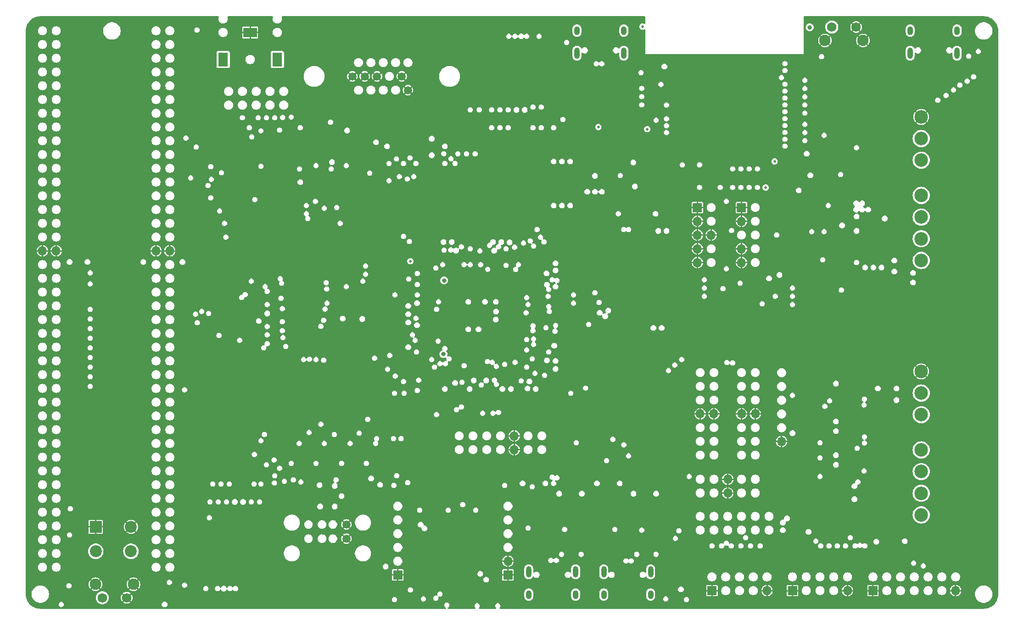
<source format=gbr>
%TF.GenerationSoftware,KiCad,Pcbnew,8.0.4*%
%TF.CreationDate,2024-07-29T15:07:11-07:00*%
%TF.ProjectId,PETER,50455445-522e-46b6-9963-61645f706362,0*%
%TF.SameCoordinates,Original*%
%TF.FileFunction,Copper,L2,Inr*%
%TF.FilePolarity,Positive*%
%FSLAX46Y46*%
G04 Gerber Fmt 4.6, Leading zero omitted, Abs format (unit mm)*
G04 Created by KiCad (PCBNEW 8.0.4) date 2024-07-29 15:07:11*
%MOMM*%
%LPD*%
G01*
G04 APERTURE LIST*
%TA.AperFunction,ComponentPad*%
%ADD10O,1.700000X1.700000*%
%TD*%
%TA.AperFunction,ComponentPad*%
%ADD11O,1.000000X2.100000*%
%TD*%
%TA.AperFunction,ComponentPad*%
%ADD12O,1.000000X1.600000*%
%TD*%
%TA.AperFunction,ComponentPad*%
%ADD13R,2.200000X2.200000*%
%TD*%
%TA.AperFunction,ComponentPad*%
%ADD14C,2.200000*%
%TD*%
%TA.AperFunction,ComponentPad*%
%ADD15C,1.750000*%
%TD*%
%TA.AperFunction,ComponentPad*%
%ADD16C,2.100000*%
%TD*%
%TA.AperFunction,ComponentPad*%
%ADD17R,2.500000X1.800000*%
%TD*%
%TA.AperFunction,ComponentPad*%
%ADD18R,1.800000X2.500000*%
%TD*%
%TA.AperFunction,ComponentPad*%
%ADD19R,1.700000X1.700000*%
%TD*%
%TA.AperFunction,ComponentPad*%
%ADD20C,1.500000*%
%TD*%
%TA.AperFunction,ComponentPad*%
%ADD21C,1.508000*%
%TD*%
%TA.AperFunction,ComponentPad*%
%ADD22C,2.500000*%
%TD*%
%TA.AperFunction,ViaPad*%
%ADD23C,0.500000*%
%TD*%
%TA.AperFunction,ViaPad*%
%ADD24C,0.800000*%
%TD*%
%TA.AperFunction,ViaPad*%
%ADD25C,0.635000*%
%TD*%
G04 APERTURE END LIST*
D10*
%TO.N,GND*%
%TO.C,J1102*%
X136346800Y-75844000D03*
%TD*%
%TO.N,GND*%
%TO.C,J1108*%
X87040800Y-77348000D03*
X87040800Y-74808000D03*
%TD*%
D11*
%TO.N,Net-(J1005-SHIELD)*%
%TO.C,J1005*%
X103553800Y-99917800D03*
D12*
X103553800Y-104097800D03*
D11*
X112193800Y-99917800D03*
D12*
X112193800Y-104097800D03*
%TD*%
D10*
%TO.N,GND*%
%TO.C,J1001*%
X121330800Y-70734000D03*
X123870800Y-70734000D03*
%TD*%
D13*
%TO.N,GND*%
%TO.C,S601*%
X9829800Y-91603000D03*
D14*
X16329800Y-91603000D03*
%TO.N,unconnected-(S601-Pad3)*%
X9829800Y-96103000D03*
%TO.N,SYS_RESET_N*%
X16329800Y-96103000D03*
%TD*%
D10*
%TO.N,GND*%
%TO.C,J1004*%
X128955800Y-70734000D03*
X131495800Y-70734000D03*
%TD*%
D15*
%TO.N,GND*%
%TO.C,S201*%
X15544800Y-104698800D03*
%TO.N,/Power Supply/PWR_RESET_N*%
X11044800Y-104698800D03*
D16*
%TO.N,GND*%
X16794800Y-102208800D03*
X9784800Y-102208800D03*
%TD*%
D17*
%TO.N,GND*%
%TO.C,CON801*%
X38328600Y-306400D03*
D18*
%TO.N,/PS2 & Audio/AUDIO_LEFT*%
X33328600Y-5306400D03*
%TO.N,/PS2 & Audio/AUDIO_RIGHT*%
X43328600Y-5306400D03*
%TD*%
D10*
%TO.N,GND*%
%TO.C,J1003*%
X126420800Y-85349000D03*
X126420800Y-82809000D03*
%TD*%
D19*
%TO.N,GND*%
%TO.C,J1101*%
X138352450Y-103378420D03*
D10*
X148512450Y-103378420D03*
%TD*%
D20*
%TO.N,GND*%
%TO.C,J801*%
X56072800Y-91164000D03*
X56072800Y-93784000D03*
%TD*%
D11*
%TO.N,Net-(J201-SHIELD)*%
%TO.C,J201*%
X168708800Y-4145292D03*
D12*
X168708800Y34708D03*
D11*
X160068800Y-4145292D03*
D12*
X160068800Y34708D03*
%TD*%
D19*
%TO.N,GND*%
%TO.C,J1106*%
X123497300Y-103378040D03*
D10*
X133657300Y-103378040D03*
%TD*%
%TO.N,GND*%
%TO.C,J301*%
X2800Y-40640000D03*
X2542800Y-40640000D03*
%TD*%
D15*
%TO.N,/ESP32-S3/BOOT_N*%
%TO.C,S1201*%
X145603800Y679100D03*
%TO.N,GND*%
X150103800Y679100D03*
D16*
X144353800Y-1810900D03*
X151363800Y-1810900D03*
%TD*%
D21*
%TO.N,GND*%
%TO.C,J701*%
X67426000Y-10972800D03*
X57166000Y-8432800D03*
X59446000Y-8432800D03*
X61726000Y-8432800D03*
X66286000Y-8432800D03*
%TD*%
D19*
%TO.N,GND*%
%TO.C,J601*%
X120822800Y-32644000D03*
D10*
X120822800Y-35184000D03*
X120822800Y-37724000D03*
X123362800Y-37724000D03*
X120822800Y-40264000D03*
X120822800Y-42804000D03*
%TD*%
D19*
%TO.N,GND*%
%TO.C,J602*%
X128950800Y-32644000D03*
D10*
X128950800Y-35184000D03*
X128950800Y-40264000D03*
X128950800Y-42804000D03*
%TD*%
D22*
%TO.N,/SNES Connectors/5V_SNES1*%
%TO.C,J901*%
X162102800Y-89391998D03*
%TO.N,/SNES Connectors/SNES1_5V_CLOCK*%
X162102800Y-85391998D03*
%TO.N,/SNES Connectors/SNES1_5V_LATCH*%
X162102800Y-81391998D03*
%TO.N,/SNES Connectors/SNES1_5V_DATA_N*%
X162102800Y-77391998D03*
%TO.N,unconnected-(J901-N{slash}C-Pad5)*%
X162102800Y-70891998D03*
%TO.N,unconnected-(J901-N{slash}C-Pad6)*%
X162102800Y-66891998D03*
%TO.N,GND*%
X162102800Y-62891998D03*
%TD*%
D19*
%TO.N,GND*%
%TO.C,J1103*%
X85877800Y-100482800D03*
D10*
X85877800Y-97942800D03*
%TD*%
D11*
%TO.N,Net-(J1002-SHIELD)*%
%TO.C,J1002*%
X89710800Y-99917800D03*
D12*
X89710800Y-104097800D03*
D11*
X98350800Y-99917800D03*
D12*
X98350800Y-104097800D03*
%TD*%
D22*
%TO.N,/SNES Connectors/5V_SNES2*%
%TO.C,J902*%
X162102800Y-42402000D03*
%TO.N,/SNES Connectors/SNES2_5V_CLOCK*%
X162102800Y-38402000D03*
%TO.N,/SNES Connectors/SNES2_5V_LATCH*%
X162102800Y-34402000D03*
%TO.N,/SNES Connectors/SNES2_5V_DATA_N*%
X162102800Y-30402000D03*
%TO.N,unconnected-(J902-N{slash}C-Pad5)*%
X162102800Y-23902000D03*
%TO.N,unconnected-(J902-N{slash}C-Pad6)*%
X162102800Y-19902000D03*
%TO.N,GND*%
X162102800Y-15902000D03*
%TD*%
D10*
%TO.N,GND*%
%TO.C,J302*%
X23495000Y-40640000D03*
X20955000Y-40640000D03*
%TD*%
D11*
%TO.N,Net-(J1202-SHIELD)*%
%TO.C,J1202*%
X107240800Y-4145292D03*
D12*
X107240800Y34708D03*
D11*
X98600800Y-4145292D03*
D12*
X98600800Y34708D03*
%TD*%
D19*
%TO.N,GND*%
%TO.C,J1105*%
X153207800Y-103378000D03*
D10*
X168447800Y-103378000D03*
%TD*%
D19*
%TO.N,GND*%
%TO.C,J1104*%
X65557800Y-100482800D03*
%TD*%
D23*
%TO.N,+3.3V*%
X110667800Y762000D03*
X133400800Y-28956000D03*
D24*
X141528800Y635000D03*
%TO.N,+1V1*%
X74091800Y-46101000D03*
D23*
X67868800Y-42545000D03*
D24*
X73964800Y-59690000D03*
D23*
%TO.N,Net-(Q1201-B)*%
X135051800Y-24130000D03*
D24*
%TO.N,GND*%
X59232800Y-52197000D03*
D23*
X-1854200Y1651000D03*
D24*
X113207800Y-83947000D03*
D23*
X49326800Y2032000D03*
D24*
X114477800Y-96901000D03*
X74218800Y-69469000D03*
D23*
X106603800Y-106299000D03*
X-2616200Y-5588000D03*
X79806800Y2032000D03*
X148767800Y-24892000D03*
D24*
X122859800Y-15087600D03*
D23*
X51866800Y2032000D03*
X70535800Y-100711000D03*
X19862800Y-103759000D03*
D24*
X105079800Y-93980000D03*
D23*
X67106800Y2032000D03*
X8686800Y2159000D03*
D24*
X147878800Y-90551000D03*
X71932800Y-54864000D03*
D23*
X26593800Y-1651000D03*
D24*
X114674600Y-5080000D03*
D23*
X175691800Y-3683000D03*
X-2616200Y-46228000D03*
X60248800Y-27686000D03*
D24*
X97967800Y-54864000D03*
X90424000Y-58801000D03*
D23*
X106222800Y-12090400D03*
X147751800Y-106299000D03*
D24*
X95808800Y-27432000D03*
X106222800Y-6223000D03*
D23*
X-2616200Y-64008000D03*
D24*
X145592800Y-82804000D03*
X149402800Y-78359000D03*
D23*
X104063800Y-106299000D03*
D24*
X86410800Y-69469000D03*
D23*
X91363800Y-93091000D03*
X6146800Y2159000D03*
D24*
X138734800Y-91694000D03*
D23*
X175691800Y-84963000D03*
X109270800Y-106299000D03*
D24*
X26847800Y-92964000D03*
D23*
X-2616200Y-36068000D03*
D24*
X97332800Y-28956000D03*
X46151800Y-9144000D03*
X104190800Y-26670000D03*
X148640800Y-85471000D03*
D23*
X88823800Y-106299000D03*
D24*
X95300800Y-84201000D03*
D23*
X52501800Y-105918000D03*
D24*
X25831800Y-41161000D03*
X90474800Y-1016000D03*
X64185800Y-50800000D03*
D23*
X175564800Y-100838000D03*
X155879800Y-50292000D03*
X64566800Y2032000D03*
X175691800Y-49403000D03*
D24*
X134162800Y-95123000D03*
X56819800Y-20574000D03*
D23*
X151815800Y-47117000D03*
D24*
X18592800Y-41161000D03*
X82854800Y-43230800D03*
X112051800Y-24316000D03*
D23*
X-2616200Y-69088000D03*
X10591800Y-65786000D03*
D24*
X61264800Y-42672000D03*
D23*
X72948800Y-74295000D03*
X129971800Y-106299000D03*
D24*
X125526800Y-10007600D03*
D23*
X-2616200Y-30988000D03*
X175691800Y-8763000D03*
X-2616200Y-66548000D03*
X21132800Y2032000D03*
D24*
X105460800Y-24638000D03*
X113588800Y-40259000D03*
X114223800Y-58293000D03*
D23*
X72186800Y2032000D03*
D24*
X112699800Y-58293000D03*
X64185800Y-55372000D03*
D23*
X-2616200Y-99568000D03*
X27101800Y-105918000D03*
X155879800Y-48133000D03*
X114096800Y-93091000D03*
X26466800Y2032000D03*
X147853400Y-24917400D03*
D24*
X5003800Y-41161000D03*
D23*
X175691800Y-72263000D03*
D24*
X128193800Y-50419000D03*
X136004312Y-4889512D03*
D23*
X74726800Y2032000D03*
D24*
X122859800Y-10007600D03*
X64185800Y-53848000D03*
X143052800Y-33782000D03*
X115112800Y-40259000D03*
D23*
X150291800Y-70231000D03*
D24*
X54406800Y-34290000D03*
D23*
X105206800Y2032000D03*
D24*
X145592800Y-69596000D03*
X57835800Y-14605000D03*
X153212800Y-15576600D03*
D23*
X155879800Y-51435000D03*
X29641800Y-105918000D03*
D24*
X158419800Y-77470000D03*
D23*
X161086800Y2032000D03*
X49961800Y-105918000D03*
X111810800Y-106299000D03*
D24*
X103784400Y-12242800D03*
X100888800Y-96901000D03*
X99491800Y-83947000D03*
X147370800Y-30988000D03*
X77012800Y-35687000D03*
D23*
X-2616200Y-91948000D03*
D24*
X173913800Y-99949000D03*
D23*
X82346800Y2032000D03*
D24*
X71729600Y-50800000D03*
D23*
X-2634451Y-76698338D03*
D24*
X147497800Y-52070000D03*
D23*
X175691800Y-16383000D03*
D24*
X87832784Y-61976000D03*
D23*
X149910800Y-24892000D03*
X155879800Y-49276000D03*
X155879800Y-52578000D03*
D24*
X78790800Y-69469000D03*
D23*
X84886800Y2032000D03*
D24*
X90424000Y-48895000D03*
X145592800Y-76581000D03*
X35356800Y-48387000D03*
X156768800Y-15576600D03*
D23*
X175691800Y-54483000D03*
X156514800Y1143000D03*
D24*
X154990800Y-26162000D03*
D23*
X-2616200Y-58928000D03*
D24*
X64185800Y-56896000D03*
X75488800Y-35687000D03*
D23*
X3606800Y2159000D03*
D24*
X103936800Y-97536000D03*
X156641800Y-11684000D03*
D23*
X54406800Y2032000D03*
X70535800Y-76581000D03*
X62661800Y-105918000D03*
D24*
X102285800Y-85090000D03*
X64185800Y-58420000D03*
X49834800Y-85925750D03*
D23*
X36816800Y-77470000D03*
X153339800Y-25781000D03*
X132511800Y-106299000D03*
X175691800Y-11303000D03*
X118033800Y-39497000D03*
X175691800Y-41783000D03*
X37007800Y-42291000D03*
X154736800Y-106299000D03*
X175691800Y-97663000D03*
X158038800Y-32258000D03*
D24*
X125526800Y-15087600D03*
D23*
X66344800Y-42545000D03*
X175691800Y-64643000D03*
X127050800Y-38735000D03*
X29006800Y2032000D03*
X42722800Y-78232000D03*
D24*
X97967800Y-53340000D03*
X71729600Y-58293000D03*
D23*
X-2634451Y-79238338D03*
X145211800Y-106299000D03*
X32181800Y-105918000D03*
X151815800Y-25781000D03*
X175691800Y-79883000D03*
D24*
X145211800Y-26670000D03*
D23*
X105206800Y-93091000D03*
D24*
X49072800Y-27940000D03*
D23*
X175691800Y-87503000D03*
X149021800Y-28194000D03*
X175691800Y-69723000D03*
X-2616200Y-97028000D03*
D24*
X139496800Y-31115000D03*
D23*
X175691800Y-57023000D03*
X92506800Y2032000D03*
X157276800Y-106299000D03*
X155117800Y-76327000D03*
X162356800Y-106299000D03*
X140258800Y-106299000D03*
X5130800Y-101346000D03*
D24*
X148386800Y-40894000D03*
X90424000Y-47371000D03*
D23*
X97586800Y2032000D03*
D24*
X108000800Y-56388000D03*
D23*
X175691800Y-44323000D03*
D24*
X43611800Y-20447000D03*
D23*
X-2616200Y-86868000D03*
X175691800Y-39243000D03*
D24*
X87426800Y-17907000D03*
X146481800Y-46482000D03*
X126796800Y-12547600D03*
X94284800Y-28956000D03*
X97967800Y-62484000D03*
D23*
X20116800Y-105918000D03*
X1066800Y2159000D03*
X78790800Y-24384000D03*
X46786800Y2032000D03*
X89966800Y2032000D03*
D24*
X106476800Y-84836000D03*
X149783800Y-85344000D03*
D23*
X175691800Y-13843000D03*
X-2616200Y-23368000D03*
D24*
X71805800Y-21463000D03*
X31292800Y-102997000D03*
X124256800Y-10007600D03*
D23*
X150291800Y-106299000D03*
X-2616200Y-508000D03*
X77647800Y-24384000D03*
D24*
X121589800Y-11150600D03*
D23*
X7670800Y-91694000D03*
D24*
X156006800Y-24638000D03*
D23*
X100189800Y-18034000D03*
X55041800Y-105918000D03*
D24*
X50088800Y-17018000D03*
D23*
X-2616200Y-38608000D03*
D24*
X154609800Y-31623000D03*
X149402800Y-72136000D03*
D23*
X37388800Y-38227000D03*
X-2616200Y-10668000D03*
X175691800Y-82423000D03*
X175691800Y-21463000D03*
D24*
X155244800Y-79502000D03*
D23*
X175691800Y-95123000D03*
D24*
X34340800Y-57404000D03*
D23*
X150926800Y-24892000D03*
D24*
X60121800Y-23241000D03*
D23*
X175691800Y-51943000D03*
X29768800Y-19685000D03*
X-2616200Y-53848000D03*
X17068800Y-57150000D03*
D24*
X88696800Y-43307000D03*
D23*
X111683800Y-88773000D03*
X124764800Y-106299000D03*
D24*
X51612800Y-17018000D03*
D23*
X163626800Y2032000D03*
D24*
X43611800Y-25527000D03*
D23*
X97840800Y-88773000D03*
X150799800Y-46101000D03*
X31546800Y-54610000D03*
D24*
X50342800Y-22987000D03*
D23*
X34721800Y-105918000D03*
D24*
X32308800Y-41275000D03*
D23*
X142798800Y-106299000D03*
X164896800Y-106299000D03*
D24*
X71932800Y-53828000D03*
X124256800Y-15087600D03*
X62534800Y-97663000D03*
D23*
X17576800Y-105918000D03*
X57581800Y-105918000D03*
D24*
X121589800Y-13944600D03*
X56565800Y-82763750D03*
D23*
X75361800Y-21336000D03*
X175691800Y-46863000D03*
D24*
X121970800Y-95118040D03*
D23*
X87426800Y2032000D03*
D24*
X90982800Y-69469000D03*
X75869800Y-43230800D03*
X142097300Y-46292500D03*
X97967800Y-42672000D03*
X79298800Y-61925200D03*
D23*
X68630800Y-105918000D03*
D24*
X137464800Y-45085000D03*
D23*
X77266800Y2032000D03*
D24*
X60121800Y-24898400D03*
D23*
X147751800Y-46101000D03*
D24*
X105587800Y-25908000D03*
D23*
X37261800Y-105918000D03*
X56946800Y2032000D03*
D24*
X54660800Y-18415000D03*
D23*
X42341800Y-105918000D03*
X175691800Y-77343000D03*
D24*
X53390800Y-22987000D03*
X88569800Y-85090000D03*
D23*
X138226800Y-24384000D03*
X156006800Y-27178000D03*
D24*
X71805800Y-24511000D03*
X44500800Y-52578000D03*
X155117800Y-89916000D03*
D23*
X96443800Y-106299000D03*
D24*
X147878800Y-78359000D03*
X37007800Y-83706000D03*
X158800800Y1524000D03*
X88950800Y-17907000D03*
X40055800Y-42291000D03*
D23*
X152196800Y-106299000D03*
X-2616200Y-13208000D03*
D24*
X69773800Y-24384000D03*
D23*
X175691800Y-31623000D03*
D24*
X154863800Y-47244000D03*
X167690800Y-6229400D03*
D23*
X78409800Y-94996000D03*
X68948800Y-95631000D03*
D24*
X107479800Y-24316000D03*
X47796400Y-14605000D03*
D23*
X107746800Y2032000D03*
D24*
X41833800Y-104140000D03*
X97967800Y-60960000D03*
X153212800Y-95123000D03*
D23*
X175691800Y-6223000D03*
X175691800Y-29083000D03*
D24*
X79679800Y-11049000D03*
D23*
X39166800Y2032000D03*
X154228800Y1905000D03*
X64566800Y-21209000D03*
D24*
X35483800Y-83706000D03*
X147497800Y-49784000D03*
D23*
X35864800Y-33020000D03*
X98983800Y-106299000D03*
X95046800Y2032000D03*
D24*
X141008400Y-24219200D03*
D23*
X108381800Y-35814000D03*
D24*
X76123800Y-61595000D03*
D23*
X175691800Y-74803000D03*
X156006800Y-28448000D03*
D24*
X118158300Y-99822000D03*
D23*
X175691800Y-24003000D03*
X96570800Y-93091000D03*
X-2616200Y-18288000D03*
X175691800Y-67183000D03*
D24*
X99364800Y-92202000D03*
X147370800Y-29845000D03*
D23*
X41706800Y2032000D03*
X175691800Y-34163000D03*
X135051800Y-29083000D03*
D24*
X81838800Y-69469000D03*
X97840800Y-97536000D03*
X126796800Y-11150600D03*
X73964800Y-35687000D03*
D23*
X47421800Y-105918000D03*
D24*
X95554800Y-2032000D03*
X62534800Y-101981000D03*
X153212800Y-6858000D03*
D23*
X13131800Y-105918000D03*
X110540800Y-93091000D03*
D24*
X156641800Y-10160000D03*
X64185800Y-52324000D03*
X138988800Y-70739000D03*
D23*
X122224800Y-106299000D03*
D24*
X138353800Y-75819000D03*
D23*
X175691800Y-18923000D03*
D24*
X144322800Y-72263000D03*
D23*
X168706800Y2032000D03*
X166166800Y2032000D03*
X39801800Y-105918000D03*
X149783800Y-46101000D03*
X82473800Y-91313000D03*
X-2616200Y-33528000D03*
X-2616200Y-28448000D03*
D24*
X61518800Y-22098000D03*
D23*
X156006800Y-30988000D03*
D24*
X149021800Y-35941000D03*
X8305800Y-41148000D03*
X80314800Y-69469000D03*
D23*
X-2616200Y-25908000D03*
X-2616200Y-41148000D03*
D24*
X97967800Y-47244000D03*
X83362800Y-69469000D03*
X86156800Y-35687000D03*
D23*
X-2616200Y-74168000D03*
X-2616200Y-43688000D03*
X127304800Y-106299000D03*
D24*
X97967800Y-57483153D03*
D23*
X23926800Y2032000D03*
D24*
X26720800Y-103759000D03*
D23*
X-2616200Y-8128000D03*
X91363800Y-106299000D03*
X95998800Y-18034000D03*
X137718800Y-106299000D03*
D24*
X113080800Y-35306000D03*
D23*
X175691800Y-90043000D03*
X8686800Y-105918000D03*
X159435800Y-106299000D03*
X-2616200Y-3048000D03*
D24*
X150164800Y-35687000D03*
X83870800Y-43230800D03*
D23*
X155117800Y-74803000D03*
D24*
X92887800Y-84963000D03*
D23*
X-2616200Y-61468000D03*
D24*
X126796800Y-13944600D03*
X121589800Y-12547600D03*
D23*
X175691800Y-92583000D03*
D24*
X43611800Y-24003000D03*
D23*
X18846800Y2032000D03*
D25*
X153339800Y-47117000D03*
D23*
X175691800Y-26543000D03*
X-2616200Y-94488000D03*
D24*
X101041200Y-12242800D03*
X111683800Y-97536000D03*
X84632800Y-35687000D03*
X135686800Y-95123000D03*
X90093800Y-97536000D03*
X58597800Y-82763750D03*
X158800800Y-87376000D03*
D23*
X167436800Y-106299000D03*
X36626800Y2032000D03*
X75742800Y-94869000D03*
D24*
X95808800Y-28956000D03*
D23*
X169976800Y-106299000D03*
D24*
X97967800Y-44196000D03*
D23*
X63804800Y-78867000D03*
X148767800Y-46101000D03*
X175691800Y-36703000D03*
X103809800Y-92329000D03*
X59486800Y2032000D03*
X93903800Y-106299000D03*
D24*
X60121800Y-21717000D03*
D23*
X128955800Y-59309000D03*
D24*
X147878800Y-65151000D03*
D23*
X-2616200Y-71628000D03*
D24*
X39547800Y-71755000D03*
D23*
X-2616200Y-81788000D03*
X44881800Y-105918000D03*
D24*
X82346800Y-61925200D03*
D23*
X98602800Y-12039600D03*
D24*
X109016800Y-38481000D03*
X155879800Y-46228000D03*
X110286800Y-32199000D03*
X109016800Y-84201000D03*
D23*
X60121800Y-105918000D03*
X62026800Y2032000D03*
D24*
X41960800Y-92837000D03*
X94284800Y-27432000D03*
X91236800Y-93980000D03*
X82092800Y-13843000D03*
D23*
X102666800Y2032000D03*
D24*
X99745800Y-10414000D03*
D23*
X135051800Y-106299000D03*
D24*
X80060800Y-24384000D03*
X84886800Y-69469000D03*
X147497800Y-50927000D03*
X90424000Y-50800000D03*
D23*
X175691800Y-62103000D03*
D24*
X89458800Y-69469000D03*
D23*
X98602800Y-76962000D03*
X-2616200Y-20828000D03*
D24*
X154305000Y-52705000D03*
D23*
X31546800Y2032000D03*
D24*
X97332800Y-27432000D03*
D23*
X16306800Y2032000D03*
D24*
X139750800Y-63627000D03*
X38531800Y-90043000D03*
X141782800Y-95118420D03*
D23*
X143306800Y2032000D03*
X-2616200Y-56388000D03*
D24*
X31292800Y-2667000D03*
X83108800Y-35687000D03*
X79171800Y-1143000D03*
D23*
X101523800Y-106299000D03*
X-2616200Y-51308000D03*
D24*
X99618800Y-6223000D03*
D23*
X-2616200Y-89408000D03*
X-2616200Y-48768000D03*
X148767800Y-49403000D03*
D24*
X154355800Y-40894000D03*
D23*
X156006800Y-29718000D03*
D24*
X55295800Y-52197000D03*
X147370800Y-28702000D03*
D23*
X69773800Y-86868000D03*
X32689800Y-22606000D03*
D24*
X38391800Y-53594000D03*
D23*
X69646800Y2032000D03*
X-2616200Y-84328000D03*
X175691800Y-59563000D03*
D24*
X104190800Y-23749000D03*
D23*
X-2616200Y-15748000D03*
D24*
X96062800Y2159000D03*
D23*
X100126800Y2032000D03*
D24*
X160705800Y-6223000D03*
X78536800Y-35687000D03*
X147878800Y-72136000D03*
X94919800Y-11049000D03*
X31292800Y-6604000D03*
X149402800Y-65144600D03*
D23*
%TO.N,Net-(Q1202-C)*%
X102539800Y-17780000D03*
X111556800Y-18161000D03*
%TD*%
%TA.AperFunction,Conductor*%
%TO.N,GND*%
G36*
X32481197Y2651498D02*
G01*
X32527690Y2597842D01*
X32537794Y2527568D01*
X32529485Y2497282D01*
X32506940Y2442855D01*
X32506938Y2442850D01*
X32474100Y2277764D01*
X32474100Y2109437D01*
X32485541Y2051922D01*
X32506938Y1944351D01*
X32571352Y1788842D01*
X32664866Y1648888D01*
X32783888Y1529866D01*
X32923842Y1436352D01*
X33079351Y1371938D01*
X33244439Y1339100D01*
X33244440Y1339100D01*
X33412760Y1339100D01*
X33412761Y1339100D01*
X33577849Y1371938D01*
X33733358Y1436352D01*
X33873312Y1529866D01*
X33992334Y1648888D01*
X34085848Y1788842D01*
X34150262Y1944351D01*
X34183100Y2109439D01*
X34183100Y2277761D01*
X34150262Y2442849D01*
X34127714Y2497283D01*
X34120126Y2567871D01*
X34151905Y2631358D01*
X34212963Y2667586D01*
X34244124Y2671500D01*
X42413076Y2671500D01*
X42481197Y2651498D01*
X42527690Y2597842D01*
X42537794Y2527568D01*
X42529485Y2497282D01*
X42506940Y2442855D01*
X42506938Y2442850D01*
X42474100Y2277764D01*
X42474100Y2109437D01*
X42485541Y2051922D01*
X42506938Y1944351D01*
X42571352Y1788842D01*
X42664866Y1648888D01*
X42783888Y1529866D01*
X42923842Y1436352D01*
X43079351Y1371938D01*
X43244439Y1339100D01*
X43244440Y1339100D01*
X43412760Y1339100D01*
X43412761Y1339100D01*
X43577849Y1371938D01*
X43733358Y1436352D01*
X43873312Y1529866D01*
X43992334Y1648888D01*
X44085848Y1788842D01*
X44150262Y1944351D01*
X44183100Y2109439D01*
X44183100Y2277761D01*
X44150262Y2442849D01*
X44127714Y2497283D01*
X44120126Y2567871D01*
X44151905Y2631358D01*
X44212963Y2667586D01*
X44244124Y2671500D01*
X111049800Y2671500D01*
X111117921Y2651498D01*
X111164414Y2597842D01*
X111175800Y2545500D01*
X111175800Y1359658D01*
X111155798Y1291537D01*
X111102142Y1245044D01*
X111031868Y1234940D01*
X110973096Y1259695D01*
X110960652Y1269244D01*
X110819393Y1327753D01*
X110667800Y1347711D01*
X110516206Y1327753D01*
X110374945Y1269243D01*
X110253639Y1176161D01*
X110160557Y1054855D01*
X110102047Y913594D01*
X110082089Y762001D01*
X110082089Y762000D01*
X110102047Y610407D01*
X110160557Y469145D01*
X110253639Y347840D01*
X110374944Y254758D01*
X110464023Y217862D01*
X110516207Y196247D01*
X110667800Y176289D01*
X110819393Y196247D01*
X110960656Y254759D01*
X110973094Y264304D01*
X111039313Y289906D01*
X111108862Y275643D01*
X111159659Y226043D01*
X111175800Y164343D01*
X111175800Y-4318000D01*
X140385800Y-4318000D01*
X140385800Y-3513475D01*
X159238100Y-3513475D01*
X159238100Y-4777109D01*
X159262872Y-4901641D01*
X159270024Y-4937598D01*
X159270025Y-4937601D01*
X159279950Y-4961562D01*
X159332644Y-5088776D01*
X159421821Y-5222240D01*
X159423554Y-5224833D01*
X159423559Y-5224839D01*
X159539252Y-5340532D01*
X159539258Y-5340537D01*
X159539260Y-5340539D01*
X159675316Y-5431448D01*
X159826494Y-5494068D01*
X159986983Y-5525992D01*
X159986988Y-5525992D01*
X160150612Y-5525992D01*
X160150617Y-5525992D01*
X160311106Y-5494068D01*
X160462284Y-5431448D01*
X160598340Y-5340539D01*
X160714047Y-5224832D01*
X160804956Y-5088776D01*
X160867576Y-4937598D01*
X160899500Y-4777109D01*
X160899500Y-4139719D01*
X160919502Y-4071598D01*
X160973158Y-4025105D01*
X161043432Y-4015001D01*
X161108012Y-4044495D01*
X161114595Y-4050624D01*
X161142972Y-4079001D01*
X161142977Y-4079005D01*
X161142979Y-4079007D01*
X161275122Y-4155300D01*
X161422507Y-4194792D01*
X161422510Y-4194792D01*
X161575090Y-4194792D01*
X161575093Y-4194792D01*
X161722478Y-4155300D01*
X161854621Y-4079007D01*
X161962515Y-3971113D01*
X162038808Y-3838970D01*
X162078300Y-3691585D01*
X162078300Y-3538999D01*
X166699300Y-3538999D01*
X166699300Y-3691585D01*
X166738792Y-3838969D01*
X166738794Y-3838974D01*
X166815082Y-3971109D01*
X166815090Y-3971119D01*
X166922972Y-4079001D01*
X166922977Y-4079005D01*
X166922979Y-4079007D01*
X167055122Y-4155300D01*
X167202507Y-4194792D01*
X167202510Y-4194792D01*
X167355090Y-4194792D01*
X167355093Y-4194792D01*
X167502478Y-4155300D01*
X167634621Y-4079007D01*
X167642030Y-4071598D01*
X167663005Y-4050624D01*
X167725317Y-4016598D01*
X167796132Y-4021663D01*
X167852968Y-4064210D01*
X167877779Y-4130730D01*
X167878100Y-4139719D01*
X167878100Y-4777109D01*
X167902872Y-4901641D01*
X167910024Y-4937598D01*
X167910025Y-4937601D01*
X167919950Y-4961562D01*
X167972644Y-5088776D01*
X168061821Y-5222240D01*
X168063554Y-5224833D01*
X168063559Y-5224839D01*
X168179252Y-5340532D01*
X168179258Y-5340537D01*
X168179260Y-5340539D01*
X168315316Y-5431448D01*
X168466494Y-5494068D01*
X168626983Y-5525992D01*
X168626988Y-5525992D01*
X168790612Y-5525992D01*
X168790617Y-5525992D01*
X168951106Y-5494068D01*
X169102284Y-5431448D01*
X169238340Y-5340539D01*
X169354047Y-5224832D01*
X169444956Y-5088776D01*
X169507576Y-4937598D01*
X169539500Y-4777109D01*
X169539500Y-4698996D01*
X170380157Y-4698996D01*
X170380157Y-4699003D01*
X170399827Y-4835814D01*
X170399828Y-4835819D01*
X170399829Y-4835821D01*
X170445129Y-4935014D01*
X170457253Y-4961562D01*
X170547768Y-5066022D01*
X170547772Y-5066025D01*
X170583172Y-5088775D01*
X170664057Y-5140756D01*
X170770405Y-5171983D01*
X170796682Y-5179699D01*
X170796683Y-5179699D01*
X170796686Y-5179700D01*
X170796689Y-5179700D01*
X170934911Y-5179700D01*
X170934914Y-5179700D01*
X171067543Y-5140756D01*
X171183829Y-5066024D01*
X171188392Y-5060758D01*
X171274346Y-4961562D01*
X171274346Y-4961560D01*
X171274349Y-4961558D01*
X171331771Y-4835821D01*
X171351443Y-4699000D01*
X171351443Y-4698996D01*
X171331772Y-4562185D01*
X171331771Y-4562184D01*
X171331771Y-4562179D01*
X171274349Y-4436442D01*
X171274347Y-4436440D01*
X171274346Y-4436437D01*
X171183831Y-4331977D01*
X171183827Y-4331974D01*
X171067543Y-4257244D01*
X170934917Y-4218300D01*
X170934914Y-4218300D01*
X170796686Y-4218300D01*
X170796682Y-4218300D01*
X170664056Y-4257244D01*
X170547772Y-4331974D01*
X170547768Y-4331977D01*
X170457253Y-4436437D01*
X170399829Y-4562179D01*
X170399827Y-4562185D01*
X170380157Y-4698996D01*
X169539500Y-4698996D01*
X169539500Y-3809996D01*
X172158157Y-3809996D01*
X172158157Y-3810003D01*
X172177827Y-3946814D01*
X172177828Y-3946819D01*
X172177829Y-3946821D01*
X172210174Y-4017646D01*
X172235253Y-4072562D01*
X172325768Y-4177022D01*
X172325772Y-4177025D01*
X172383914Y-4214390D01*
X172442057Y-4251756D01*
X172542414Y-4281224D01*
X172574682Y-4290699D01*
X172574683Y-4290699D01*
X172574686Y-4290700D01*
X172574689Y-4290700D01*
X172712911Y-4290700D01*
X172712914Y-4290700D01*
X172845543Y-4251756D01*
X172961829Y-4177024D01*
X172980654Y-4155299D01*
X173052346Y-4072562D01*
X173052346Y-4072560D01*
X173052349Y-4072558D01*
X173109771Y-3946821D01*
X173129443Y-3810000D01*
X173129443Y-3809996D01*
X173109772Y-3673185D01*
X173109771Y-3673184D01*
X173109771Y-3673179D01*
X173052349Y-3547442D01*
X173052347Y-3547440D01*
X173052346Y-3547437D01*
X172961831Y-3442977D01*
X172961827Y-3442974D01*
X172845543Y-3368244D01*
X172712917Y-3329300D01*
X172712914Y-3329300D01*
X172574686Y-3329300D01*
X172574682Y-3329300D01*
X172442056Y-3368244D01*
X172325772Y-3442974D01*
X172325768Y-3442977D01*
X172235253Y-3547437D01*
X172177829Y-3673179D01*
X172177827Y-3673185D01*
X172158157Y-3809996D01*
X169539500Y-3809996D01*
X169539500Y-3513475D01*
X169507576Y-3352986D01*
X169444956Y-3201808D01*
X169354047Y-3065752D01*
X169354045Y-3065750D01*
X169354040Y-3065744D01*
X169238347Y-2950051D01*
X169238341Y-2950046D01*
X169238340Y-2950045D01*
X169102284Y-2859136D01*
X169006952Y-2819648D01*
X168951109Y-2796517D01*
X168951106Y-2796516D01*
X168790617Y-2764592D01*
X168626983Y-2764592D01*
X168546738Y-2780554D01*
X168466493Y-2796516D01*
X168466490Y-2796517D01*
X168315316Y-2859136D01*
X168179258Y-2950046D01*
X168179252Y-2950051D01*
X168063559Y-3065744D01*
X168063554Y-3065750D01*
X167972643Y-3201808D01*
X167972641Y-3201813D01*
X167959971Y-3232401D01*
X167915422Y-3287682D01*
X167848059Y-3310102D01*
X167779268Y-3292543D01*
X167748463Y-3265201D01*
X167748355Y-3265310D01*
X167746534Y-3263489D01*
X167743599Y-3260884D01*
X167742510Y-3259465D01*
X167634627Y-3151582D01*
X167634617Y-3151574D01*
X167502482Y-3075286D01*
X167502480Y-3075285D01*
X167502478Y-3075284D01*
X167355093Y-3035792D01*
X167202507Y-3035792D01*
X167076559Y-3069540D01*
X167055122Y-3075284D01*
X167055117Y-3075286D01*
X166922982Y-3151574D01*
X166922972Y-3151582D01*
X166815090Y-3259464D01*
X166815082Y-3259474D01*
X166738794Y-3391609D01*
X166738792Y-3391614D01*
X166699300Y-3538999D01*
X162078300Y-3538999D01*
X162038808Y-3391614D01*
X161963852Y-3261787D01*
X161962517Y-3259474D01*
X161962509Y-3259464D01*
X161854627Y-3151582D01*
X161854617Y-3151574D01*
X161722482Y-3075286D01*
X161722480Y-3075285D01*
X161722478Y-3075284D01*
X161575093Y-3035792D01*
X161422507Y-3035792D01*
X161296559Y-3069540D01*
X161275122Y-3075284D01*
X161275117Y-3075286D01*
X161142982Y-3151574D01*
X161142972Y-3151582D01*
X161035086Y-3259468D01*
X161033994Y-3260892D01*
X161032767Y-3261787D01*
X161029245Y-3265310D01*
X161028695Y-3264760D01*
X160976654Y-3302756D01*
X160905783Y-3306974D01*
X160843882Y-3272206D01*
X160817627Y-3232399D01*
X160804957Y-3201810D01*
X160804956Y-3201808D01*
X160720417Y-3075286D01*
X160714047Y-3065752D01*
X160714045Y-3065750D01*
X160714040Y-3065744D01*
X160598347Y-2950051D01*
X160598341Y-2950046D01*
X160598340Y-2950045D01*
X160462284Y-2859136D01*
X160366952Y-2819648D01*
X160311109Y-2796517D01*
X160311106Y-2796516D01*
X160150617Y-2764592D01*
X159986983Y-2764592D01*
X159906738Y-2780554D01*
X159826493Y-2796516D01*
X159826490Y-2796517D01*
X159675316Y-2859136D01*
X159539258Y-2950046D01*
X159539252Y-2950051D01*
X159423559Y-3065744D01*
X159423554Y-3065750D01*
X159332644Y-3201808D01*
X159270025Y-3352982D01*
X159270024Y-3352985D01*
X159266500Y-3370700D01*
X159238100Y-3513475D01*
X140385800Y-3513475D01*
X140385800Y-1810900D01*
X143095813Y-1810900D01*
X143114925Y-2029350D01*
X143171678Y-2241154D01*
X143171680Y-2241160D01*
X143264351Y-2439894D01*
X143380014Y-2605078D01*
X143380015Y-2605078D01*
X143813235Y-2171857D01*
X143848912Y-2225251D01*
X143939449Y-2315788D01*
X143992841Y-2351462D01*
X143559620Y-2784683D01*
X143559620Y-2784684D01*
X143724805Y-2900348D01*
X143923539Y-2993019D01*
X143923545Y-2993021D01*
X144135349Y-3049774D01*
X144353800Y-3068886D01*
X144572250Y-3049774D01*
X144784054Y-2993021D01*
X144784060Y-2993019D01*
X144982793Y-2900349D01*
X145147978Y-2784684D01*
X145147978Y-2784682D01*
X144714758Y-2351462D01*
X144768151Y-2315788D01*
X144858688Y-2225251D01*
X144894362Y-2171858D01*
X145327582Y-2605078D01*
X145327584Y-2605078D01*
X145443249Y-2439893D01*
X145535919Y-2241160D01*
X145535921Y-2241154D01*
X145592674Y-2029350D01*
X145611786Y-1810900D01*
X150105813Y-1810900D01*
X150124925Y-2029350D01*
X150181678Y-2241154D01*
X150181680Y-2241160D01*
X150274351Y-2439894D01*
X150390014Y-2605078D01*
X150390015Y-2605078D01*
X150823235Y-2171857D01*
X150858912Y-2225251D01*
X150949449Y-2315788D01*
X151002841Y-2351462D01*
X150569620Y-2784683D01*
X150569620Y-2784684D01*
X150734805Y-2900348D01*
X150933539Y-2993019D01*
X150933545Y-2993021D01*
X151145349Y-3049774D01*
X151363800Y-3068886D01*
X151582250Y-3049774D01*
X151794054Y-2993021D01*
X151794060Y-2993019D01*
X151992793Y-2900349D01*
X152157978Y-2784684D01*
X152157978Y-2784682D01*
X151724758Y-2351462D01*
X151778151Y-2315788D01*
X151868688Y-2225251D01*
X151904362Y-2171858D01*
X152337582Y-2605078D01*
X152337584Y-2605078D01*
X152453249Y-2439893D01*
X152545919Y-2241160D01*
X152545921Y-2241154D01*
X152602674Y-2029350D01*
X152621786Y-1810900D01*
X152602674Y-1592449D01*
X152545921Y-1380645D01*
X152545919Y-1380639D01*
X152453248Y-1181906D01*
X152337584Y-1016720D01*
X152337583Y-1016720D01*
X151904362Y-1449940D01*
X151868688Y-1396549D01*
X151778151Y-1306012D01*
X151724757Y-1270335D01*
X152157978Y-837115D01*
X152157978Y-837114D01*
X151992794Y-721451D01*
X151794060Y-628780D01*
X151794054Y-628778D01*
X151582250Y-572025D01*
X151363800Y-552913D01*
X151145349Y-572025D01*
X150933545Y-628778D01*
X150933539Y-628780D01*
X150734803Y-721452D01*
X150569620Y-837113D01*
X150569620Y-837114D01*
X151002841Y-1270336D01*
X150949449Y-1306012D01*
X150858912Y-1396549D01*
X150823236Y-1449941D01*
X150390014Y-1016720D01*
X150390013Y-1016720D01*
X150274352Y-1181903D01*
X150181680Y-1380639D01*
X150181678Y-1380645D01*
X150124925Y-1592449D01*
X150105813Y-1810900D01*
X145611786Y-1810900D01*
X145592674Y-1592449D01*
X145535921Y-1380645D01*
X145535919Y-1380639D01*
X145443248Y-1181906D01*
X145327584Y-1016720D01*
X145327583Y-1016720D01*
X144894362Y-1449940D01*
X144858688Y-1396549D01*
X144768151Y-1306012D01*
X144714757Y-1270335D01*
X145147978Y-837115D01*
X145147978Y-837114D01*
X144982794Y-721451D01*
X144784060Y-628780D01*
X144784054Y-628778D01*
X144572250Y-572025D01*
X144353800Y-552913D01*
X144135349Y-572025D01*
X143923545Y-628778D01*
X143923539Y-628780D01*
X143724803Y-721452D01*
X143559620Y-837113D01*
X143559620Y-837114D01*
X143992841Y-1270336D01*
X143939449Y-1306012D01*
X143848912Y-1396549D01*
X143813236Y-1449941D01*
X143380014Y-1016720D01*
X143380013Y-1016720D01*
X143264352Y-1181903D01*
X143171680Y-1380639D01*
X143171678Y-1380645D01*
X143114925Y-1592449D01*
X143095813Y-1810900D01*
X140385800Y-1810900D01*
X140385800Y635000D01*
X140793476Y635000D01*
X140811912Y471375D01*
X140812693Y469144D01*
X140866295Y315956D01*
X140866296Y315955D01*
X140953901Y176533D01*
X140953904Y176530D01*
X140953904Y176529D01*
X141070328Y60105D01*
X141070330Y60104D01*
X141070333Y60101D01*
X141209755Y-27504D01*
X141365175Y-81888D01*
X141528800Y-100324D01*
X141692425Y-81888D01*
X141847845Y-27504D01*
X141987267Y60101D01*
X142103699Y176533D01*
X142191304Y315955D01*
X142245688Y471375D01*
X142264124Y635000D01*
X142259155Y679100D01*
X144392935Y679100D01*
X144413552Y456601D01*
X144474699Y241693D01*
X144474705Y241676D01*
X144574298Y41667D01*
X144574302Y41662D01*
X144708958Y-136653D01*
X144874089Y-287190D01*
X145064064Y-404818D01*
X145064066Y-404818D01*
X145064071Y-404822D01*
X145154853Y-439991D01*
X145272424Y-485539D01*
X145272427Y-485539D01*
X145272431Y-485541D01*
X145492075Y-526600D01*
X145492078Y-526600D01*
X145715522Y-526600D01*
X145715525Y-526600D01*
X145935169Y-485541D01*
X145935173Y-485539D01*
X145935175Y-485539D01*
X145999048Y-460794D01*
X146143529Y-404822D01*
X146333509Y-287191D01*
X146498640Y-136654D01*
X146633298Y41662D01*
X146633299Y41666D01*
X146633301Y41667D01*
X146732894Y241676D01*
X146732895Y241680D01*
X146732898Y241685D01*
X146794048Y456604D01*
X146814665Y679100D01*
X149020981Y679100D01*
X149039418Y480132D01*
X149094098Y287950D01*
X149094101Y287942D01*
X149183169Y109069D01*
X149256740Y11647D01*
X149675694Y430602D01*
X149707702Y375163D01*
X149799863Y283002D01*
X149855299Y250996D01*
X149434537Y-169766D01*
X149451256Y-185007D01*
X149451260Y-185010D01*
X149621140Y-290196D01*
X149621144Y-290198D01*
X149807471Y-362382D01*
X150003893Y-399100D01*
X150203707Y-399100D01*
X150400128Y-362382D01*
X150586455Y-290198D01*
X150586459Y-290196D01*
X150756345Y-185006D01*
X150773062Y-169766D01*
X150352300Y250996D01*
X150407737Y283002D01*
X150499898Y375163D01*
X150531904Y430600D01*
X150950858Y11646D01*
X151024431Y109072D01*
X151113498Y287942D01*
X151113501Y287950D01*
X151150083Y416525D01*
X159238100Y416525D01*
X159238100Y-347109D01*
X159268306Y-498959D01*
X159270024Y-507598D01*
X159270025Y-507601D01*
X159288598Y-552439D01*
X159332644Y-658776D01*
X159423423Y-794637D01*
X159423554Y-794833D01*
X159423559Y-794839D01*
X159539252Y-910532D01*
X159539258Y-910537D01*
X159539260Y-910539D01*
X159675316Y-1001448D01*
X159826494Y-1064068D01*
X159986983Y-1095992D01*
X159986988Y-1095992D01*
X160150612Y-1095992D01*
X160150617Y-1095992D01*
X160311106Y-1064068D01*
X160462284Y-1001448D01*
X160598340Y-910539D01*
X160714047Y-794832D01*
X160804956Y-658776D01*
X160867576Y-507598D01*
X160899500Y-347109D01*
X160899500Y416525D01*
X167878100Y416525D01*
X167878100Y-347109D01*
X167908306Y-498959D01*
X167910024Y-507598D01*
X167910025Y-507601D01*
X167928598Y-552439D01*
X167972644Y-658776D01*
X168063423Y-794637D01*
X168063554Y-794833D01*
X168063559Y-794839D01*
X168179252Y-910532D01*
X168179258Y-910537D01*
X168179260Y-910539D01*
X168315316Y-1001448D01*
X168466494Y-1064068D01*
X168626983Y-1095992D01*
X168626988Y-1095992D01*
X168790612Y-1095992D01*
X168790617Y-1095992D01*
X168951106Y-1064068D01*
X169102284Y-1001448D01*
X169238340Y-910539D01*
X169354047Y-794832D01*
X169444956Y-658776D01*
X169507576Y-507598D01*
X169539500Y-347109D01*
X169539500Y98277D01*
X172016300Y98277D01*
X172016300Y-154277D01*
X172054188Y-393484D01*
X172055810Y-403725D01*
X172128934Y-628780D01*
X172133852Y-643914D01*
X172248509Y-868941D01*
X172396956Y-1073261D01*
X172396958Y-1073263D01*
X172396960Y-1073266D01*
X172575533Y-1251839D01*
X172575536Y-1251841D01*
X172575539Y-1251844D01*
X172779859Y-1400291D01*
X173004886Y-1514948D01*
X173245079Y-1592991D01*
X173494523Y-1632500D01*
X173494526Y-1632500D01*
X173747074Y-1632500D01*
X173747077Y-1632500D01*
X173996521Y-1592991D01*
X174236714Y-1514948D01*
X174461741Y-1400291D01*
X174666061Y-1251844D01*
X174844644Y-1073261D01*
X174993091Y-868941D01*
X175107748Y-643914D01*
X175185791Y-403721D01*
X175225300Y-154277D01*
X175225300Y98277D01*
X175185791Y347721D01*
X175107748Y587914D01*
X174993091Y812941D01*
X174844644Y1017261D01*
X174844641Y1017264D01*
X174844639Y1017267D01*
X174666066Y1195840D01*
X174666063Y1195842D01*
X174666061Y1195844D01*
X174468886Y1339100D01*
X174461744Y1344289D01*
X174461743Y1344290D01*
X174461741Y1344291D01*
X174236714Y1458948D01*
X174236711Y1458949D01*
X174236709Y1458950D01*
X173996525Y1536990D01*
X173996523Y1536991D01*
X173996521Y1536991D01*
X173747077Y1576500D01*
X173494523Y1576500D01*
X173245079Y1536991D01*
X173245077Y1536991D01*
X173245074Y1536990D01*
X173004890Y1458950D01*
X173004884Y1458947D01*
X172779855Y1344289D01*
X172575536Y1195842D01*
X172575533Y1195840D01*
X172396960Y1017267D01*
X172396958Y1017264D01*
X172248511Y812945D01*
X172133853Y587916D01*
X172133850Y587910D01*
X172055810Y347726D01*
X172055809Y347723D01*
X172055809Y347721D01*
X172016300Y98277D01*
X169539500Y98277D01*
X169539500Y416525D01*
X169507576Y577014D01*
X169444956Y728192D01*
X169354047Y864248D01*
X169354045Y864250D01*
X169354040Y864256D01*
X169238347Y979949D01*
X169238341Y979954D01*
X169233727Y983037D01*
X169102284Y1070864D01*
X168992049Y1116525D01*
X168951109Y1133483D01*
X168951106Y1133484D01*
X168934757Y1136736D01*
X168790617Y1165408D01*
X168626983Y1165408D01*
X168546844Y1149467D01*
X168466493Y1133484D01*
X168466490Y1133483D01*
X168315316Y1070864D01*
X168179258Y979954D01*
X168179252Y979949D01*
X168063559Y864256D01*
X168063554Y864250D01*
X167972644Y728192D01*
X167910025Y577018D01*
X167910024Y577015D01*
X167900582Y529548D01*
X167878100Y416525D01*
X160899500Y416525D01*
X160867576Y577014D01*
X160804956Y728192D01*
X160714047Y864248D01*
X160714045Y864250D01*
X160714040Y864256D01*
X160598347Y979949D01*
X160598341Y979954D01*
X160593727Y983037D01*
X160462284Y1070864D01*
X160352049Y1116525D01*
X160311109Y1133483D01*
X160311106Y1133484D01*
X160294757Y1136736D01*
X160150617Y1165408D01*
X159986983Y1165408D01*
X159906844Y1149467D01*
X159826493Y1133484D01*
X159826490Y1133483D01*
X159675316Y1070864D01*
X159539258Y979954D01*
X159539252Y979949D01*
X159423559Y864256D01*
X159423554Y864250D01*
X159332644Y728192D01*
X159270025Y577018D01*
X159270024Y577015D01*
X159260582Y529548D01*
X159238100Y416525D01*
X151150083Y416525D01*
X151168181Y480132D01*
X151186618Y679100D01*
X151168181Y878069D01*
X151113501Y1070251D01*
X151113498Y1070259D01*
X151024431Y1249129D01*
X150950858Y1346555D01*
X150531904Y927601D01*
X150499898Y983037D01*
X150407737Y1075198D01*
X150352299Y1107206D01*
X150773061Y1527968D01*
X150756343Y1543208D01*
X150756339Y1543211D01*
X150586459Y1648397D01*
X150586455Y1648399D01*
X150400128Y1720583D01*
X150203707Y1757300D01*
X150003893Y1757300D01*
X149807471Y1720583D01*
X149621144Y1648399D01*
X149621140Y1648397D01*
X149451259Y1543210D01*
X149451257Y1543209D01*
X149434536Y1527968D01*
X149855299Y1107205D01*
X149799863Y1075198D01*
X149707702Y983037D01*
X149675695Y927601D01*
X149256741Y1346555D01*
X149256739Y1346555D01*
X149183170Y1249133D01*
X149094101Y1070259D01*
X149094098Y1070251D01*
X149039418Y878069D01*
X149020981Y679100D01*
X146814665Y679100D01*
X146794048Y901596D01*
X146761137Y1017264D01*
X146732900Y1116508D01*
X146732894Y1116525D01*
X146633301Y1316534D01*
X146633297Y1316539D01*
X146498641Y1494854D01*
X146333510Y1645391D01*
X146143535Y1763019D01*
X146143530Y1763021D01*
X146143529Y1763022D01*
X146143524Y1763024D01*
X145935175Y1843740D01*
X145896032Y1851057D01*
X145715525Y1884800D01*
X145492075Y1884800D01*
X145350381Y1858313D01*
X145272424Y1843740D01*
X145064075Y1763024D01*
X145064064Y1763019D01*
X144874089Y1645391D01*
X144708958Y1494854D01*
X144574302Y1316539D01*
X144574298Y1316534D01*
X144474705Y1116525D01*
X144474699Y1116508D01*
X144413552Y901600D01*
X144392935Y679100D01*
X142259155Y679100D01*
X142245688Y798625D01*
X142191304Y954045D01*
X142103699Y1093467D01*
X142103695Y1093471D01*
X142103695Y1093472D01*
X141987271Y1209896D01*
X141987268Y1209898D01*
X141987267Y1209899D01*
X141892822Y1269243D01*
X141847844Y1297505D01*
X141728968Y1339101D01*
X141692425Y1351888D01*
X141528800Y1370324D01*
X141365175Y1351888D01*
X141365172Y1351888D01*
X141365172Y1351887D01*
X141209755Y1297505D01*
X141132773Y1249133D01*
X141070333Y1209899D01*
X141070331Y1209898D01*
X141070329Y1209896D01*
X141070328Y1209896D01*
X140953904Y1093472D01*
X140953904Y1093471D01*
X140953902Y1093469D01*
X140953901Y1093467D01*
X140929639Y1054855D01*
X140866295Y954045D01*
X140821982Y827404D01*
X140811912Y798625D01*
X140793476Y635000D01*
X140385800Y635000D01*
X140385800Y2545500D01*
X140405802Y2613621D01*
X140459458Y2660114D01*
X140511800Y2671500D01*
X173573205Y2671500D01*
X173617261Y2671500D01*
X173624325Y2671303D01*
X173915985Y2654923D01*
X173930021Y2653342D01*
X174214527Y2605002D01*
X174228285Y2601862D01*
X174505592Y2521971D01*
X174518923Y2517306D01*
X174785542Y2406869D01*
X174798252Y2400748D01*
X175050826Y2261156D01*
X175062785Y2253642D01*
X175298141Y2086648D01*
X175309188Y2077838D01*
X175524358Y1885550D01*
X175534349Y1875559D01*
X175726637Y1660389D01*
X175735447Y1649342D01*
X175902441Y1413986D01*
X175909958Y1402022D01*
X176040729Y1165408D01*
X176049540Y1149467D01*
X176055671Y1136736D01*
X176166104Y870127D01*
X176170771Y856790D01*
X176250659Y579494D01*
X176253803Y565719D01*
X176302140Y281224D01*
X176303722Y267183D01*
X176320102Y-24474D01*
X176320300Y-31539D01*
X176320300Y-104024460D01*
X176320102Y-104031525D01*
X176303722Y-104323182D01*
X176302140Y-104337223D01*
X176253803Y-104621718D01*
X176250659Y-104635493D01*
X176170771Y-104912789D01*
X176166104Y-104926126D01*
X176055671Y-105192735D01*
X176049540Y-105205466D01*
X175909958Y-105458021D01*
X175902441Y-105469985D01*
X175735447Y-105705341D01*
X175726637Y-105716388D01*
X175534349Y-105931558D01*
X175524358Y-105941549D01*
X175309188Y-106133837D01*
X175298141Y-106142647D01*
X175062785Y-106309641D01*
X175050821Y-106317158D01*
X174798266Y-106456740D01*
X174785535Y-106462871D01*
X174518926Y-106573304D01*
X174505589Y-106577971D01*
X174228293Y-106657859D01*
X174214518Y-106661003D01*
X173930023Y-106709340D01*
X173915982Y-106710922D01*
X173624326Y-106727302D01*
X173617261Y-106727500D01*
X84428415Y-106727500D01*
X84360294Y-106707498D01*
X84313801Y-106653842D01*
X84303697Y-106583568D01*
X84333191Y-106518988D01*
X84333191Y-106518987D01*
X84356477Y-106492113D01*
X84406349Y-106434558D01*
X84463771Y-106308821D01*
X84481482Y-106185640D01*
X84483443Y-106172003D01*
X84483443Y-106171996D01*
X84463772Y-106035185D01*
X84463771Y-106035184D01*
X84463771Y-106035179D01*
X84406349Y-105909442D01*
X84406347Y-105909440D01*
X84406346Y-105909437D01*
X84315831Y-105804977D01*
X84315827Y-105804974D01*
X84199543Y-105730244D01*
X84066917Y-105691300D01*
X84066914Y-105691300D01*
X83928686Y-105691300D01*
X83928682Y-105691300D01*
X83796056Y-105730244D01*
X83679772Y-105804974D01*
X83679768Y-105804977D01*
X83589253Y-105909437D01*
X83531829Y-106035179D01*
X83531827Y-106035185D01*
X83512157Y-106171996D01*
X83512157Y-106172003D01*
X83531827Y-106308814D01*
X83531828Y-106308819D01*
X83531829Y-106308821D01*
X83589251Y-106434558D01*
X83589252Y-106434559D01*
X83662409Y-106518987D01*
X83691902Y-106583568D01*
X83681799Y-106653842D01*
X83635306Y-106707498D01*
X83567185Y-106727500D01*
X80618415Y-106727500D01*
X80550294Y-106707498D01*
X80503801Y-106653842D01*
X80493697Y-106583568D01*
X80523191Y-106518988D01*
X80523191Y-106518987D01*
X80546477Y-106492113D01*
X80596349Y-106434558D01*
X80653771Y-106308821D01*
X80671482Y-106185640D01*
X80673443Y-106172003D01*
X80673443Y-106171996D01*
X80653772Y-106035185D01*
X80653771Y-106035184D01*
X80653771Y-106035179D01*
X80596349Y-105909442D01*
X80596347Y-105909440D01*
X80596346Y-105909437D01*
X80505831Y-105804977D01*
X80505827Y-105804974D01*
X80389543Y-105730244D01*
X80256917Y-105691300D01*
X80256914Y-105691300D01*
X80118686Y-105691300D01*
X80118682Y-105691300D01*
X79986056Y-105730244D01*
X79869772Y-105804974D01*
X79869768Y-105804977D01*
X79779253Y-105909437D01*
X79721829Y-106035179D01*
X79721827Y-106035185D01*
X79702157Y-106171996D01*
X79702157Y-106172003D01*
X79721827Y-106308814D01*
X79721828Y-106308819D01*
X79721829Y-106308821D01*
X79779251Y-106434558D01*
X79779252Y-106434559D01*
X79852409Y-106518987D01*
X79881902Y-106583568D01*
X79871799Y-106653842D01*
X79825306Y-106707498D01*
X79757185Y-106727500D01*
X74853599Y-106727500D01*
X74785478Y-106707498D01*
X74738985Y-106653842D01*
X74728881Y-106583568D01*
X74758375Y-106518988D01*
X74794274Y-106492113D01*
X74793962Y-106491628D01*
X74800748Y-106487266D01*
X74801257Y-106486886D01*
X74801533Y-106486758D01*
X74801543Y-106486756D01*
X74917829Y-106412024D01*
X74917831Y-106412022D01*
X75008346Y-106307562D01*
X75008346Y-106307560D01*
X75008349Y-106307558D01*
X75065771Y-106181821D01*
X75067184Y-106171996D01*
X75085443Y-106045003D01*
X75085443Y-106044996D01*
X75065772Y-105908185D01*
X75065771Y-105908184D01*
X75065771Y-105908179D01*
X75008349Y-105782442D01*
X75008347Y-105782440D01*
X75008346Y-105782437D01*
X74917831Y-105677977D01*
X74917827Y-105677974D01*
X74801543Y-105603244D01*
X74668917Y-105564300D01*
X74668914Y-105564300D01*
X74530686Y-105564300D01*
X74530682Y-105564300D01*
X74398056Y-105603244D01*
X74281772Y-105677974D01*
X74281768Y-105677977D01*
X74191253Y-105782437D01*
X74133829Y-105908179D01*
X74133827Y-105908185D01*
X74114157Y-106044996D01*
X74114157Y-106045003D01*
X74133827Y-106181814D01*
X74133828Y-106181819D01*
X74133829Y-106181821D01*
X74135576Y-106185646D01*
X74191253Y-106307562D01*
X74281768Y-106412022D01*
X74281772Y-106412025D01*
X74316835Y-106434558D01*
X74398057Y-106486756D01*
X74398064Y-106486758D01*
X74398343Y-106486886D01*
X74398583Y-106487094D01*
X74405638Y-106491628D01*
X74404986Y-106492642D01*
X74451999Y-106533379D01*
X74472001Y-106601499D01*
X74451999Y-106669620D01*
X74398344Y-106716113D01*
X74346001Y-106727500D01*
X-375661Y-106727500D01*
X-382726Y-106727302D01*
X-674383Y-106710922D01*
X-688424Y-106709340D01*
X-972919Y-106661003D01*
X-986694Y-106657859D01*
X-1263990Y-106577971D01*
X-1277327Y-106573304D01*
X-1543936Y-106462871D01*
X-1556661Y-106456743D01*
X-1809222Y-106317158D01*
X-1821186Y-106309641D01*
X-2056542Y-106142647D01*
X-2067589Y-106133837D01*
X-2282759Y-105941549D01*
X-2292750Y-105931558D01*
X-2304870Y-105917996D01*
X2994157Y-105917996D01*
X2994157Y-105918003D01*
X3013827Y-106054814D01*
X3013828Y-106054819D01*
X3013829Y-106054821D01*
X3053938Y-106142647D01*
X3071253Y-106180562D01*
X3161768Y-106285022D01*
X3161772Y-106285025D01*
X3198800Y-106308821D01*
X3278057Y-106359756D01*
X3384405Y-106390983D01*
X3410682Y-106398699D01*
X3410683Y-106398699D01*
X3410686Y-106398700D01*
X3410689Y-106398700D01*
X3548911Y-106398700D01*
X3548914Y-106398700D01*
X3681543Y-106359756D01*
X3797829Y-106285024D01*
X3797831Y-106285022D01*
X3888346Y-106180562D01*
X3888346Y-106180560D01*
X3888349Y-106180558D01*
X3945771Y-106054821D01*
X3948595Y-106035179D01*
X3965443Y-105918003D01*
X3965443Y-105917999D01*
X21994521Y-105917999D01*
X21994521Y-105918000D01*
X22012759Y-106056538D01*
X22066234Y-106185638D01*
X22066239Y-106185646D01*
X22151300Y-106296499D01*
X22262153Y-106381560D01*
X22262160Y-106381565D01*
X22391260Y-106435040D01*
X22529800Y-106453279D01*
X22668340Y-106435040D01*
X22797440Y-106381565D01*
X22908299Y-106296499D01*
X22993365Y-106185640D01*
X23046840Y-106056540D01*
X23065079Y-105918000D01*
X23065078Y-105917996D01*
X23050199Y-105804974D01*
X23046840Y-105779460D01*
X22993365Y-105650361D01*
X22957211Y-105603244D01*
X22908299Y-105539500D01*
X22797446Y-105454439D01*
X22797438Y-105454434D01*
X22668338Y-105400959D01*
X22529800Y-105382721D01*
X22391261Y-105400959D01*
X22326710Y-105427697D01*
X22262161Y-105454435D01*
X22262160Y-105454436D01*
X22262154Y-105454439D01*
X22151300Y-105539500D01*
X22066239Y-105650354D01*
X22066236Y-105650359D01*
X22066235Y-105650361D01*
X22043461Y-105705341D01*
X22012759Y-105779461D01*
X21994521Y-105917999D01*
X3965443Y-105917999D01*
X3965443Y-105917996D01*
X3945772Y-105781185D01*
X3945771Y-105781184D01*
X3945771Y-105781179D01*
X3888349Y-105655442D01*
X3888347Y-105655440D01*
X3888346Y-105655437D01*
X3797831Y-105550977D01*
X3797827Y-105550974D01*
X3681543Y-105476244D01*
X3548917Y-105437300D01*
X3548914Y-105437300D01*
X3410686Y-105437300D01*
X3410682Y-105437300D01*
X3278056Y-105476244D01*
X3161772Y-105550974D01*
X3161768Y-105550977D01*
X3071253Y-105655437D01*
X3013829Y-105781179D01*
X3013827Y-105781185D01*
X2994157Y-105917996D01*
X-2304870Y-105917996D01*
X-2485038Y-105716388D01*
X-2493848Y-105705341D01*
X-2660842Y-105469985D01*
X-2668359Y-105458021D01*
X-2807948Y-105205452D01*
X-2814069Y-105192742D01*
X-2924506Y-104926123D01*
X-2929172Y-104912789D01*
X-2935108Y-104892185D01*
X-3009062Y-104635485D01*
X-3012202Y-104621727D01*
X-3060542Y-104337221D01*
X-3062123Y-104323182D01*
X-3062533Y-104315890D01*
X-3078502Y-104031525D01*
X-3078700Y-104024460D01*
X-3078700Y-103901723D01*
X-1983700Y-103901723D01*
X-1983700Y-104154277D01*
X-1947944Y-104380024D01*
X-1944190Y-104403725D01*
X-1867385Y-104640109D01*
X-1866148Y-104643914D01*
X-1751491Y-104868941D01*
X-1603044Y-105073261D01*
X-1603042Y-105073263D01*
X-1603040Y-105073266D01*
X-1424467Y-105251839D01*
X-1424464Y-105251841D01*
X-1424461Y-105251844D01*
X-1220141Y-105400291D01*
X-995114Y-105514948D01*
X-754921Y-105592991D01*
X-505477Y-105632500D01*
X-505474Y-105632500D01*
X-252926Y-105632500D01*
X-252923Y-105632500D01*
X-3479Y-105592991D01*
X236714Y-105514948D01*
X461741Y-105400291D01*
X666061Y-105251844D01*
X844644Y-105073261D01*
X993091Y-104868941D01*
X1079782Y-104698800D01*
X9833935Y-104698800D01*
X9854552Y-104921299D01*
X9915699Y-105136207D01*
X9915705Y-105136224D01*
X10015298Y-105336233D01*
X10015302Y-105336238D01*
X10149958Y-105514553D01*
X10315089Y-105665090D01*
X10505064Y-105782718D01*
X10505066Y-105782718D01*
X10505071Y-105782722D01*
X10562518Y-105804977D01*
X10713424Y-105863439D01*
X10713427Y-105863439D01*
X10713431Y-105863441D01*
X10933075Y-105904500D01*
X10933078Y-105904500D01*
X11156522Y-105904500D01*
X11156525Y-105904500D01*
X11376169Y-105863441D01*
X11376173Y-105863439D01*
X11376175Y-105863439D01*
X11429757Y-105842680D01*
X11584529Y-105782722D01*
X11774509Y-105665091D01*
X11939640Y-105514554D01*
X11943307Y-105509699D01*
X11985040Y-105454435D01*
X12074298Y-105336238D01*
X12074299Y-105336234D01*
X12074301Y-105336233D01*
X12173894Y-105136224D01*
X12173895Y-105136220D01*
X12173898Y-105136215D01*
X12235048Y-104921296D01*
X12255665Y-104698800D01*
X14461981Y-104698800D01*
X14480418Y-104897768D01*
X14535098Y-105089950D01*
X14535101Y-105089958D01*
X14624169Y-105268831D01*
X14697740Y-105366253D01*
X15116694Y-104947298D01*
X15148702Y-105002737D01*
X15240863Y-105094898D01*
X15296299Y-105126904D01*
X14875537Y-105547666D01*
X14892256Y-105562907D01*
X14892260Y-105562910D01*
X15062140Y-105668096D01*
X15062144Y-105668098D01*
X15248471Y-105740282D01*
X15444893Y-105777000D01*
X15644707Y-105777000D01*
X15841128Y-105740282D01*
X16027455Y-105668098D01*
X16027459Y-105668096D01*
X16197345Y-105562906D01*
X16214062Y-105547666D01*
X15793300Y-105126904D01*
X15848737Y-105094898D01*
X15940898Y-105002737D01*
X15972904Y-104947300D01*
X16391858Y-105366254D01*
X16465431Y-105268828D01*
X16554498Y-105089958D01*
X16554501Y-105089950D01*
X16571844Y-105028996D01*
X64462157Y-105028996D01*
X64462157Y-105029003D01*
X64481827Y-105165814D01*
X64481828Y-105165819D01*
X64481829Y-105165821D01*
X64528871Y-105268828D01*
X64539253Y-105291562D01*
X64629768Y-105396022D01*
X64629772Y-105396025D01*
X64687914Y-105433390D01*
X64746057Y-105470756D01*
X64852405Y-105501983D01*
X64878682Y-105509699D01*
X64878683Y-105509699D01*
X64878686Y-105509700D01*
X64878689Y-105509700D01*
X65016911Y-105509700D01*
X65016914Y-105509700D01*
X65149543Y-105470756D01*
X65265829Y-105396024D01*
X65277356Y-105382721D01*
X65356346Y-105291562D01*
X65356346Y-105291560D01*
X65356349Y-105291558D01*
X65413771Y-105165821D01*
X65417193Y-105142022D01*
X65433443Y-105029003D01*
X65433443Y-105028996D01*
X65415183Y-104901996D01*
X69796157Y-104901996D01*
X69796157Y-104902003D01*
X69815827Y-105038814D01*
X69815828Y-105038819D01*
X69815829Y-105038821D01*
X69862959Y-105142022D01*
X69873253Y-105164562D01*
X69963768Y-105269022D01*
X69963772Y-105269025D01*
X69998835Y-105291558D01*
X70080057Y-105343756D01*
X70186405Y-105374983D01*
X70212682Y-105382699D01*
X70212683Y-105382699D01*
X70212686Y-105382700D01*
X70212689Y-105382700D01*
X70350911Y-105382700D01*
X70350914Y-105382700D01*
X70483543Y-105343756D01*
X70599829Y-105269024D01*
X70599831Y-105269022D01*
X70690346Y-105164562D01*
X70690346Y-105164560D01*
X70690349Y-105164558D01*
X70747771Y-105038821D01*
X70763799Y-104927347D01*
X70767443Y-104902003D01*
X70767443Y-104901996D01*
X70749183Y-104774996D01*
X72082157Y-104774996D01*
X72082157Y-104775003D01*
X72101827Y-104911814D01*
X72101828Y-104911819D01*
X72101829Y-104911821D01*
X72143349Y-105002737D01*
X72159253Y-105037562D01*
X72249768Y-105142022D01*
X72249772Y-105142025D01*
X72286800Y-105165821D01*
X72366057Y-105216756D01*
X72472405Y-105247983D01*
X72498682Y-105255699D01*
X72498683Y-105255699D01*
X72498686Y-105255700D01*
X72498689Y-105255700D01*
X72636911Y-105255700D01*
X72636914Y-105255700D01*
X72769543Y-105216756D01*
X72885829Y-105142024D01*
X72890863Y-105136215D01*
X72976346Y-105037562D01*
X72976346Y-105037560D01*
X72976349Y-105037558D01*
X73033771Y-104911821D01*
X73053443Y-104775000D01*
X73053443Y-104774996D01*
X73033772Y-104638185D01*
X73033771Y-104638184D01*
X73033771Y-104638179D01*
X73033768Y-104638174D01*
X73031232Y-104629534D01*
X73034628Y-104628536D01*
X73026939Y-104575080D01*
X73056429Y-104510498D01*
X73116153Y-104472111D01*
X73187148Y-104472107D01*
X73260686Y-104493700D01*
X73260689Y-104493700D01*
X73398911Y-104493700D01*
X73398914Y-104493700D01*
X73531543Y-104454756D01*
X73647829Y-104380024D01*
X73647831Y-104380022D01*
X73738346Y-104275562D01*
X73738346Y-104275560D01*
X73738349Y-104275558D01*
X73795771Y-104149821D01*
X73799149Y-104126327D01*
X73815443Y-104013003D01*
X73815443Y-104012996D01*
X73795772Y-103876185D01*
X73795771Y-103876184D01*
X73795771Y-103876179D01*
X73738349Y-103750442D01*
X73738347Y-103750440D01*
X73738346Y-103750437D01*
X73708491Y-103715983D01*
X88880100Y-103715983D01*
X88880100Y-104479617D01*
X88912024Y-104640106D01*
X88974644Y-104791284D01*
X89061515Y-104921296D01*
X89065554Y-104927341D01*
X89065559Y-104927347D01*
X89181252Y-105043040D01*
X89181258Y-105043045D01*
X89181260Y-105043047D01*
X89317316Y-105133956D01*
X89468494Y-105196576D01*
X89628983Y-105228500D01*
X89628988Y-105228500D01*
X89792612Y-105228500D01*
X89792617Y-105228500D01*
X89953106Y-105196576D01*
X90104284Y-105133956D01*
X90240340Y-105043047D01*
X90356047Y-104927340D01*
X90446956Y-104791284D01*
X90509576Y-104640106D01*
X90541500Y-104479617D01*
X90541500Y-103715983D01*
X97520100Y-103715983D01*
X97520100Y-104479617D01*
X97552024Y-104640106D01*
X97614644Y-104791284D01*
X97701515Y-104921296D01*
X97705554Y-104927341D01*
X97705559Y-104927347D01*
X97821252Y-105043040D01*
X97821258Y-105043045D01*
X97821260Y-105043047D01*
X97957316Y-105133956D01*
X98108494Y-105196576D01*
X98268983Y-105228500D01*
X98268988Y-105228500D01*
X98432612Y-105228500D01*
X98432617Y-105228500D01*
X98593106Y-105196576D01*
X98744284Y-105133956D01*
X98880340Y-105043047D01*
X98996047Y-104927340D01*
X99086956Y-104791284D01*
X99149576Y-104640106D01*
X99181500Y-104479617D01*
X99181500Y-103715983D01*
X102723100Y-103715983D01*
X102723100Y-104479617D01*
X102755024Y-104640106D01*
X102817644Y-104791284D01*
X102904515Y-104921296D01*
X102908554Y-104927341D01*
X102908559Y-104927347D01*
X103024252Y-105043040D01*
X103024258Y-105043045D01*
X103024260Y-105043047D01*
X103160316Y-105133956D01*
X103311494Y-105196576D01*
X103471983Y-105228500D01*
X103471988Y-105228500D01*
X103635612Y-105228500D01*
X103635617Y-105228500D01*
X103796106Y-105196576D01*
X103947284Y-105133956D01*
X104083340Y-105043047D01*
X104199047Y-104927340D01*
X104289956Y-104791284D01*
X104352576Y-104640106D01*
X104384500Y-104479617D01*
X104384500Y-103715983D01*
X111363100Y-103715983D01*
X111363100Y-104479617D01*
X111395024Y-104640106D01*
X111457644Y-104791284D01*
X111544515Y-104921296D01*
X111548554Y-104927341D01*
X111548559Y-104927347D01*
X111664252Y-105043040D01*
X111664258Y-105043045D01*
X111664260Y-105043047D01*
X111800316Y-105133956D01*
X111951494Y-105196576D01*
X112111983Y-105228500D01*
X112111988Y-105228500D01*
X112275612Y-105228500D01*
X112275617Y-105228500D01*
X112436106Y-105196576D01*
X112587284Y-105133956D01*
X112723340Y-105043047D01*
X112839047Y-104927340D01*
X112855981Y-104901996D01*
X114500157Y-104901996D01*
X114500157Y-104902003D01*
X114519827Y-105038814D01*
X114519828Y-105038819D01*
X114519829Y-105038821D01*
X114566959Y-105142022D01*
X114577253Y-105164562D01*
X114667768Y-105269022D01*
X114667772Y-105269025D01*
X114702835Y-105291558D01*
X114784057Y-105343756D01*
X114890405Y-105374983D01*
X114916682Y-105382699D01*
X114916683Y-105382699D01*
X114916686Y-105382700D01*
X114916689Y-105382700D01*
X115054911Y-105382700D01*
X115054914Y-105382700D01*
X115187543Y-105343756D01*
X115303829Y-105269024D01*
X115303831Y-105269022D01*
X115394346Y-105164562D01*
X115394346Y-105164560D01*
X115394349Y-105164558D01*
X115451771Y-105038821D01*
X115453184Y-105028996D01*
X118310157Y-105028996D01*
X118310157Y-105029003D01*
X118329827Y-105165814D01*
X118329828Y-105165819D01*
X118329829Y-105165821D01*
X118376871Y-105268828D01*
X118387253Y-105291562D01*
X118477768Y-105396022D01*
X118477772Y-105396025D01*
X118535914Y-105433390D01*
X118594057Y-105470756D01*
X118700405Y-105501983D01*
X118726682Y-105509699D01*
X118726683Y-105509699D01*
X118726686Y-105509700D01*
X118726689Y-105509700D01*
X118864911Y-105509700D01*
X118864914Y-105509700D01*
X118997543Y-105470756D01*
X119113829Y-105396024D01*
X119125356Y-105382721D01*
X119204346Y-105291562D01*
X119204346Y-105291560D01*
X119204349Y-105291558D01*
X119261771Y-105165821D01*
X119265193Y-105142022D01*
X119281443Y-105029003D01*
X119281443Y-105028996D01*
X119261772Y-104892185D01*
X119261771Y-104892184D01*
X119261771Y-104892179D01*
X119204349Y-104766442D01*
X119204347Y-104766440D01*
X119204346Y-104766437D01*
X119113831Y-104661977D01*
X119113827Y-104661974D01*
X118997543Y-104587244D01*
X118864917Y-104548300D01*
X118864914Y-104548300D01*
X118726686Y-104548300D01*
X118726682Y-104548300D01*
X118594056Y-104587244D01*
X118477772Y-104661974D01*
X118477768Y-104661977D01*
X118387253Y-104766437D01*
X118329829Y-104892179D01*
X118329827Y-104892185D01*
X118310157Y-105028996D01*
X115453184Y-105028996D01*
X115467799Y-104927347D01*
X115471443Y-104902003D01*
X115471443Y-104901996D01*
X115451772Y-104765185D01*
X115451771Y-104765184D01*
X115451771Y-104765179D01*
X115394349Y-104639442D01*
X115394347Y-104639440D01*
X115394346Y-104639437D01*
X115303831Y-104534977D01*
X115303827Y-104534974D01*
X115187543Y-104460244D01*
X115054917Y-104421300D01*
X115054914Y-104421300D01*
X114916686Y-104421300D01*
X114916682Y-104421300D01*
X114784056Y-104460244D01*
X114667772Y-104534974D01*
X114667768Y-104534977D01*
X114577253Y-104639437D01*
X114519829Y-104765179D01*
X114519827Y-104765185D01*
X114500157Y-104901996D01*
X112855981Y-104901996D01*
X112929956Y-104791284D01*
X112992576Y-104640106D01*
X113024500Y-104479617D01*
X113024500Y-103715983D01*
X112992576Y-103555494D01*
X112929956Y-103404316D01*
X112839047Y-103268260D01*
X112839045Y-103268258D01*
X112839040Y-103268252D01*
X112723347Y-103152559D01*
X112723341Y-103152554D01*
X112723340Y-103152553D01*
X112680606Y-103123999D01*
X117238121Y-103123999D01*
X117238121Y-103124000D01*
X117256359Y-103262538D01*
X117309834Y-103391638D01*
X117309839Y-103391646D01*
X117394900Y-103502499D01*
X117501707Y-103584455D01*
X117505760Y-103587565D01*
X117634860Y-103641040D01*
X117773400Y-103659279D01*
X117911940Y-103641040D01*
X118041040Y-103587565D01*
X118151899Y-103502499D01*
X118236965Y-103391640D01*
X118290440Y-103262540D01*
X118308679Y-103124000D01*
X118290440Y-102985460D01*
X118236965Y-102856361D01*
X118236960Y-102856354D01*
X118151899Y-102745500D01*
X118041046Y-102660439D01*
X118041038Y-102660434D01*
X117911938Y-102606959D01*
X117773400Y-102588721D01*
X117634861Y-102606959D01*
X117579015Y-102630092D01*
X117505761Y-102660435D01*
X117505760Y-102660436D01*
X117505754Y-102660439D01*
X117394900Y-102745500D01*
X117309839Y-102856354D01*
X117309836Y-102856359D01*
X117309835Y-102856361D01*
X117298396Y-102883977D01*
X117256359Y-102985461D01*
X117238121Y-103123999D01*
X112680606Y-103123999D01*
X112587284Y-103061644D01*
X112445652Y-103002978D01*
X112436109Y-102999025D01*
X112436106Y-102999024D01*
X112425911Y-102996996D01*
X112275617Y-102967100D01*
X112111983Y-102967100D01*
X112080176Y-102973427D01*
X111951493Y-102999024D01*
X111951490Y-102999025D01*
X111800316Y-103061644D01*
X111664258Y-103152554D01*
X111664252Y-103152559D01*
X111548559Y-103268252D01*
X111548554Y-103268258D01*
X111457644Y-103404316D01*
X111395025Y-103555490D01*
X111395024Y-103555493D01*
X111382132Y-103620306D01*
X111363100Y-103715983D01*
X104384500Y-103715983D01*
X104352576Y-103555494D01*
X104289956Y-103404316D01*
X104199047Y-103268260D01*
X104199045Y-103268258D01*
X104199040Y-103268252D01*
X104083347Y-103152559D01*
X104083341Y-103152554D01*
X104083340Y-103152553D01*
X103947284Y-103061644D01*
X103805652Y-103002978D01*
X103796109Y-102999025D01*
X103796106Y-102999024D01*
X103785911Y-102996996D01*
X103635617Y-102967100D01*
X103471983Y-102967100D01*
X103440176Y-102973427D01*
X103311493Y-102999024D01*
X103311490Y-102999025D01*
X103160316Y-103061644D01*
X103024258Y-103152554D01*
X103024252Y-103152559D01*
X102908559Y-103268252D01*
X102908554Y-103268258D01*
X102817644Y-103404316D01*
X102755025Y-103555490D01*
X102755024Y-103555493D01*
X102742132Y-103620306D01*
X102723100Y-103715983D01*
X99181500Y-103715983D01*
X99149576Y-103555494D01*
X99086956Y-103404316D01*
X98996047Y-103268260D01*
X98996045Y-103268258D01*
X98996040Y-103268252D01*
X98880347Y-103152559D01*
X98880341Y-103152554D01*
X98880340Y-103152553D01*
X98744284Y-103061644D01*
X98602652Y-103002978D01*
X98593109Y-102999025D01*
X98593106Y-102999024D01*
X98582911Y-102996996D01*
X98432617Y-102967100D01*
X98268983Y-102967100D01*
X98237176Y-102973427D01*
X98108493Y-102999024D01*
X98108490Y-102999025D01*
X97957316Y-103061644D01*
X97821258Y-103152554D01*
X97821252Y-103152559D01*
X97705559Y-103268252D01*
X97705554Y-103268258D01*
X97614644Y-103404316D01*
X97552025Y-103555490D01*
X97552024Y-103555493D01*
X97539132Y-103620306D01*
X97520100Y-103715983D01*
X90541500Y-103715983D01*
X90509576Y-103555494D01*
X90446956Y-103404316D01*
X90356047Y-103268260D01*
X90356045Y-103268258D01*
X90356040Y-103268252D01*
X90240347Y-103152559D01*
X90240341Y-103152554D01*
X90240340Y-103152553D01*
X90104284Y-103061644D01*
X89962652Y-103002978D01*
X89953109Y-102999025D01*
X89953106Y-102999024D01*
X89942911Y-102996996D01*
X89792617Y-102967100D01*
X89628983Y-102967100D01*
X89597176Y-102973427D01*
X89468493Y-102999024D01*
X89468490Y-102999025D01*
X89317316Y-103061644D01*
X89181258Y-103152554D01*
X89181252Y-103152559D01*
X89065559Y-103268252D01*
X89065554Y-103268258D01*
X88974644Y-103404316D01*
X88912025Y-103555490D01*
X88912024Y-103555493D01*
X88899132Y-103620306D01*
X88880100Y-103715983D01*
X73708491Y-103715983D01*
X73647831Y-103645977D01*
X73647827Y-103645974D01*
X73531543Y-103571244D01*
X73398917Y-103532300D01*
X73398914Y-103532300D01*
X73260686Y-103532300D01*
X73260682Y-103532300D01*
X73128056Y-103571244D01*
X73011772Y-103645974D01*
X73011768Y-103645977D01*
X72921253Y-103750437D01*
X72863829Y-103876179D01*
X72863827Y-103876185D01*
X72844157Y-104012996D01*
X72844157Y-104013003D01*
X72863827Y-104149814D01*
X72866368Y-104158466D01*
X72862979Y-104159461D01*
X72870652Y-104212973D01*
X72841134Y-104277543D01*
X72781393Y-104315904D01*
X72710442Y-104315890D01*
X72636917Y-104294300D01*
X72636914Y-104294300D01*
X72498686Y-104294300D01*
X72498682Y-104294300D01*
X72366056Y-104333244D01*
X72249772Y-104407974D01*
X72249768Y-104407977D01*
X72159253Y-104512437D01*
X72101829Y-104638179D01*
X72101827Y-104638185D01*
X72082157Y-104774996D01*
X70749183Y-104774996D01*
X70747772Y-104765185D01*
X70747771Y-104765184D01*
X70747771Y-104765179D01*
X70690349Y-104639442D01*
X70690347Y-104639440D01*
X70690346Y-104639437D01*
X70599831Y-104534977D01*
X70599827Y-104534974D01*
X70483543Y-104460244D01*
X70350917Y-104421300D01*
X70350914Y-104421300D01*
X70212686Y-104421300D01*
X70212682Y-104421300D01*
X70080056Y-104460244D01*
X69963772Y-104534974D01*
X69963768Y-104534977D01*
X69873253Y-104639437D01*
X69815829Y-104765179D01*
X69815827Y-104765185D01*
X69796157Y-104901996D01*
X65415183Y-104901996D01*
X65413772Y-104892185D01*
X65413771Y-104892184D01*
X65413771Y-104892179D01*
X65356349Y-104766442D01*
X65356347Y-104766440D01*
X65356346Y-104766437D01*
X65265831Y-104661977D01*
X65265827Y-104661974D01*
X65149543Y-104587244D01*
X65016917Y-104548300D01*
X65016914Y-104548300D01*
X64878686Y-104548300D01*
X64878682Y-104548300D01*
X64746056Y-104587244D01*
X64629772Y-104661974D01*
X64629768Y-104661977D01*
X64539253Y-104766437D01*
X64481829Y-104892179D01*
X64481827Y-104892185D01*
X64462157Y-105028996D01*
X16571844Y-105028996D01*
X16609181Y-104897768D01*
X16627618Y-104698800D01*
X16609181Y-104499831D01*
X16554501Y-104307649D01*
X16554498Y-104307641D01*
X16465431Y-104128771D01*
X16391858Y-104031345D01*
X15972904Y-104450299D01*
X15940898Y-104394863D01*
X15848737Y-104302702D01*
X15793299Y-104270694D01*
X16214061Y-103849932D01*
X16197343Y-103834692D01*
X16197339Y-103834689D01*
X16027459Y-103729503D01*
X16027455Y-103729501D01*
X15841128Y-103657317D01*
X15644707Y-103620600D01*
X15444893Y-103620600D01*
X15248471Y-103657317D01*
X15062144Y-103729501D01*
X15062140Y-103729503D01*
X14892259Y-103834690D01*
X14892257Y-103834691D01*
X14875536Y-103849932D01*
X15296299Y-104270695D01*
X15240863Y-104302702D01*
X15148702Y-104394863D01*
X15116695Y-104450299D01*
X14697741Y-104031345D01*
X14697739Y-104031345D01*
X14624170Y-104128767D01*
X14535101Y-104307641D01*
X14535098Y-104307649D01*
X14480418Y-104499831D01*
X14461981Y-104698800D01*
X12255665Y-104698800D01*
X12235048Y-104476304D01*
X12233854Y-104472109D01*
X12173900Y-104261392D01*
X12173894Y-104261375D01*
X12074301Y-104061366D01*
X12074297Y-104061361D01*
X11939641Y-103883046D01*
X11774510Y-103732509D01*
X11584535Y-103614881D01*
X11584530Y-103614879D01*
X11584529Y-103614878D01*
X11584524Y-103614876D01*
X11376175Y-103534160D01*
X11337032Y-103526843D01*
X11156525Y-103493100D01*
X10933075Y-103493100D01*
X10791381Y-103519587D01*
X10713424Y-103534160D01*
X10505075Y-103614876D01*
X10505064Y-103614881D01*
X10315089Y-103732509D01*
X10149958Y-103883046D01*
X10015302Y-104061361D01*
X10015298Y-104061366D01*
X9915705Y-104261375D01*
X9915699Y-104261392D01*
X9854552Y-104476300D01*
X9833935Y-104698800D01*
X1079782Y-104698800D01*
X1107748Y-104643914D01*
X1185791Y-104403721D01*
X1225300Y-104154277D01*
X1225300Y-103901723D01*
X1185791Y-103652279D01*
X1107748Y-103412086D01*
X993091Y-103187059D01*
X844644Y-102982739D01*
X844641Y-102982736D01*
X844639Y-102982733D01*
X666066Y-102804160D01*
X666063Y-102804158D01*
X666061Y-102804156D01*
X512258Y-102692412D01*
X461744Y-102655711D01*
X461743Y-102655710D01*
X461741Y-102655709D01*
X236714Y-102541052D01*
X236711Y-102541051D01*
X236709Y-102541050D01*
X76502Y-102488996D01*
X4391157Y-102488996D01*
X4391157Y-102489003D01*
X4410827Y-102625814D01*
X4410828Y-102625819D01*
X4410829Y-102625821D01*
X4465485Y-102745501D01*
X4468253Y-102751562D01*
X4558768Y-102856022D01*
X4558772Y-102856025D01*
X4593029Y-102878040D01*
X4675057Y-102930756D01*
X4781405Y-102961983D01*
X4807682Y-102969699D01*
X4807683Y-102969699D01*
X4807686Y-102969700D01*
X4807689Y-102969700D01*
X4945911Y-102969700D01*
X4945914Y-102969700D01*
X5078543Y-102930756D01*
X5194829Y-102856024D01*
X5197088Y-102853417D01*
X5285346Y-102751562D01*
X5285346Y-102751560D01*
X5285349Y-102751558D01*
X5342771Y-102625821D01*
X5351481Y-102565244D01*
X5362443Y-102489003D01*
X5362443Y-102488996D01*
X5342772Y-102352185D01*
X5342771Y-102352184D01*
X5342771Y-102352179D01*
X5285349Y-102226442D01*
X5285347Y-102226440D01*
X5285346Y-102226437D01*
X5270063Y-102208800D01*
X8526813Y-102208800D01*
X8545925Y-102427250D01*
X8602678Y-102639054D01*
X8602680Y-102639060D01*
X8695351Y-102837794D01*
X8811014Y-103002978D01*
X8811015Y-103002978D01*
X9244235Y-102569757D01*
X9279912Y-102623151D01*
X9370449Y-102713688D01*
X9423841Y-102749362D01*
X8990620Y-103182583D01*
X8990620Y-103182584D01*
X9155805Y-103298248D01*
X9354539Y-103390919D01*
X9354545Y-103390921D01*
X9566349Y-103447674D01*
X9784800Y-103466786D01*
X10003250Y-103447674D01*
X10215054Y-103390921D01*
X10215060Y-103390919D01*
X10413793Y-103298249D01*
X10578978Y-103182584D01*
X10578978Y-103182582D01*
X10145758Y-102749362D01*
X10199151Y-102713688D01*
X10289688Y-102623151D01*
X10325362Y-102569758D01*
X10758582Y-103002978D01*
X10758584Y-103002978D01*
X10874249Y-102837793D01*
X10966919Y-102639060D01*
X10966921Y-102639054D01*
X11023674Y-102427250D01*
X11042786Y-102208800D01*
X15536813Y-102208800D01*
X15555925Y-102427250D01*
X15612678Y-102639054D01*
X15612680Y-102639060D01*
X15705351Y-102837794D01*
X15821014Y-103002978D01*
X15821015Y-103002978D01*
X16254235Y-102569757D01*
X16289912Y-102623151D01*
X16380449Y-102713688D01*
X16433841Y-102749362D01*
X16000620Y-103182583D01*
X16000620Y-103182584D01*
X16165805Y-103298248D01*
X16364539Y-103390919D01*
X16364545Y-103390921D01*
X16576349Y-103447674D01*
X16794800Y-103466786D01*
X17013250Y-103447674D01*
X17225054Y-103390921D01*
X17225060Y-103390919D01*
X17423793Y-103298249D01*
X17588978Y-103182584D01*
X17588978Y-103182582D01*
X17155758Y-102749362D01*
X17209151Y-102713688D01*
X17299688Y-102623151D01*
X17335362Y-102569758D01*
X17768582Y-103002978D01*
X17768584Y-103002978D01*
X17772773Y-102996996D01*
X29664157Y-102996996D01*
X29664157Y-102997003D01*
X29683827Y-103133814D01*
X29683828Y-103133819D01*
X29683829Y-103133821D01*
X29722438Y-103218363D01*
X29741253Y-103259562D01*
X29831768Y-103364022D01*
X29831772Y-103364025D01*
X29874752Y-103391646D01*
X29948057Y-103438756D01*
X30043517Y-103466786D01*
X30080682Y-103477699D01*
X30080683Y-103477699D01*
X30080686Y-103477700D01*
X30080689Y-103477700D01*
X30218911Y-103477700D01*
X30218914Y-103477700D01*
X30351543Y-103438756D01*
X30467829Y-103364024D01*
X30467831Y-103364022D01*
X30558346Y-103259562D01*
X30558346Y-103259560D01*
X30558349Y-103259558D01*
X30615771Y-103133821D01*
X30624799Y-103071033D01*
X30635443Y-102997003D01*
X30635443Y-102996996D01*
X31823157Y-102996996D01*
X31823157Y-102997003D01*
X31842827Y-103133814D01*
X31842828Y-103133819D01*
X31842829Y-103133821D01*
X31881438Y-103218363D01*
X31900253Y-103259562D01*
X31990768Y-103364022D01*
X31990772Y-103364025D01*
X32033752Y-103391646D01*
X32107057Y-103438756D01*
X32202517Y-103466786D01*
X32239682Y-103477699D01*
X32239683Y-103477699D01*
X32239686Y-103477700D01*
X32239689Y-103477700D01*
X32377911Y-103477700D01*
X32377914Y-103477700D01*
X32510543Y-103438756D01*
X32626829Y-103364024D01*
X32717349Y-103259558D01*
X32738045Y-103214239D01*
X32784536Y-103160585D01*
X32852657Y-103140582D01*
X32920778Y-103160584D01*
X32967271Y-103214239D01*
X32969055Y-103218336D01*
X32988235Y-103264640D01*
X32988237Y-103264643D01*
X32988239Y-103264646D01*
X33073300Y-103375499D01*
X33184153Y-103460560D01*
X33184160Y-103460565D01*
X33313260Y-103514040D01*
X33451800Y-103532279D01*
X33590340Y-103514040D01*
X33719440Y-103460565D01*
X33830299Y-103375499D01*
X33915365Y-103264640D01*
X33934533Y-103218363D01*
X33979079Y-103163084D01*
X34046443Y-103140662D01*
X34115234Y-103158220D01*
X34163613Y-103210181D01*
X34165554Y-103214239D01*
X34186251Y-103259558D01*
X34186253Y-103259561D01*
X34276768Y-103364022D01*
X34276772Y-103364025D01*
X34319752Y-103391646D01*
X34393057Y-103438756D01*
X34488517Y-103466786D01*
X34525682Y-103477699D01*
X34525683Y-103477699D01*
X34525686Y-103477700D01*
X34525689Y-103477700D01*
X34663911Y-103477700D01*
X34663914Y-103477700D01*
X34796543Y-103438756D01*
X34912829Y-103364024D01*
X34912831Y-103364022D01*
X35009251Y-103252748D01*
X35012201Y-103255304D01*
X35051563Y-103220785D01*
X35121775Y-103210263D01*
X35186530Y-103239371D01*
X35210584Y-103266965D01*
X35212251Y-103269560D01*
X35302768Y-103374022D01*
X35302772Y-103374025D01*
X35360914Y-103411390D01*
X35419057Y-103448756D01*
X35517626Y-103477699D01*
X35551682Y-103487699D01*
X35551683Y-103487699D01*
X35551686Y-103487700D01*
X35551689Y-103487700D01*
X35689911Y-103487700D01*
X35689914Y-103487700D01*
X35822543Y-103448756D01*
X35938829Y-103374024D01*
X35947496Y-103364022D01*
X36029346Y-103269562D01*
X36029346Y-103269560D01*
X36029349Y-103269558D01*
X36037826Y-103250996D01*
X67383157Y-103250996D01*
X67383157Y-103251000D01*
X67402827Y-103387814D01*
X67402828Y-103387819D01*
X67402829Y-103387821D01*
X67448442Y-103487699D01*
X67460253Y-103513562D01*
X67550768Y-103618022D01*
X67550772Y-103618025D01*
X67554779Y-103620600D01*
X67667057Y-103692756D01*
X67773405Y-103723983D01*
X67799682Y-103731699D01*
X67799683Y-103731699D01*
X67799686Y-103731700D01*
X67799689Y-103731700D01*
X67937911Y-103731700D01*
X67937914Y-103731700D01*
X68070543Y-103692756D01*
X68186829Y-103618024D01*
X68186831Y-103618022D01*
X68277346Y-103513562D01*
X68277346Y-103513560D01*
X68277349Y-103513558D01*
X68334771Y-103387821D01*
X68354443Y-103251000D01*
X68354443Y-103250999D01*
X68354443Y-103250996D01*
X68334772Y-103114185D01*
X68334771Y-103114184D01*
X68334771Y-103114179D01*
X68277349Y-102988442D01*
X68277347Y-102988440D01*
X68277346Y-102988437D01*
X68186831Y-102883977D01*
X68186827Y-102883974D01*
X68070543Y-102809244D01*
X67937917Y-102770300D01*
X67937914Y-102770300D01*
X67799686Y-102770300D01*
X67799682Y-102770300D01*
X67667056Y-102809244D01*
X67550772Y-102883974D01*
X67550768Y-102883977D01*
X67460253Y-102988437D01*
X67402829Y-103114179D01*
X67402827Y-103114185D01*
X67383157Y-103250996D01*
X36037826Y-103250996D01*
X36086771Y-103143821D01*
X36087934Y-103135730D01*
X36106443Y-103007003D01*
X36106443Y-103006996D01*
X36086772Y-102870185D01*
X36086771Y-102870184D01*
X36086771Y-102870179D01*
X36029349Y-102744442D01*
X36029347Y-102744440D01*
X36029346Y-102744437D01*
X35938831Y-102639977D01*
X35938827Y-102639974D01*
X35822543Y-102565244D01*
X35689917Y-102526300D01*
X35689914Y-102526300D01*
X35551686Y-102526300D01*
X35551682Y-102526300D01*
X35419056Y-102565244D01*
X35302772Y-102639974D01*
X35302768Y-102639977D01*
X35206349Y-102751252D01*
X35203485Y-102748771D01*
X35163273Y-102783565D01*
X35092992Y-102793619D01*
X35028432Y-102764079D01*
X35005013Y-102737032D01*
X35003350Y-102734444D01*
X35003349Y-102734442D01*
X35003345Y-102734437D01*
X35003344Y-102734435D01*
X34912831Y-102629977D01*
X34912827Y-102629974D01*
X34796543Y-102555244D01*
X34663917Y-102516300D01*
X34663914Y-102516300D01*
X34525686Y-102516300D01*
X34525682Y-102516300D01*
X34393056Y-102555244D01*
X34276772Y-102629974D01*
X34276768Y-102629977D01*
X34186253Y-102734438D01*
X34186252Y-102734438D01*
X34165554Y-102779761D01*
X34119060Y-102833416D01*
X34050939Y-102853417D01*
X33982819Y-102833414D01*
X33936327Y-102779758D01*
X33934550Y-102775677D01*
X33915365Y-102729361D01*
X33915360Y-102729354D01*
X33830299Y-102618500D01*
X33719446Y-102533439D01*
X33719438Y-102533434D01*
X33658095Y-102508025D01*
X122444100Y-102508025D01*
X122444100Y-103251040D01*
X123013692Y-103251040D01*
X122997300Y-103312214D01*
X122997300Y-103443866D01*
X123013692Y-103505040D01*
X122444100Y-103505040D01*
X122444100Y-104248054D01*
X122455890Y-104307326D01*
X122500800Y-104374539D01*
X122568013Y-104419449D01*
X122627285Y-104431239D01*
X122627291Y-104431240D01*
X123370300Y-104431240D01*
X123370300Y-103861648D01*
X123431474Y-103878040D01*
X123563126Y-103878040D01*
X123624300Y-103861648D01*
X123624300Y-104431240D01*
X124367309Y-104431240D01*
X124367314Y-104431239D01*
X124426586Y-104419449D01*
X124493799Y-104374539D01*
X124538709Y-104307326D01*
X124550499Y-104248054D01*
X124550500Y-104248049D01*
X124550500Y-103505040D01*
X123980908Y-103505040D01*
X123997300Y-103443866D01*
X123997300Y-103312214D01*
X123993015Y-103296223D01*
X125206600Y-103296223D01*
X125206600Y-103459857D01*
X125231385Y-103584455D01*
X125238524Y-103620346D01*
X125238525Y-103620349D01*
X125247096Y-103641040D01*
X125301144Y-103771524D01*
X125392027Y-103907541D01*
X125392054Y-103907581D01*
X125392059Y-103907587D01*
X125507752Y-104023280D01*
X125507758Y-104023285D01*
X125507760Y-104023287D01*
X125643816Y-104114196D01*
X125794994Y-104176816D01*
X125955483Y-104208740D01*
X125955488Y-104208740D01*
X126119112Y-104208740D01*
X126119117Y-104208740D01*
X126279606Y-104176816D01*
X126430784Y-104114196D01*
X126566840Y-104023287D01*
X126682547Y-103907580D01*
X126773456Y-103771524D01*
X126836076Y-103620346D01*
X126868000Y-103459857D01*
X126868000Y-103296223D01*
X127746600Y-103296223D01*
X127746600Y-103459857D01*
X127771385Y-103584455D01*
X127778524Y-103620346D01*
X127778525Y-103620349D01*
X127787096Y-103641040D01*
X127841144Y-103771524D01*
X127932027Y-103907541D01*
X127932054Y-103907581D01*
X127932059Y-103907587D01*
X128047752Y-104023280D01*
X128047758Y-104023285D01*
X128047760Y-104023287D01*
X128183816Y-104114196D01*
X128334994Y-104176816D01*
X128495483Y-104208740D01*
X128495488Y-104208740D01*
X128659112Y-104208740D01*
X128659117Y-104208740D01*
X128819606Y-104176816D01*
X128970784Y-104114196D01*
X129106840Y-104023287D01*
X129222547Y-103907580D01*
X129313456Y-103771524D01*
X129376076Y-103620346D01*
X129408000Y-103459857D01*
X129408000Y-103296223D01*
X130286600Y-103296223D01*
X130286600Y-103459857D01*
X130311385Y-103584455D01*
X130318524Y-103620346D01*
X130318525Y-103620349D01*
X130327096Y-103641040D01*
X130381144Y-103771524D01*
X130472027Y-103907541D01*
X130472054Y-103907581D01*
X130472059Y-103907587D01*
X130587752Y-104023280D01*
X130587758Y-104023285D01*
X130587760Y-104023287D01*
X130723816Y-104114196D01*
X130874994Y-104176816D01*
X131035483Y-104208740D01*
X131035488Y-104208740D01*
X131199112Y-104208740D01*
X131199117Y-104208740D01*
X131359606Y-104176816D01*
X131510784Y-104114196D01*
X131646840Y-104023287D01*
X131762547Y-103907580D01*
X131853456Y-103771524D01*
X131916076Y-103620346D01*
X131948000Y-103459857D01*
X131948000Y-103296223D01*
X131939012Y-103251039D01*
X132611512Y-103251039D01*
X132611513Y-103251040D01*
X133173692Y-103251040D01*
X133157300Y-103312214D01*
X133157300Y-103443866D01*
X133173692Y-103505040D01*
X132611513Y-103505040D01*
X132619337Y-103584495D01*
X132679562Y-103783032D01*
X132777359Y-103965998D01*
X132908972Y-104126367D01*
X133069341Y-104257980D01*
X133252307Y-104355777D01*
X133450844Y-104416002D01*
X133530299Y-104423827D01*
X133530300Y-104423826D01*
X133530300Y-103861648D01*
X133591474Y-103878040D01*
X133723126Y-103878040D01*
X133784300Y-103861648D01*
X133784300Y-104423827D01*
X133863755Y-104416002D01*
X134062292Y-104355777D01*
X134245258Y-104257980D01*
X134405627Y-104126367D01*
X134537240Y-103965998D01*
X134635037Y-103783032D01*
X134695262Y-103584495D01*
X134703087Y-103505040D01*
X134140908Y-103505040D01*
X134157300Y-103443866D01*
X134157300Y-103312214D01*
X134140908Y-103251040D01*
X134703087Y-103251040D01*
X134703087Y-103251039D01*
X134695262Y-103171584D01*
X134635037Y-102973047D01*
X134537240Y-102790081D01*
X134405627Y-102629712D01*
X134257816Y-102508405D01*
X137299250Y-102508405D01*
X137299250Y-103251420D01*
X137868842Y-103251420D01*
X137852450Y-103312594D01*
X137852450Y-103444246D01*
X137868842Y-103505420D01*
X137299250Y-103505420D01*
X137299250Y-104248434D01*
X137311040Y-104307706D01*
X137355950Y-104374919D01*
X137423163Y-104419829D01*
X137482435Y-104431619D01*
X137482441Y-104431620D01*
X138225450Y-104431620D01*
X138225450Y-103862028D01*
X138286624Y-103878420D01*
X138418276Y-103878420D01*
X138479450Y-103862028D01*
X138479450Y-104431620D01*
X139222459Y-104431620D01*
X139222464Y-104431619D01*
X139281736Y-104419829D01*
X139348949Y-104374919D01*
X139393859Y-104307706D01*
X139405649Y-104248434D01*
X139405650Y-104248429D01*
X139405650Y-103505420D01*
X138836058Y-103505420D01*
X138852450Y-103444246D01*
X138852450Y-103312594D01*
X138848165Y-103296603D01*
X140061750Y-103296603D01*
X140061750Y-103460237D01*
X140093674Y-103620726D01*
X140156294Y-103771904D01*
X140246923Y-103907541D01*
X140247204Y-103907961D01*
X140247209Y-103907967D01*
X140362902Y-104023660D01*
X140362908Y-104023665D01*
X140362910Y-104023667D01*
X140498966Y-104114576D01*
X140650144Y-104177196D01*
X140810633Y-104209120D01*
X140810638Y-104209120D01*
X140974262Y-104209120D01*
X140974267Y-104209120D01*
X141134756Y-104177196D01*
X141285934Y-104114576D01*
X141421990Y-104023667D01*
X141537697Y-103907960D01*
X141628606Y-103771904D01*
X141691226Y-103620726D01*
X141723150Y-103460237D01*
X141723150Y-103296603D01*
X142601750Y-103296603D01*
X142601750Y-103460237D01*
X142633674Y-103620726D01*
X142696294Y-103771904D01*
X142786923Y-103907541D01*
X142787204Y-103907961D01*
X142787209Y-103907967D01*
X142902902Y-104023660D01*
X142902908Y-104023665D01*
X142902910Y-104023667D01*
X143038966Y-104114576D01*
X143190144Y-104177196D01*
X143350633Y-104209120D01*
X143350638Y-104209120D01*
X143514262Y-104209120D01*
X143514267Y-104209120D01*
X143674756Y-104177196D01*
X143825934Y-104114576D01*
X143961990Y-104023667D01*
X144077697Y-103907960D01*
X144168606Y-103771904D01*
X144231226Y-103620726D01*
X144263150Y-103460237D01*
X144263150Y-103296603D01*
X145141750Y-103296603D01*
X145141750Y-103460237D01*
X145173674Y-103620726D01*
X145236294Y-103771904D01*
X145326923Y-103907541D01*
X145327204Y-103907961D01*
X145327209Y-103907967D01*
X145442902Y-104023660D01*
X145442908Y-104023665D01*
X145442910Y-104023667D01*
X145578966Y-104114576D01*
X145730144Y-104177196D01*
X145890633Y-104209120D01*
X145890638Y-104209120D01*
X146054262Y-104209120D01*
X146054267Y-104209120D01*
X146214756Y-104177196D01*
X146365934Y-104114576D01*
X146501990Y-104023667D01*
X146617697Y-103907960D01*
X146708606Y-103771904D01*
X146771226Y-103620726D01*
X146803150Y-103460237D01*
X146803150Y-103296603D01*
X146794162Y-103251419D01*
X147466662Y-103251419D01*
X147466663Y-103251420D01*
X148028842Y-103251420D01*
X148012450Y-103312594D01*
X148012450Y-103444246D01*
X148028842Y-103505420D01*
X147466663Y-103505420D01*
X147474487Y-103584875D01*
X147534712Y-103783412D01*
X147632509Y-103966378D01*
X147764122Y-104126747D01*
X147924491Y-104258360D01*
X148107457Y-104356157D01*
X148305994Y-104416382D01*
X148385449Y-104424207D01*
X148385450Y-104424206D01*
X148385450Y-103862028D01*
X148446624Y-103878420D01*
X148578276Y-103878420D01*
X148639450Y-103862028D01*
X148639450Y-104424207D01*
X148718905Y-104416382D01*
X148917442Y-104356157D01*
X149100408Y-104258360D01*
X149260777Y-104126747D01*
X149392390Y-103966378D01*
X149490187Y-103783412D01*
X149550412Y-103584875D01*
X149558237Y-103505420D01*
X148996058Y-103505420D01*
X149012450Y-103444246D01*
X149012450Y-103312594D01*
X148996058Y-103251420D01*
X149558237Y-103251420D01*
X149558237Y-103251419D01*
X149550412Y-103171964D01*
X149490187Y-102973427D01*
X149392390Y-102790461D01*
X149260777Y-102630092D01*
X149111991Y-102507985D01*
X152154600Y-102507985D01*
X152154600Y-103251000D01*
X152724192Y-103251000D01*
X152707800Y-103312174D01*
X152707800Y-103443826D01*
X152724192Y-103505000D01*
X152154600Y-103505000D01*
X152154600Y-104248014D01*
X152166390Y-104307286D01*
X152211300Y-104374499D01*
X152278513Y-104419409D01*
X152337785Y-104431199D01*
X152337791Y-104431200D01*
X153080800Y-104431200D01*
X153080800Y-103861608D01*
X153141974Y-103878000D01*
X153273626Y-103878000D01*
X153334800Y-103861608D01*
X153334800Y-104431200D01*
X154077809Y-104431200D01*
X154077814Y-104431199D01*
X154137086Y-104419409D01*
X154204299Y-104374499D01*
X154249209Y-104307286D01*
X154260999Y-104248014D01*
X154261000Y-104248009D01*
X154261000Y-103505000D01*
X153691408Y-103505000D01*
X153707800Y-103443826D01*
X153707800Y-103312174D01*
X153703515Y-103296183D01*
X154917100Y-103296183D01*
X154917100Y-103459817D01*
X154923721Y-103493100D01*
X154949024Y-103620306D01*
X154949025Y-103620309D01*
X154962268Y-103652279D01*
X155011644Y-103771484D01*
X155102553Y-103907540D01*
X155102554Y-103907541D01*
X155102559Y-103907547D01*
X155218252Y-104023240D01*
X155218258Y-104023245D01*
X155218260Y-104023247D01*
X155354316Y-104114156D01*
X155505494Y-104176776D01*
X155665983Y-104208700D01*
X155665988Y-104208700D01*
X155829612Y-104208700D01*
X155829617Y-104208700D01*
X155990106Y-104176776D01*
X156141284Y-104114156D01*
X156277340Y-104023247D01*
X156393047Y-103907540D01*
X156483956Y-103771484D01*
X156546576Y-103620306D01*
X156578500Y-103459817D01*
X156578500Y-103296183D01*
X157457100Y-103296183D01*
X157457100Y-103459817D01*
X157463721Y-103493100D01*
X157489024Y-103620306D01*
X157489025Y-103620309D01*
X157502268Y-103652279D01*
X157551644Y-103771484D01*
X157642553Y-103907540D01*
X157642554Y-103907541D01*
X157642559Y-103907547D01*
X157758252Y-104023240D01*
X157758258Y-104023245D01*
X157758260Y-104023247D01*
X157894316Y-104114156D01*
X158045494Y-104176776D01*
X158205983Y-104208700D01*
X158205988Y-104208700D01*
X158369612Y-104208700D01*
X158369617Y-104208700D01*
X158530106Y-104176776D01*
X158681284Y-104114156D01*
X158817340Y-104023247D01*
X158933047Y-103907540D01*
X159023956Y-103771484D01*
X159086576Y-103620306D01*
X159118500Y-103459817D01*
X159118500Y-103296183D01*
X159997100Y-103296183D01*
X159997100Y-103459817D01*
X160003721Y-103493100D01*
X160029024Y-103620306D01*
X160029025Y-103620309D01*
X160042268Y-103652279D01*
X160091644Y-103771484D01*
X160182553Y-103907540D01*
X160182554Y-103907541D01*
X160182559Y-103907547D01*
X160298252Y-104023240D01*
X160298258Y-104023245D01*
X160298260Y-104023247D01*
X160434316Y-104114156D01*
X160585494Y-104176776D01*
X160745983Y-104208700D01*
X160745988Y-104208700D01*
X160909612Y-104208700D01*
X160909617Y-104208700D01*
X161070106Y-104176776D01*
X161221284Y-104114156D01*
X161357340Y-104023247D01*
X161473047Y-103907540D01*
X161563956Y-103771484D01*
X161626576Y-103620306D01*
X161658500Y-103459817D01*
X161658500Y-103296183D01*
X162537100Y-103296183D01*
X162537100Y-103459817D01*
X162543721Y-103493100D01*
X162569024Y-103620306D01*
X162569025Y-103620309D01*
X162582268Y-103652279D01*
X162631644Y-103771484D01*
X162722553Y-103907540D01*
X162722554Y-103907541D01*
X162722559Y-103907547D01*
X162838252Y-104023240D01*
X162838258Y-104023245D01*
X162838260Y-104023247D01*
X162974316Y-104114156D01*
X163125494Y-104176776D01*
X163285983Y-104208700D01*
X163285988Y-104208700D01*
X163449612Y-104208700D01*
X163449617Y-104208700D01*
X163610106Y-104176776D01*
X163761284Y-104114156D01*
X163897340Y-104023247D01*
X164013047Y-103907540D01*
X164103956Y-103771484D01*
X164166576Y-103620306D01*
X164198500Y-103459817D01*
X164198500Y-103296183D01*
X165077100Y-103296183D01*
X165077100Y-103459817D01*
X165083721Y-103493100D01*
X165109024Y-103620306D01*
X165109025Y-103620309D01*
X165122268Y-103652279D01*
X165171644Y-103771484D01*
X165262553Y-103907540D01*
X165262554Y-103907541D01*
X165262559Y-103907547D01*
X165378252Y-104023240D01*
X165378258Y-104023245D01*
X165378260Y-104023247D01*
X165514316Y-104114156D01*
X165665494Y-104176776D01*
X165825983Y-104208700D01*
X165825988Y-104208700D01*
X165989612Y-104208700D01*
X165989617Y-104208700D01*
X166150106Y-104176776D01*
X166301284Y-104114156D01*
X166437340Y-104023247D01*
X166553047Y-103907540D01*
X166643956Y-103771484D01*
X166706576Y-103620306D01*
X166738500Y-103459817D01*
X166738500Y-103296183D01*
X166729512Y-103250999D01*
X167402012Y-103250999D01*
X167402013Y-103251000D01*
X167964192Y-103251000D01*
X167947800Y-103312174D01*
X167947800Y-103443826D01*
X167964192Y-103505000D01*
X167402013Y-103505000D01*
X167409837Y-103584455D01*
X167470062Y-103782992D01*
X167567859Y-103965958D01*
X167699472Y-104126327D01*
X167859841Y-104257940D01*
X168042807Y-104355737D01*
X168241344Y-104415962D01*
X168320799Y-104423787D01*
X168320800Y-104423786D01*
X168320800Y-103861608D01*
X168381974Y-103878000D01*
X168513626Y-103878000D01*
X168574800Y-103861608D01*
X168574800Y-104423787D01*
X168654255Y-104415962D01*
X168852792Y-104355737D01*
X169035758Y-104257940D01*
X169196127Y-104126327D01*
X169327740Y-103965958D01*
X169362074Y-103901723D01*
X172016300Y-103901723D01*
X172016300Y-104154277D01*
X172052056Y-104380024D01*
X172055810Y-104403725D01*
X172132615Y-104640109D01*
X172133852Y-104643914D01*
X172248509Y-104868941D01*
X172396956Y-105073261D01*
X172396958Y-105073263D01*
X172396960Y-105073266D01*
X172575533Y-105251839D01*
X172575536Y-105251841D01*
X172575539Y-105251844D01*
X172779859Y-105400291D01*
X173004886Y-105514948D01*
X173245079Y-105592991D01*
X173494523Y-105632500D01*
X173494526Y-105632500D01*
X173747074Y-105632500D01*
X173747077Y-105632500D01*
X173996521Y-105592991D01*
X174236714Y-105514948D01*
X174461741Y-105400291D01*
X174666061Y-105251844D01*
X174844644Y-105073261D01*
X174993091Y-104868941D01*
X175107748Y-104643914D01*
X175185791Y-104403721D01*
X175225300Y-104154277D01*
X175225300Y-103901723D01*
X175185791Y-103652279D01*
X175107748Y-103412086D01*
X174993091Y-103187059D01*
X174844644Y-102982739D01*
X174844641Y-102982736D01*
X174844639Y-102982733D01*
X174666066Y-102804160D01*
X174666063Y-102804158D01*
X174666061Y-102804156D01*
X174512258Y-102692412D01*
X174461744Y-102655711D01*
X174461743Y-102655710D01*
X174461741Y-102655709D01*
X174236714Y-102541052D01*
X174236711Y-102541051D01*
X174236709Y-102541050D01*
X173996525Y-102463010D01*
X173996523Y-102463009D01*
X173996521Y-102463009D01*
X173747077Y-102423500D01*
X173494523Y-102423500D01*
X173245079Y-102463009D01*
X173245077Y-102463009D01*
X173245074Y-102463010D01*
X173004890Y-102541050D01*
X173004884Y-102541053D01*
X172779855Y-102655711D01*
X172575536Y-102804158D01*
X172575533Y-102804160D01*
X172396960Y-102982733D01*
X172396958Y-102982736D01*
X172248511Y-103187055D01*
X172133853Y-103412084D01*
X172133850Y-103412090D01*
X172055810Y-103652274D01*
X172055809Y-103652277D01*
X172055809Y-103652279D01*
X172016300Y-103901723D01*
X169362074Y-103901723D01*
X169425537Y-103782992D01*
X169485762Y-103584455D01*
X169493587Y-103505000D01*
X168931408Y-103505000D01*
X168947800Y-103443826D01*
X168947800Y-103312174D01*
X168931408Y-103251000D01*
X169493587Y-103251000D01*
X169493587Y-103250999D01*
X169485762Y-103171544D01*
X169425537Y-102973007D01*
X169327740Y-102790041D01*
X169196127Y-102629672D01*
X169035758Y-102498059D01*
X168852793Y-102400262D01*
X168654260Y-102340039D01*
X168574800Y-102332212D01*
X168574800Y-102894391D01*
X168513626Y-102878000D01*
X168381974Y-102878000D01*
X168320800Y-102894391D01*
X168320800Y-102332212D01*
X168241339Y-102340039D01*
X168042806Y-102400262D01*
X167859841Y-102498059D01*
X167699472Y-102629672D01*
X167567859Y-102790041D01*
X167470062Y-102973007D01*
X167409837Y-103171544D01*
X167402012Y-103250999D01*
X166729512Y-103250999D01*
X166706576Y-103135694D01*
X166643956Y-102984516D01*
X166553047Y-102848460D01*
X166553045Y-102848458D01*
X166553040Y-102848452D01*
X166437347Y-102732759D01*
X166437341Y-102732754D01*
X166437340Y-102732753D01*
X166301284Y-102641844D01*
X166173034Y-102588721D01*
X166150109Y-102579225D01*
X166150106Y-102579224D01*
X166079825Y-102565244D01*
X165989617Y-102547300D01*
X165825983Y-102547300D01*
X165786047Y-102555244D01*
X165665493Y-102579224D01*
X165665490Y-102579225D01*
X165514316Y-102641844D01*
X165378258Y-102732754D01*
X165378252Y-102732759D01*
X165262559Y-102848452D01*
X165262554Y-102848458D01*
X165171644Y-102984516D01*
X165109025Y-103135690D01*
X165109024Y-103135693D01*
X165107407Y-103143821D01*
X165077100Y-103296183D01*
X164198500Y-103296183D01*
X164166576Y-103135694D01*
X164103956Y-102984516D01*
X164013047Y-102848460D01*
X164013045Y-102848458D01*
X164013040Y-102848452D01*
X163897347Y-102732759D01*
X163897341Y-102732754D01*
X163897340Y-102732753D01*
X163761284Y-102641844D01*
X163633034Y-102588721D01*
X163610109Y-102579225D01*
X163610106Y-102579224D01*
X163539825Y-102565244D01*
X163449617Y-102547300D01*
X163285983Y-102547300D01*
X163246047Y-102555244D01*
X163125493Y-102579224D01*
X163125490Y-102579225D01*
X162974316Y-102641844D01*
X162838258Y-102732754D01*
X162838252Y-102732759D01*
X162722559Y-102848452D01*
X162722554Y-102848458D01*
X162631644Y-102984516D01*
X162569025Y-103135690D01*
X162569024Y-103135693D01*
X162567407Y-103143821D01*
X162537100Y-103296183D01*
X161658500Y-103296183D01*
X161626576Y-103135694D01*
X161563956Y-102984516D01*
X161473047Y-102848460D01*
X161473045Y-102848458D01*
X161473040Y-102848452D01*
X161357347Y-102732759D01*
X161357341Y-102732754D01*
X161357340Y-102732753D01*
X161221284Y-102641844D01*
X161093034Y-102588721D01*
X161070109Y-102579225D01*
X161070106Y-102579224D01*
X160999825Y-102565244D01*
X160909617Y-102547300D01*
X160745983Y-102547300D01*
X160706047Y-102555244D01*
X160585493Y-102579224D01*
X160585490Y-102579225D01*
X160434316Y-102641844D01*
X160298258Y-102732754D01*
X160298252Y-102732759D01*
X160182559Y-102848452D01*
X160182554Y-102848458D01*
X160091644Y-102984516D01*
X160029025Y-103135690D01*
X160029024Y-103135693D01*
X160027407Y-103143821D01*
X159997100Y-103296183D01*
X159118500Y-103296183D01*
X159086576Y-103135694D01*
X159023956Y-102984516D01*
X158933047Y-102848460D01*
X158933045Y-102848458D01*
X158933040Y-102848452D01*
X158817347Y-102732759D01*
X158817341Y-102732754D01*
X158817340Y-102732753D01*
X158681284Y-102641844D01*
X158553034Y-102588721D01*
X158530109Y-102579225D01*
X158530106Y-102579224D01*
X158459825Y-102565244D01*
X158369617Y-102547300D01*
X158205983Y-102547300D01*
X158166047Y-102555244D01*
X158045493Y-102579224D01*
X158045490Y-102579225D01*
X157894316Y-102641844D01*
X157758258Y-102732754D01*
X157758252Y-102732759D01*
X157642559Y-102848452D01*
X157642554Y-102848458D01*
X157551644Y-102984516D01*
X157489025Y-103135690D01*
X157489024Y-103135693D01*
X157487407Y-103143821D01*
X157457100Y-103296183D01*
X156578500Y-103296183D01*
X156546576Y-103135694D01*
X156483956Y-102984516D01*
X156393047Y-102848460D01*
X156393045Y-102848458D01*
X156393040Y-102848452D01*
X156277347Y-102732759D01*
X156277341Y-102732754D01*
X156277340Y-102732753D01*
X156141284Y-102641844D01*
X156013034Y-102588721D01*
X155990109Y-102579225D01*
X155990106Y-102579224D01*
X155919825Y-102565244D01*
X155829617Y-102547300D01*
X155665983Y-102547300D01*
X155626047Y-102555244D01*
X155505493Y-102579224D01*
X155505490Y-102579225D01*
X155354316Y-102641844D01*
X155218258Y-102732754D01*
X155218252Y-102732759D01*
X155102559Y-102848452D01*
X155102554Y-102848458D01*
X155011644Y-102984516D01*
X154949025Y-103135690D01*
X154949024Y-103135693D01*
X154947407Y-103143821D01*
X154917100Y-103296183D01*
X153703515Y-103296183D01*
X153691408Y-103251000D01*
X154261000Y-103251000D01*
X154261000Y-102507990D01*
X154260999Y-102507985D01*
X154249209Y-102448713D01*
X154204299Y-102381500D01*
X154137086Y-102336590D01*
X154077814Y-102324800D01*
X153334800Y-102324800D01*
X153334800Y-102894391D01*
X153273626Y-102878000D01*
X153141974Y-102878000D01*
X153080800Y-102894391D01*
X153080800Y-102324800D01*
X152337785Y-102324800D01*
X152278513Y-102336590D01*
X152211300Y-102381500D01*
X152166390Y-102448713D01*
X152154600Y-102507985D01*
X149111991Y-102507985D01*
X149100408Y-102498479D01*
X148917443Y-102400682D01*
X148718910Y-102340459D01*
X148639450Y-102332632D01*
X148639450Y-102894811D01*
X148578276Y-102878420D01*
X148446624Y-102878420D01*
X148385450Y-102894811D01*
X148385450Y-102332632D01*
X148305989Y-102340459D01*
X148107456Y-102400682D01*
X147924491Y-102498479D01*
X147764122Y-102630092D01*
X147632509Y-102790461D01*
X147534712Y-102973427D01*
X147474487Y-103171964D01*
X147466662Y-103251419D01*
X146794162Y-103251419D01*
X146771226Y-103136114D01*
X146708606Y-102984936D01*
X146617697Y-102848880D01*
X146617695Y-102848878D01*
X146617690Y-102848872D01*
X146501997Y-102733179D01*
X146501991Y-102733174D01*
X146501430Y-102732799D01*
X146365934Y-102642264D01*
X146236670Y-102588721D01*
X146214759Y-102579645D01*
X146214756Y-102579644D01*
X146212645Y-102579224D01*
X146054267Y-102547720D01*
X145890633Y-102547720D01*
X145810388Y-102563682D01*
X145730143Y-102579644D01*
X145730140Y-102579645D01*
X145578966Y-102642264D01*
X145442908Y-102733174D01*
X145442902Y-102733179D01*
X145327209Y-102848872D01*
X145327204Y-102848878D01*
X145236294Y-102984936D01*
X145173675Y-103136110D01*
X145173674Y-103136113D01*
X145164430Y-103182584D01*
X145141750Y-103296603D01*
X144263150Y-103296603D01*
X144231226Y-103136114D01*
X144168606Y-102984936D01*
X144077697Y-102848880D01*
X144077695Y-102848878D01*
X144077690Y-102848872D01*
X143961997Y-102733179D01*
X143961991Y-102733174D01*
X143961430Y-102732799D01*
X143825934Y-102642264D01*
X143696670Y-102588721D01*
X143674759Y-102579645D01*
X143674756Y-102579644D01*
X143672645Y-102579224D01*
X143514267Y-102547720D01*
X143350633Y-102547720D01*
X143270388Y-102563682D01*
X143190143Y-102579644D01*
X143190140Y-102579645D01*
X143038966Y-102642264D01*
X142902908Y-102733174D01*
X142902902Y-102733179D01*
X142787209Y-102848872D01*
X142787204Y-102848878D01*
X142696294Y-102984936D01*
X142633675Y-103136110D01*
X142633674Y-103136113D01*
X142624430Y-103182584D01*
X142601750Y-103296603D01*
X141723150Y-103296603D01*
X141691226Y-103136114D01*
X141628606Y-102984936D01*
X141537697Y-102848880D01*
X141537695Y-102848878D01*
X141537690Y-102848872D01*
X141421997Y-102733179D01*
X141421991Y-102733174D01*
X141421430Y-102732799D01*
X141285934Y-102642264D01*
X141156670Y-102588721D01*
X141134759Y-102579645D01*
X141134756Y-102579644D01*
X141132645Y-102579224D01*
X140974267Y-102547720D01*
X140810633Y-102547720D01*
X140730388Y-102563682D01*
X140650143Y-102579644D01*
X140650140Y-102579645D01*
X140498966Y-102642264D01*
X140362908Y-102733174D01*
X140362902Y-102733179D01*
X140247209Y-102848872D01*
X140247204Y-102848878D01*
X140156294Y-102984936D01*
X140093675Y-103136110D01*
X140093674Y-103136113D01*
X140084430Y-103182584D01*
X140061750Y-103296603D01*
X138848165Y-103296603D01*
X138836058Y-103251420D01*
X139405650Y-103251420D01*
X139405650Y-102508410D01*
X139405649Y-102508405D01*
X139393859Y-102449133D01*
X139348949Y-102381920D01*
X139281736Y-102337010D01*
X139222464Y-102325220D01*
X138479450Y-102325220D01*
X138479450Y-102894811D01*
X138418276Y-102878420D01*
X138286624Y-102878420D01*
X138225450Y-102894811D01*
X138225450Y-102325220D01*
X137482435Y-102325220D01*
X137423163Y-102337010D01*
X137355950Y-102381920D01*
X137311040Y-102449133D01*
X137299250Y-102508405D01*
X134257816Y-102508405D01*
X134245258Y-102498099D01*
X134062293Y-102400302D01*
X133863760Y-102340079D01*
X133784300Y-102332252D01*
X133784300Y-102894431D01*
X133723126Y-102878040D01*
X133591474Y-102878040D01*
X133530300Y-102894431D01*
X133530300Y-102332252D01*
X133450839Y-102340079D01*
X133252306Y-102400302D01*
X133069341Y-102498099D01*
X132908972Y-102629712D01*
X132777359Y-102790081D01*
X132679562Y-102973047D01*
X132619337Y-103171584D01*
X132611512Y-103251039D01*
X131939012Y-103251039D01*
X131916076Y-103135734D01*
X131853456Y-102984556D01*
X131762547Y-102848500D01*
X131762545Y-102848498D01*
X131762540Y-102848492D01*
X131646847Y-102732799D01*
X131646841Y-102732794D01*
X131646789Y-102732759D01*
X131510784Y-102641884D01*
X131415452Y-102602396D01*
X131359609Y-102579265D01*
X131359606Y-102579264D01*
X131359405Y-102579224D01*
X131199117Y-102547340D01*
X131035483Y-102547340D01*
X130995748Y-102555244D01*
X130874993Y-102579264D01*
X130874990Y-102579265D01*
X130723816Y-102641884D01*
X130587758Y-102732794D01*
X130587752Y-102732799D01*
X130472059Y-102848492D01*
X130472054Y-102848498D01*
X130381144Y-102984556D01*
X130318525Y-103135730D01*
X130318524Y-103135733D01*
X130311401Y-103171544D01*
X130286600Y-103296223D01*
X129408000Y-103296223D01*
X129376076Y-103135734D01*
X129313456Y-102984556D01*
X129222547Y-102848500D01*
X129222545Y-102848498D01*
X129222540Y-102848492D01*
X129106847Y-102732799D01*
X129106841Y-102732794D01*
X129106789Y-102732759D01*
X128970784Y-102641884D01*
X128875452Y-102602396D01*
X128819609Y-102579265D01*
X128819606Y-102579264D01*
X128819405Y-102579224D01*
X128659117Y-102547340D01*
X128495483Y-102547340D01*
X128455748Y-102555244D01*
X128334993Y-102579264D01*
X128334990Y-102579265D01*
X128183816Y-102641884D01*
X128047758Y-102732794D01*
X128047752Y-102732799D01*
X127932059Y-102848492D01*
X127932054Y-102848498D01*
X127841144Y-102984556D01*
X127778525Y-103135730D01*
X127778524Y-103135733D01*
X127771401Y-103171544D01*
X127746600Y-103296223D01*
X126868000Y-103296223D01*
X126836076Y-103135734D01*
X126773456Y-102984556D01*
X126682547Y-102848500D01*
X126682545Y-102848498D01*
X126682540Y-102848492D01*
X126566847Y-102732799D01*
X126566841Y-102732794D01*
X126566789Y-102732759D01*
X126430784Y-102641884D01*
X126335452Y-102602396D01*
X126279609Y-102579265D01*
X126279606Y-102579264D01*
X126279405Y-102579224D01*
X126119117Y-102547340D01*
X125955483Y-102547340D01*
X125915748Y-102555244D01*
X125794993Y-102579264D01*
X125794990Y-102579265D01*
X125643816Y-102641884D01*
X125507758Y-102732794D01*
X125507752Y-102732799D01*
X125392059Y-102848492D01*
X125392054Y-102848498D01*
X125301144Y-102984556D01*
X125238525Y-103135730D01*
X125238524Y-103135733D01*
X125231401Y-103171544D01*
X125206600Y-103296223D01*
X123993015Y-103296223D01*
X123980908Y-103251040D01*
X124550500Y-103251040D01*
X124550500Y-102508030D01*
X124550499Y-102508025D01*
X124538709Y-102448753D01*
X124493799Y-102381540D01*
X124426586Y-102336630D01*
X124367314Y-102324840D01*
X123624300Y-102324840D01*
X123624300Y-102894431D01*
X123563126Y-102878040D01*
X123431474Y-102878040D01*
X123370300Y-102894431D01*
X123370300Y-102324840D01*
X122627285Y-102324840D01*
X122568013Y-102336630D01*
X122500800Y-102381540D01*
X122455890Y-102448753D01*
X122444100Y-102508025D01*
X33658095Y-102508025D01*
X33590338Y-102479959D01*
X33451800Y-102461721D01*
X33313261Y-102479959D01*
X33248710Y-102506697D01*
X33184161Y-102533435D01*
X33184160Y-102533436D01*
X33184154Y-102533439D01*
X33073300Y-102618500D01*
X32988239Y-102729354D01*
X32988233Y-102729364D01*
X32969066Y-102775637D01*
X32924517Y-102830917D01*
X32857153Y-102853337D01*
X32788362Y-102835778D01*
X32739985Y-102783815D01*
X32738045Y-102779761D01*
X32717349Y-102734442D01*
X32717346Y-102734438D01*
X32717346Y-102734437D01*
X32626831Y-102629977D01*
X32626827Y-102629974D01*
X32510543Y-102555244D01*
X32377917Y-102516300D01*
X32377914Y-102516300D01*
X32239686Y-102516300D01*
X32239682Y-102516300D01*
X32107056Y-102555244D01*
X31990772Y-102629974D01*
X31990768Y-102629977D01*
X31900253Y-102734437D01*
X31842829Y-102860179D01*
X31842827Y-102860185D01*
X31823157Y-102996996D01*
X30635443Y-102996996D01*
X30615772Y-102860185D01*
X30615771Y-102860184D01*
X30615771Y-102860179D01*
X30558349Y-102734442D01*
X30558346Y-102734438D01*
X30558346Y-102734437D01*
X30467831Y-102629977D01*
X30467827Y-102629974D01*
X30351543Y-102555244D01*
X30218917Y-102516300D01*
X30218914Y-102516300D01*
X30080686Y-102516300D01*
X30080682Y-102516300D01*
X29948056Y-102555244D01*
X29831772Y-102629974D01*
X29831768Y-102629977D01*
X29741253Y-102734437D01*
X29683829Y-102860179D01*
X29683827Y-102860185D01*
X29664157Y-102996996D01*
X17772773Y-102996996D01*
X17884249Y-102837793D01*
X17976919Y-102639060D01*
X17976921Y-102639054D01*
X18033674Y-102427250D01*
X18039383Y-102361996D01*
X25727157Y-102361996D01*
X25727157Y-102362003D01*
X25746827Y-102498814D01*
X25746828Y-102498819D01*
X25746829Y-102498821D01*
X25804251Y-102624558D01*
X25804253Y-102624562D01*
X25894768Y-102729022D01*
X25894772Y-102729025D01*
X25929835Y-102751558D01*
X26011057Y-102803756D01*
X26112061Y-102833414D01*
X26143682Y-102842699D01*
X26143683Y-102842699D01*
X26143686Y-102842700D01*
X26143689Y-102842700D01*
X26281911Y-102842700D01*
X26281914Y-102842700D01*
X26414543Y-102803756D01*
X26530829Y-102729024D01*
X26590262Y-102660435D01*
X26621346Y-102624562D01*
X26621346Y-102624560D01*
X26621349Y-102624558D01*
X26678771Y-102498821D01*
X26685970Y-102448753D01*
X26698443Y-102362003D01*
X26698443Y-102361996D01*
X26678772Y-102225185D01*
X26678771Y-102225184D01*
X26678771Y-102225179D01*
X26621349Y-102099442D01*
X26621347Y-102099440D01*
X26621346Y-102099437D01*
X26530831Y-101994977D01*
X26530827Y-101994974D01*
X26414543Y-101920244D01*
X26281917Y-101881300D01*
X26281914Y-101881300D01*
X26143686Y-101881300D01*
X26143682Y-101881300D01*
X26011056Y-101920244D01*
X25894772Y-101994974D01*
X25894768Y-101994977D01*
X25804253Y-102099437D01*
X25746829Y-102225179D01*
X25746827Y-102225185D01*
X25727157Y-102361996D01*
X18039383Y-102361996D01*
X18052786Y-102208800D01*
X18033674Y-101990349D01*
X17997138Y-101853996D01*
X22933157Y-101853996D01*
X22933157Y-101854003D01*
X22952827Y-101990814D01*
X22952828Y-101990819D01*
X22952829Y-101990821D01*
X23010251Y-102116558D01*
X23010253Y-102116562D01*
X23100768Y-102221022D01*
X23100772Y-102221025D01*
X23158914Y-102258390D01*
X23217057Y-102295756D01*
X23317401Y-102325220D01*
X23349682Y-102334699D01*
X23349683Y-102334699D01*
X23349686Y-102334700D01*
X23349689Y-102334700D01*
X23487911Y-102334700D01*
X23487914Y-102334700D01*
X23620543Y-102295756D01*
X23736829Y-102221024D01*
X23736831Y-102221022D01*
X23827346Y-102116562D01*
X23827346Y-102116560D01*
X23827349Y-102116558D01*
X23884771Y-101990821D01*
X23885061Y-101988797D01*
X23904443Y-101854003D01*
X23904443Y-101853996D01*
X23884772Y-101717185D01*
X23884771Y-101717184D01*
X23884771Y-101717179D01*
X23827349Y-101591442D01*
X23827347Y-101591440D01*
X23827346Y-101591437D01*
X23736831Y-101486977D01*
X23736827Y-101486974D01*
X23620543Y-101412244D01*
X23487917Y-101373300D01*
X23487914Y-101373300D01*
X23349686Y-101373300D01*
X23349682Y-101373300D01*
X23217056Y-101412244D01*
X23100772Y-101486974D01*
X23100768Y-101486977D01*
X23010253Y-101591437D01*
X22952829Y-101717179D01*
X22952827Y-101717185D01*
X22933157Y-101853996D01*
X17997138Y-101853996D01*
X17976921Y-101778545D01*
X17976919Y-101778539D01*
X17884248Y-101579806D01*
X17768584Y-101414620D01*
X17768583Y-101414620D01*
X17335362Y-101847840D01*
X17299688Y-101794449D01*
X17209151Y-101703912D01*
X17155757Y-101668235D01*
X17588978Y-101235015D01*
X17588978Y-101235014D01*
X17423794Y-101119351D01*
X17225060Y-101026680D01*
X17225054Y-101026678D01*
X17013250Y-100969925D01*
X16794800Y-100950813D01*
X16576349Y-100969925D01*
X16364545Y-101026678D01*
X16364539Y-101026680D01*
X16165803Y-101119352D01*
X16000620Y-101235013D01*
X16000620Y-101235014D01*
X16433841Y-101668236D01*
X16380449Y-101703912D01*
X16289912Y-101794449D01*
X16254236Y-101847841D01*
X15821014Y-101414620D01*
X15821013Y-101414620D01*
X15705352Y-101579803D01*
X15612680Y-101778539D01*
X15612678Y-101778545D01*
X15555925Y-101990349D01*
X15536813Y-102208800D01*
X11042786Y-102208800D01*
X11023674Y-101990349D01*
X10966921Y-101778545D01*
X10966919Y-101778539D01*
X10874248Y-101579806D01*
X10758584Y-101414620D01*
X10758583Y-101414620D01*
X10325362Y-101847840D01*
X10289688Y-101794449D01*
X10199151Y-101703912D01*
X10145757Y-101668235D01*
X10578978Y-101235015D01*
X10578978Y-101235014D01*
X10413794Y-101119351D01*
X10215060Y-101026680D01*
X10215054Y-101026678D01*
X10003250Y-100969925D01*
X9784800Y-100950813D01*
X9566349Y-100969925D01*
X9354545Y-101026678D01*
X9354539Y-101026680D01*
X9155803Y-101119352D01*
X8990620Y-101235013D01*
X8990620Y-101235014D01*
X9423841Y-101668236D01*
X9370449Y-101703912D01*
X9279912Y-101794449D01*
X9244236Y-101847841D01*
X8811014Y-101414620D01*
X8811013Y-101414620D01*
X8695352Y-101579803D01*
X8602680Y-101778539D01*
X8602678Y-101778545D01*
X8545925Y-101990349D01*
X8526813Y-102208800D01*
X5270063Y-102208800D01*
X5194831Y-102121977D01*
X5194827Y-102121974D01*
X5078543Y-102047244D01*
X4945917Y-102008300D01*
X4945914Y-102008300D01*
X4807686Y-102008300D01*
X4807682Y-102008300D01*
X4675056Y-102047244D01*
X4558772Y-102121974D01*
X4558768Y-102121977D01*
X4468253Y-102226437D01*
X4410829Y-102352179D01*
X4410827Y-102352185D01*
X4391157Y-102488996D01*
X76502Y-102488996D01*
X-3475Y-102463010D01*
X-3477Y-102463009D01*
X-3479Y-102463009D01*
X-252923Y-102423500D01*
X-505477Y-102423500D01*
X-754921Y-102463009D01*
X-754923Y-102463009D01*
X-754926Y-102463010D01*
X-995110Y-102541050D01*
X-995116Y-102541053D01*
X-1220145Y-102655711D01*
X-1424464Y-102804158D01*
X-1424467Y-102804160D01*
X-1603040Y-102982733D01*
X-1603042Y-102982736D01*
X-1751489Y-103187055D01*
X-1866147Y-103412084D01*
X-1866150Y-103412090D01*
X-1944190Y-103652274D01*
X-1944191Y-103652277D01*
X-1944191Y-103652279D01*
X-1983700Y-103901723D01*
X-3078700Y-103901723D01*
X-3078700Y-98978183D01*
X-827900Y-98978183D01*
X-827900Y-99141817D01*
X-795976Y-99302306D01*
X-733356Y-99453484D01*
X-723470Y-99468279D01*
X-642446Y-99589541D01*
X-642441Y-99589547D01*
X-526748Y-99705240D01*
X-526742Y-99705245D01*
X-526740Y-99705247D01*
X-390684Y-99796156D01*
X-239506Y-99858776D01*
X-79017Y-99890700D01*
X-79012Y-99890700D01*
X84612Y-99890700D01*
X84617Y-99890700D01*
X245106Y-99858776D01*
X396284Y-99796156D01*
X532340Y-99705247D01*
X648047Y-99589540D01*
X738956Y-99453484D01*
X801576Y-99302306D01*
X833500Y-99141817D01*
X833500Y-98978183D01*
X1712100Y-98978183D01*
X1712100Y-99141817D01*
X1744024Y-99302306D01*
X1806644Y-99453484D01*
X1816530Y-99468279D01*
X1897554Y-99589541D01*
X1897559Y-99589547D01*
X2013252Y-99705240D01*
X2013258Y-99705245D01*
X2013260Y-99705247D01*
X2149316Y-99796156D01*
X2300494Y-99858776D01*
X2460983Y-99890700D01*
X2460988Y-99890700D01*
X2624612Y-99890700D01*
X2624617Y-99890700D01*
X2785106Y-99858776D01*
X2936284Y-99796156D01*
X3072340Y-99705247D01*
X3188047Y-99589540D01*
X3278956Y-99453484D01*
X3341576Y-99302306D01*
X3373500Y-99141817D01*
X3373500Y-98978183D01*
X20124300Y-98978183D01*
X20124300Y-99141817D01*
X20156224Y-99302306D01*
X20218844Y-99453484D01*
X20228730Y-99468279D01*
X20309754Y-99589541D01*
X20309759Y-99589547D01*
X20425452Y-99705240D01*
X20425458Y-99705245D01*
X20425460Y-99705247D01*
X20561516Y-99796156D01*
X20712694Y-99858776D01*
X20873183Y-99890700D01*
X20873188Y-99890700D01*
X21036812Y-99890700D01*
X21036817Y-99890700D01*
X21197306Y-99858776D01*
X21348484Y-99796156D01*
X21484540Y-99705247D01*
X21600247Y-99589540D01*
X21691156Y-99453484D01*
X21753776Y-99302306D01*
X21785700Y-99141817D01*
X21785700Y-98978183D01*
X22664300Y-98978183D01*
X22664300Y-99141817D01*
X22696224Y-99302306D01*
X22758844Y-99453484D01*
X22768730Y-99468279D01*
X22849754Y-99589541D01*
X22849759Y-99589547D01*
X22965452Y-99705240D01*
X22965458Y-99705245D01*
X22965460Y-99705247D01*
X23101516Y-99796156D01*
X23252694Y-99858776D01*
X23413183Y-99890700D01*
X23413188Y-99890700D01*
X23576812Y-99890700D01*
X23576817Y-99890700D01*
X23737306Y-99858776D01*
X23888484Y-99796156D01*
X24024540Y-99705247D01*
X24117002Y-99612785D01*
X64504600Y-99612785D01*
X64504600Y-100355800D01*
X65074192Y-100355800D01*
X65057800Y-100416974D01*
X65057800Y-100548626D01*
X65074192Y-100609800D01*
X64504600Y-100609800D01*
X64504600Y-101352814D01*
X64516390Y-101412086D01*
X64561300Y-101479299D01*
X64628513Y-101524209D01*
X64687785Y-101535999D01*
X64687791Y-101536000D01*
X65430800Y-101536000D01*
X65430800Y-100966408D01*
X65491974Y-100982800D01*
X65623626Y-100982800D01*
X65684800Y-100966408D01*
X65684800Y-101536000D01*
X66427809Y-101536000D01*
X66427814Y-101535999D01*
X66487086Y-101524209D01*
X66554299Y-101479299D01*
X66599209Y-101412086D01*
X66610999Y-101352814D01*
X66611000Y-101352809D01*
X66611000Y-101345999D01*
X81303521Y-101345999D01*
X81303521Y-101346000D01*
X81321759Y-101484538D01*
X81375234Y-101613638D01*
X81375239Y-101613646D01*
X81460300Y-101724499D01*
X81571153Y-101809560D01*
X81571160Y-101809565D01*
X81700260Y-101863040D01*
X81838800Y-101881279D01*
X81977340Y-101863040D01*
X82106440Y-101809565D01*
X82217299Y-101724499D01*
X82302365Y-101613640D01*
X82355840Y-101484540D01*
X82374079Y-101346000D01*
X82355840Y-101207460D01*
X82302365Y-101078361D01*
X82302360Y-101078354D01*
X82217299Y-100967500D01*
X82106446Y-100882439D01*
X82106438Y-100882434D01*
X81977338Y-100828959D01*
X81838800Y-100810721D01*
X81700261Y-100828959D01*
X81635710Y-100855697D01*
X81571161Y-100882435D01*
X81571160Y-100882436D01*
X81571154Y-100882439D01*
X81460300Y-100967500D01*
X81375239Y-101078354D01*
X81375236Y-101078359D01*
X81375235Y-101078361D01*
X81358256Y-101119351D01*
X81321759Y-101207461D01*
X81303521Y-101345999D01*
X66611000Y-101345999D01*
X66611000Y-100609800D01*
X66041408Y-100609800D01*
X66057800Y-100548626D01*
X66057800Y-100416974D01*
X66041408Y-100355800D01*
X66611000Y-100355800D01*
X66611000Y-100266499D01*
X80224021Y-100266499D01*
X80224021Y-100266500D01*
X80242259Y-100405038D01*
X80295734Y-100534138D01*
X80295739Y-100534146D01*
X80380800Y-100644999D01*
X80465649Y-100710106D01*
X80491660Y-100730065D01*
X80620760Y-100783540D01*
X80759300Y-100801779D01*
X80897840Y-100783540D01*
X81026940Y-100730065D01*
X81137799Y-100644999D01*
X81222865Y-100534140D01*
X81276340Y-100405040D01*
X81294579Y-100266500D01*
X81276340Y-100127960D01*
X81222865Y-99998861D01*
X81210541Y-99982800D01*
X81137799Y-99888000D01*
X81026946Y-99802939D01*
X81026938Y-99802934D01*
X80897838Y-99749459D01*
X80759300Y-99731221D01*
X80620761Y-99749459D01*
X80556210Y-99776197D01*
X80491661Y-99802935D01*
X80491660Y-99802936D01*
X80491654Y-99802939D01*
X80380800Y-99888000D01*
X80295739Y-99998854D01*
X80295736Y-99998859D01*
X80295735Y-99998861D01*
X80278999Y-100039265D01*
X80242259Y-100127961D01*
X80224021Y-100266499D01*
X66611000Y-100266499D01*
X66611000Y-99612790D01*
X66610999Y-99612785D01*
X84824600Y-99612785D01*
X84824600Y-100355800D01*
X85394192Y-100355800D01*
X85377800Y-100416974D01*
X85377800Y-100548626D01*
X85394192Y-100609800D01*
X84824600Y-100609800D01*
X84824600Y-101352814D01*
X84836390Y-101412086D01*
X84881300Y-101479299D01*
X84948513Y-101524209D01*
X85007785Y-101535999D01*
X85007791Y-101536000D01*
X85750800Y-101536000D01*
X85750800Y-100966408D01*
X85811974Y-100982800D01*
X85943626Y-100982800D01*
X86004800Y-100966408D01*
X86004800Y-101536000D01*
X86747809Y-101536000D01*
X86747814Y-101535999D01*
X86807086Y-101524209D01*
X86874299Y-101479299D01*
X86919209Y-101412086D01*
X86930999Y-101352814D01*
X86931000Y-101352809D01*
X86931000Y-100609800D01*
X86361408Y-100609800D01*
X86377800Y-100548626D01*
X86377800Y-100416974D01*
X86361408Y-100355800D01*
X86931000Y-100355800D01*
X86931000Y-99612790D01*
X86930999Y-99612785D01*
X86919209Y-99553513D01*
X86874299Y-99486300D01*
X86807086Y-99441390D01*
X86747814Y-99429600D01*
X86004800Y-99429600D01*
X86004800Y-99999191D01*
X85943626Y-99982800D01*
X85811974Y-99982800D01*
X85750800Y-99999191D01*
X85750800Y-99429600D01*
X85007785Y-99429600D01*
X84948513Y-99441390D01*
X84881300Y-99486300D01*
X84836390Y-99553513D01*
X84824600Y-99612785D01*
X66610999Y-99612785D01*
X66599209Y-99553513D01*
X66554299Y-99486300D01*
X66487086Y-99441390D01*
X66427814Y-99429600D01*
X65684800Y-99429600D01*
X65684800Y-99999191D01*
X65623626Y-99982800D01*
X65491974Y-99982800D01*
X65430800Y-99999191D01*
X65430800Y-99429600D01*
X64687785Y-99429600D01*
X64628513Y-99441390D01*
X64561300Y-99486300D01*
X64516390Y-99553513D01*
X64504600Y-99612785D01*
X24117002Y-99612785D01*
X24140247Y-99589540D01*
X24231156Y-99453484D01*
X24293776Y-99302306D01*
X24325700Y-99141817D01*
X24325700Y-98978183D01*
X24316712Y-98932999D01*
X62767921Y-98932999D01*
X62767921Y-98933000D01*
X62786159Y-99071538D01*
X62839634Y-99200638D01*
X62839639Y-99200646D01*
X62924700Y-99311499D01*
X63035553Y-99396560D01*
X63035560Y-99396565D01*
X63164660Y-99450040D01*
X63303200Y-99468279D01*
X63441740Y-99450040D01*
X63570840Y-99396565D01*
X63681699Y-99311499D01*
X63701278Y-99285983D01*
X88880100Y-99285983D01*
X88880100Y-100549617D01*
X88912024Y-100710106D01*
X88974644Y-100861284D01*
X89059184Y-100987808D01*
X89065554Y-100997341D01*
X89065559Y-100997347D01*
X89181252Y-101113040D01*
X89181258Y-101113045D01*
X89181260Y-101113047D01*
X89317316Y-101203956D01*
X89468494Y-101266576D01*
X89628983Y-101298500D01*
X89628988Y-101298500D01*
X89792612Y-101298500D01*
X89792617Y-101298500D01*
X89953106Y-101266576D01*
X90104284Y-101203956D01*
X90240340Y-101113047D01*
X90356047Y-100997340D01*
X90446956Y-100861284D01*
X90459628Y-100830689D01*
X90504173Y-100775412D01*
X90571536Y-100752989D01*
X90640328Y-100770546D01*
X90671136Y-100797890D01*
X90671245Y-100797782D01*
X90673064Y-100799601D01*
X90675999Y-100802206D01*
X90677087Y-100803624D01*
X90784972Y-100911509D01*
X90784977Y-100911513D01*
X90784979Y-100911515D01*
X90784980Y-100911516D01*
X90784982Y-100911517D01*
X90800077Y-100920232D01*
X90917122Y-100987808D01*
X91064507Y-101027300D01*
X91064510Y-101027300D01*
X91217090Y-101027300D01*
X91217093Y-101027300D01*
X91364478Y-100987808D01*
X91496621Y-100911515D01*
X91604515Y-100803621D01*
X91680808Y-100671478D01*
X91720300Y-100524093D01*
X91720300Y-100371507D01*
X96341300Y-100371507D01*
X96341300Y-100524093D01*
X96373697Y-100644999D01*
X96380792Y-100671477D01*
X96380794Y-100671482D01*
X96457082Y-100803617D01*
X96457090Y-100803627D01*
X96564972Y-100911509D01*
X96564977Y-100911513D01*
X96564979Y-100911515D01*
X96564980Y-100911516D01*
X96564982Y-100911517D01*
X96580077Y-100920232D01*
X96697122Y-100987808D01*
X96844507Y-101027300D01*
X96844510Y-101027300D01*
X96997090Y-101027300D01*
X96997093Y-101027300D01*
X97144478Y-100987808D01*
X97276621Y-100911515D01*
X97384515Y-100803621D01*
X97384521Y-100803610D01*
X97385594Y-100802213D01*
X97386817Y-100801319D01*
X97390355Y-100797782D01*
X97390906Y-100798333D01*
X97442929Y-100760341D01*
X97513799Y-100756114D01*
X97575705Y-100790873D01*
X97601971Y-100830690D01*
X97614644Y-100861284D01*
X97699184Y-100987808D01*
X97705554Y-100997341D01*
X97705559Y-100997347D01*
X97821252Y-101113040D01*
X97821258Y-101113045D01*
X97821260Y-101113047D01*
X97957316Y-101203956D01*
X98108494Y-101266576D01*
X98268983Y-101298500D01*
X98268988Y-101298500D01*
X98432612Y-101298500D01*
X98432617Y-101298500D01*
X98593106Y-101266576D01*
X98744284Y-101203956D01*
X98880340Y-101113047D01*
X98996047Y-100997340D01*
X99086956Y-100861284D01*
X99149576Y-100710106D01*
X99181500Y-100549617D01*
X99181500Y-99285983D01*
X102723100Y-99285983D01*
X102723100Y-100549617D01*
X102755024Y-100710106D01*
X102817644Y-100861284D01*
X102902184Y-100987808D01*
X102908554Y-100997341D01*
X102908559Y-100997347D01*
X103024252Y-101113040D01*
X103024258Y-101113045D01*
X103024260Y-101113047D01*
X103160316Y-101203956D01*
X103311494Y-101266576D01*
X103471983Y-101298500D01*
X103471988Y-101298500D01*
X103635612Y-101298500D01*
X103635617Y-101298500D01*
X103796106Y-101266576D01*
X103947284Y-101203956D01*
X104083340Y-101113047D01*
X104199047Y-100997340D01*
X104289956Y-100861284D01*
X104302628Y-100830689D01*
X104347173Y-100775412D01*
X104414536Y-100752989D01*
X104483328Y-100770546D01*
X104514136Y-100797890D01*
X104514245Y-100797782D01*
X104516064Y-100799601D01*
X104518999Y-100802206D01*
X104520087Y-100803624D01*
X104627972Y-100911509D01*
X104627977Y-100911513D01*
X104627979Y-100911515D01*
X104627980Y-100911516D01*
X104627982Y-100911517D01*
X104643077Y-100920232D01*
X104760122Y-100987808D01*
X104907507Y-101027300D01*
X104907510Y-101027300D01*
X105060090Y-101027300D01*
X105060093Y-101027300D01*
X105207478Y-100987808D01*
X105339621Y-100911515D01*
X105447515Y-100803621D01*
X105523808Y-100671478D01*
X105563300Y-100524093D01*
X105563300Y-100371507D01*
X110184300Y-100371507D01*
X110184300Y-100524093D01*
X110216697Y-100644999D01*
X110223792Y-100671477D01*
X110223794Y-100671482D01*
X110300082Y-100803617D01*
X110300090Y-100803627D01*
X110407972Y-100911509D01*
X110407977Y-100911513D01*
X110407979Y-100911515D01*
X110407980Y-100911516D01*
X110407982Y-100911517D01*
X110423077Y-100920232D01*
X110540122Y-100987808D01*
X110687507Y-101027300D01*
X110687510Y-101027300D01*
X110840090Y-101027300D01*
X110840093Y-101027300D01*
X110987478Y-100987808D01*
X111119621Y-100911515D01*
X111227515Y-100803621D01*
X111227521Y-100803610D01*
X111228594Y-100802213D01*
X111229817Y-100801319D01*
X111233355Y-100797782D01*
X111233906Y-100798333D01*
X111285929Y-100760341D01*
X111356799Y-100756114D01*
X111418705Y-100790873D01*
X111444971Y-100830690D01*
X111457644Y-100861284D01*
X111542184Y-100987808D01*
X111548554Y-100997341D01*
X111548559Y-100997347D01*
X111664252Y-101113040D01*
X111664258Y-101113045D01*
X111664260Y-101113047D01*
X111800316Y-101203956D01*
X111951494Y-101266576D01*
X112111983Y-101298500D01*
X112111988Y-101298500D01*
X112275612Y-101298500D01*
X112275617Y-101298500D01*
X112436106Y-101266576D01*
X112587284Y-101203956D01*
X112723340Y-101113047D01*
X112839047Y-100997340D01*
X112929956Y-100861284D01*
X112973474Y-100756223D01*
X122666600Y-100756223D01*
X122666600Y-100919857D01*
X122680117Y-100987808D01*
X122698524Y-101080346D01*
X122698525Y-101080349D01*
X122712066Y-101113040D01*
X122761144Y-101231524D01*
X122852027Y-101367541D01*
X122852054Y-101367581D01*
X122852059Y-101367587D01*
X122967752Y-101483280D01*
X122967758Y-101483285D01*
X122967760Y-101483287D01*
X123103816Y-101574196D01*
X123254994Y-101636816D01*
X123415483Y-101668740D01*
X123415488Y-101668740D01*
X123579112Y-101668740D01*
X123579117Y-101668740D01*
X123739606Y-101636816D01*
X123890784Y-101574196D01*
X124026840Y-101483287D01*
X124142547Y-101367580D01*
X124233456Y-101231524D01*
X124296076Y-101080346D01*
X124328000Y-100919857D01*
X124328000Y-100756223D01*
X125206600Y-100756223D01*
X125206600Y-100919857D01*
X125220117Y-100987808D01*
X125238524Y-101080346D01*
X125238525Y-101080349D01*
X125252066Y-101113040D01*
X125301144Y-101231524D01*
X125392027Y-101367541D01*
X125392054Y-101367581D01*
X125392059Y-101367587D01*
X125507752Y-101483280D01*
X125507758Y-101483285D01*
X125507760Y-101483287D01*
X125643816Y-101574196D01*
X125794994Y-101636816D01*
X125955483Y-101668740D01*
X125955488Y-101668740D01*
X126119112Y-101668740D01*
X126119117Y-101668740D01*
X126279606Y-101636816D01*
X126430784Y-101574196D01*
X126566840Y-101483287D01*
X126682547Y-101367580D01*
X126773456Y-101231524D01*
X126836076Y-101080346D01*
X126868000Y-100919857D01*
X126868000Y-100756223D01*
X127746600Y-100756223D01*
X127746600Y-100919857D01*
X127760117Y-100987808D01*
X127778524Y-101080346D01*
X127778525Y-101080349D01*
X127792066Y-101113040D01*
X127841144Y-101231524D01*
X127932027Y-101367541D01*
X127932054Y-101367581D01*
X127932059Y-101367587D01*
X128047752Y-101483280D01*
X128047758Y-101483285D01*
X128047760Y-101483287D01*
X128183816Y-101574196D01*
X128334994Y-101636816D01*
X128495483Y-101668740D01*
X128495488Y-101668740D01*
X128659112Y-101668740D01*
X128659117Y-101668740D01*
X128819606Y-101636816D01*
X128970784Y-101574196D01*
X129106840Y-101483287D01*
X129222547Y-101367580D01*
X129313456Y-101231524D01*
X129376076Y-101080346D01*
X129408000Y-100919857D01*
X129408000Y-100756223D01*
X130286600Y-100756223D01*
X130286600Y-100919857D01*
X130300117Y-100987808D01*
X130318524Y-101080346D01*
X130318525Y-101080349D01*
X130332066Y-101113040D01*
X130381144Y-101231524D01*
X130472027Y-101367541D01*
X130472054Y-101367581D01*
X130472059Y-101367587D01*
X130587752Y-101483280D01*
X130587758Y-101483285D01*
X130587760Y-101483287D01*
X130723816Y-101574196D01*
X130874994Y-101636816D01*
X131035483Y-101668740D01*
X131035488Y-101668740D01*
X131199112Y-101668740D01*
X131199117Y-101668740D01*
X131359606Y-101636816D01*
X131510784Y-101574196D01*
X131646840Y-101483287D01*
X131762547Y-101367580D01*
X131853456Y-101231524D01*
X131916076Y-101080346D01*
X131948000Y-100919857D01*
X131948000Y-100756223D01*
X132826600Y-100756223D01*
X132826600Y-100919857D01*
X132840117Y-100987808D01*
X132858524Y-101080346D01*
X132858525Y-101080349D01*
X132872066Y-101113040D01*
X132921144Y-101231524D01*
X133012027Y-101367541D01*
X133012054Y-101367581D01*
X133012059Y-101367587D01*
X133127752Y-101483280D01*
X133127758Y-101483285D01*
X133127760Y-101483287D01*
X133263816Y-101574196D01*
X133414994Y-101636816D01*
X133575483Y-101668740D01*
X133575488Y-101668740D01*
X133739112Y-101668740D01*
X133739117Y-101668740D01*
X133899606Y-101636816D01*
X134050784Y-101574196D01*
X134186840Y-101483287D01*
X134302547Y-101367580D01*
X134393456Y-101231524D01*
X134456076Y-101080346D01*
X134488000Y-100919857D01*
X134488000Y-100756603D01*
X137521750Y-100756603D01*
X137521750Y-100920237D01*
X137553674Y-101080726D01*
X137616294Y-101231904D01*
X137706923Y-101367541D01*
X137707204Y-101367961D01*
X137707209Y-101367967D01*
X137822902Y-101483660D01*
X137822908Y-101483665D01*
X137822910Y-101483667D01*
X137958966Y-101574576D01*
X138110144Y-101637196D01*
X138270633Y-101669120D01*
X138270638Y-101669120D01*
X138434262Y-101669120D01*
X138434267Y-101669120D01*
X138594756Y-101637196D01*
X138745934Y-101574576D01*
X138881990Y-101483667D01*
X138997697Y-101367960D01*
X139088606Y-101231904D01*
X139151226Y-101080726D01*
X139183150Y-100920237D01*
X139183150Y-100756603D01*
X140061750Y-100756603D01*
X140061750Y-100920237D01*
X140093674Y-101080726D01*
X140156294Y-101231904D01*
X140246923Y-101367541D01*
X140247204Y-101367961D01*
X140247209Y-101367967D01*
X140362902Y-101483660D01*
X140362908Y-101483665D01*
X140362910Y-101483667D01*
X140498966Y-101574576D01*
X140650144Y-101637196D01*
X140810633Y-101669120D01*
X140810638Y-101669120D01*
X140974262Y-101669120D01*
X140974267Y-101669120D01*
X141134756Y-101637196D01*
X141285934Y-101574576D01*
X141421990Y-101483667D01*
X141537697Y-101367960D01*
X141628606Y-101231904D01*
X141691226Y-101080726D01*
X141723150Y-100920237D01*
X141723150Y-100756603D01*
X142601750Y-100756603D01*
X142601750Y-100920237D01*
X142633674Y-101080726D01*
X142696294Y-101231904D01*
X142786923Y-101367541D01*
X142787204Y-101367961D01*
X142787209Y-101367967D01*
X142902902Y-101483660D01*
X142902908Y-101483665D01*
X142902910Y-101483667D01*
X143038966Y-101574576D01*
X143190144Y-101637196D01*
X143350633Y-101669120D01*
X143350638Y-101669120D01*
X143514262Y-101669120D01*
X143514267Y-101669120D01*
X143674756Y-101637196D01*
X143825934Y-101574576D01*
X143961990Y-101483667D01*
X144077697Y-101367960D01*
X144168606Y-101231904D01*
X144231226Y-101080726D01*
X144263150Y-100920237D01*
X144263150Y-100756603D01*
X145141750Y-100756603D01*
X145141750Y-100920237D01*
X145173674Y-101080726D01*
X145236294Y-101231904D01*
X145326923Y-101367541D01*
X145327204Y-101367961D01*
X145327209Y-101367967D01*
X145442902Y-101483660D01*
X145442908Y-101483665D01*
X145442910Y-101483667D01*
X145578966Y-101574576D01*
X145730144Y-101637196D01*
X145890633Y-101669120D01*
X145890638Y-101669120D01*
X146054262Y-101669120D01*
X146054267Y-101669120D01*
X146214756Y-101637196D01*
X146365934Y-101574576D01*
X146501990Y-101483667D01*
X146617697Y-101367960D01*
X146708606Y-101231904D01*
X146771226Y-101080726D01*
X146803150Y-100920237D01*
X146803150Y-100756603D01*
X147681750Y-100756603D01*
X147681750Y-100920237D01*
X147713674Y-101080726D01*
X147776294Y-101231904D01*
X147866923Y-101367541D01*
X147867204Y-101367961D01*
X147867209Y-101367967D01*
X147982902Y-101483660D01*
X147982908Y-101483665D01*
X147982910Y-101483667D01*
X148118966Y-101574576D01*
X148270144Y-101637196D01*
X148430633Y-101669120D01*
X148430638Y-101669120D01*
X148594262Y-101669120D01*
X148594267Y-101669120D01*
X148754756Y-101637196D01*
X148905934Y-101574576D01*
X149041990Y-101483667D01*
X149157697Y-101367960D01*
X149248606Y-101231904D01*
X149311226Y-101080726D01*
X149343150Y-100920237D01*
X149343150Y-100756603D01*
X149343066Y-100756183D01*
X152377100Y-100756183D01*
X152377100Y-100919817D01*
X152398357Y-101026680D01*
X152409024Y-101080306D01*
X152409025Y-101080309D01*
X152409042Y-101080349D01*
X152471644Y-101231484D01*
X152562553Y-101367540D01*
X152562554Y-101367541D01*
X152562559Y-101367547D01*
X152678252Y-101483240D01*
X152678258Y-101483245D01*
X152678260Y-101483247D01*
X152814316Y-101574156D01*
X152965494Y-101636776D01*
X153125983Y-101668700D01*
X153125988Y-101668700D01*
X153289612Y-101668700D01*
X153289617Y-101668700D01*
X153450106Y-101636776D01*
X153601284Y-101574156D01*
X153737340Y-101483247D01*
X153853047Y-101367540D01*
X153943956Y-101231484D01*
X154006576Y-101080306D01*
X154038500Y-100919817D01*
X154038500Y-100756183D01*
X154917100Y-100756183D01*
X154917100Y-100919817D01*
X154938357Y-101026680D01*
X154949024Y-101080306D01*
X154949025Y-101080309D01*
X154949042Y-101080349D01*
X155011644Y-101231484D01*
X155102553Y-101367540D01*
X155102554Y-101367541D01*
X155102559Y-101367547D01*
X155218252Y-101483240D01*
X155218258Y-101483245D01*
X155218260Y-101483247D01*
X155354316Y-101574156D01*
X155505494Y-101636776D01*
X155665983Y-101668700D01*
X155665988Y-101668700D01*
X155829612Y-101668700D01*
X155829617Y-101668700D01*
X155990106Y-101636776D01*
X156141284Y-101574156D01*
X156277340Y-101483247D01*
X156393047Y-101367540D01*
X156483956Y-101231484D01*
X156546576Y-101080306D01*
X156578500Y-100919817D01*
X156578500Y-100756183D01*
X157457100Y-100756183D01*
X157457100Y-100919817D01*
X157478357Y-101026680D01*
X157489024Y-101080306D01*
X157489025Y-101080309D01*
X157489042Y-101080349D01*
X157551644Y-101231484D01*
X157642553Y-101367540D01*
X157642554Y-101367541D01*
X157642559Y-101367547D01*
X157758252Y-101483240D01*
X157758258Y-101483245D01*
X157758260Y-101483247D01*
X157894316Y-101574156D01*
X158045494Y-101636776D01*
X158205983Y-101668700D01*
X158205988Y-101668700D01*
X158369612Y-101668700D01*
X158369617Y-101668700D01*
X158530106Y-101636776D01*
X158681284Y-101574156D01*
X158817340Y-101483247D01*
X158933047Y-101367540D01*
X159023956Y-101231484D01*
X159086576Y-101080306D01*
X159118500Y-100919817D01*
X159118500Y-100756183D01*
X159997100Y-100756183D01*
X159997100Y-100919817D01*
X160018357Y-101026680D01*
X160029024Y-101080306D01*
X160029025Y-101080309D01*
X160029042Y-101080349D01*
X160091644Y-101231484D01*
X160182553Y-101367540D01*
X160182554Y-101367541D01*
X160182559Y-101367547D01*
X160298252Y-101483240D01*
X160298258Y-101483245D01*
X160298260Y-101483247D01*
X160434316Y-101574156D01*
X160585494Y-101636776D01*
X160745983Y-101668700D01*
X160745988Y-101668700D01*
X160909612Y-101668700D01*
X160909617Y-101668700D01*
X161070106Y-101636776D01*
X161221284Y-101574156D01*
X161357340Y-101483247D01*
X161473047Y-101367540D01*
X161563956Y-101231484D01*
X161626576Y-101080306D01*
X161658500Y-100919817D01*
X161658500Y-100756183D01*
X162537100Y-100756183D01*
X162537100Y-100919817D01*
X162558357Y-101026680D01*
X162569024Y-101080306D01*
X162569025Y-101080309D01*
X162569042Y-101080349D01*
X162631644Y-101231484D01*
X162722553Y-101367540D01*
X162722554Y-101367541D01*
X162722559Y-101367547D01*
X162838252Y-101483240D01*
X162838258Y-101483245D01*
X162838260Y-101483247D01*
X162974316Y-101574156D01*
X163125494Y-101636776D01*
X163285983Y-101668700D01*
X163285988Y-101668700D01*
X163449612Y-101668700D01*
X163449617Y-101668700D01*
X163610106Y-101636776D01*
X163761284Y-101574156D01*
X163897340Y-101483247D01*
X164013047Y-101367540D01*
X164103956Y-101231484D01*
X164166576Y-101080306D01*
X164198500Y-100919817D01*
X164198500Y-100756183D01*
X165077100Y-100756183D01*
X165077100Y-100919817D01*
X165098357Y-101026680D01*
X165109024Y-101080306D01*
X165109025Y-101080309D01*
X165109042Y-101080349D01*
X165171644Y-101231484D01*
X165262553Y-101367540D01*
X165262554Y-101367541D01*
X165262559Y-101367547D01*
X165378252Y-101483240D01*
X165378258Y-101483245D01*
X165378260Y-101483247D01*
X165514316Y-101574156D01*
X165665494Y-101636776D01*
X165825983Y-101668700D01*
X165825988Y-101668700D01*
X165989612Y-101668700D01*
X165989617Y-101668700D01*
X166150106Y-101636776D01*
X166301284Y-101574156D01*
X166437340Y-101483247D01*
X166553047Y-101367540D01*
X166643956Y-101231484D01*
X166706576Y-101080306D01*
X166738500Y-100919817D01*
X166738500Y-100756183D01*
X167617100Y-100756183D01*
X167617100Y-100919817D01*
X167638357Y-101026680D01*
X167649024Y-101080306D01*
X167649025Y-101080309D01*
X167649042Y-101080349D01*
X167711644Y-101231484D01*
X167802553Y-101367540D01*
X167802554Y-101367541D01*
X167802559Y-101367547D01*
X167918252Y-101483240D01*
X167918258Y-101483245D01*
X167918260Y-101483247D01*
X168054316Y-101574156D01*
X168205494Y-101636776D01*
X168365983Y-101668700D01*
X168365988Y-101668700D01*
X168529612Y-101668700D01*
X168529617Y-101668700D01*
X168690106Y-101636776D01*
X168841284Y-101574156D01*
X168977340Y-101483247D01*
X169093047Y-101367540D01*
X169183956Y-101231484D01*
X169246576Y-101080306D01*
X169278500Y-100919817D01*
X169278500Y-100756183D01*
X169246576Y-100595694D01*
X169183956Y-100444516D01*
X169093047Y-100308460D01*
X169093045Y-100308458D01*
X169093040Y-100308452D01*
X168977347Y-100192759D01*
X168977341Y-100192754D01*
X168951957Y-100175793D01*
X168841284Y-100101844D01*
X168711513Y-100048091D01*
X168690109Y-100039225D01*
X168690106Y-100039224D01*
X168683887Y-100037987D01*
X168529617Y-100007300D01*
X168365983Y-100007300D01*
X168285738Y-100023262D01*
X168205493Y-100039224D01*
X168205490Y-100039225D01*
X168054316Y-100101844D01*
X167918258Y-100192754D01*
X167918252Y-100192759D01*
X167802559Y-100308452D01*
X167802554Y-100308458D01*
X167711644Y-100444516D01*
X167649025Y-100595690D01*
X167649024Y-100595693D01*
X167648940Y-100596114D01*
X167617100Y-100756183D01*
X166738500Y-100756183D01*
X166706576Y-100595694D01*
X166643956Y-100444516D01*
X166553047Y-100308460D01*
X166553045Y-100308458D01*
X166553040Y-100308452D01*
X166437347Y-100192759D01*
X166437341Y-100192754D01*
X166411957Y-100175793D01*
X166301284Y-100101844D01*
X166171513Y-100048091D01*
X166150109Y-100039225D01*
X166150106Y-100039224D01*
X166143887Y-100037987D01*
X165989617Y-100007300D01*
X165825983Y-100007300D01*
X165745738Y-100023262D01*
X165665493Y-100039224D01*
X165665490Y-100039225D01*
X165514316Y-100101844D01*
X165378258Y-100192754D01*
X165378252Y-100192759D01*
X165262559Y-100308452D01*
X165262554Y-100308458D01*
X165171644Y-100444516D01*
X165109025Y-100595690D01*
X165109024Y-100595693D01*
X165108940Y-100596114D01*
X165077100Y-100756183D01*
X164198500Y-100756183D01*
X164166576Y-100595694D01*
X164103956Y-100444516D01*
X164013047Y-100308460D01*
X164013045Y-100308458D01*
X164013040Y-100308452D01*
X163897347Y-100192759D01*
X163897341Y-100192754D01*
X163871957Y-100175793D01*
X163761284Y-100101844D01*
X163631513Y-100048091D01*
X163610109Y-100039225D01*
X163610106Y-100039224D01*
X163603887Y-100037987D01*
X163449617Y-100007300D01*
X163285983Y-100007300D01*
X163205738Y-100023262D01*
X163125493Y-100039224D01*
X163125490Y-100039225D01*
X162974316Y-100101844D01*
X162838258Y-100192754D01*
X162838252Y-100192759D01*
X162722559Y-100308452D01*
X162722554Y-100308458D01*
X162631644Y-100444516D01*
X162569025Y-100595690D01*
X162569024Y-100595693D01*
X162568940Y-100596114D01*
X162537100Y-100756183D01*
X161658500Y-100756183D01*
X161626576Y-100595694D01*
X161563956Y-100444516D01*
X161473047Y-100308460D01*
X161473045Y-100308458D01*
X161473040Y-100308452D01*
X161357347Y-100192759D01*
X161357341Y-100192754D01*
X161331957Y-100175793D01*
X161221284Y-100101844D01*
X161091513Y-100048091D01*
X161070109Y-100039225D01*
X161070106Y-100039224D01*
X161063887Y-100037987D01*
X160909617Y-100007300D01*
X160745983Y-100007300D01*
X160665738Y-100023262D01*
X160585493Y-100039224D01*
X160585490Y-100039225D01*
X160434316Y-100101844D01*
X160298258Y-100192754D01*
X160298252Y-100192759D01*
X160182559Y-100308452D01*
X160182554Y-100308458D01*
X160091644Y-100444516D01*
X160029025Y-100595690D01*
X160029024Y-100595693D01*
X160028940Y-100596114D01*
X159997100Y-100756183D01*
X159118500Y-100756183D01*
X159086576Y-100595694D01*
X159023956Y-100444516D01*
X158933047Y-100308460D01*
X158933045Y-100308458D01*
X158933040Y-100308452D01*
X158817347Y-100192759D01*
X158817341Y-100192754D01*
X158791957Y-100175793D01*
X158681284Y-100101844D01*
X158551513Y-100048091D01*
X158530109Y-100039225D01*
X158530106Y-100039224D01*
X158523887Y-100037987D01*
X158369617Y-100007300D01*
X158205983Y-100007300D01*
X158125738Y-100023262D01*
X158045493Y-100039224D01*
X158045490Y-100039225D01*
X157894316Y-100101844D01*
X157758258Y-100192754D01*
X157758252Y-100192759D01*
X157642559Y-100308452D01*
X157642554Y-100308458D01*
X157551644Y-100444516D01*
X157489025Y-100595690D01*
X157489024Y-100595693D01*
X157488940Y-100596114D01*
X157457100Y-100756183D01*
X156578500Y-100756183D01*
X156546576Y-100595694D01*
X156483956Y-100444516D01*
X156393047Y-100308460D01*
X156393045Y-100308458D01*
X156393040Y-100308452D01*
X156277347Y-100192759D01*
X156277341Y-100192754D01*
X156251957Y-100175793D01*
X156141284Y-100101844D01*
X156011513Y-100048091D01*
X155990109Y-100039225D01*
X155990106Y-100039224D01*
X155983887Y-100037987D01*
X155829617Y-100007300D01*
X155665983Y-100007300D01*
X155585738Y-100023262D01*
X155505493Y-100039224D01*
X155505490Y-100039225D01*
X155354316Y-100101844D01*
X155218258Y-100192754D01*
X155218252Y-100192759D01*
X155102559Y-100308452D01*
X155102554Y-100308458D01*
X155011644Y-100444516D01*
X154949025Y-100595690D01*
X154949024Y-100595693D01*
X154948940Y-100596114D01*
X154917100Y-100756183D01*
X154038500Y-100756183D01*
X154006576Y-100595694D01*
X153943956Y-100444516D01*
X153853047Y-100308460D01*
X153853045Y-100308458D01*
X153853040Y-100308452D01*
X153737347Y-100192759D01*
X153737341Y-100192754D01*
X153711957Y-100175793D01*
X153601284Y-100101844D01*
X153471513Y-100048091D01*
X153450109Y-100039225D01*
X153450106Y-100039224D01*
X153443887Y-100037987D01*
X153289617Y-100007300D01*
X153125983Y-100007300D01*
X153045738Y-100023262D01*
X152965493Y-100039224D01*
X152965490Y-100039225D01*
X152814316Y-100101844D01*
X152678258Y-100192754D01*
X152678252Y-100192759D01*
X152562559Y-100308452D01*
X152562554Y-100308458D01*
X152471644Y-100444516D01*
X152409025Y-100595690D01*
X152409024Y-100595693D01*
X152408940Y-100596114D01*
X152377100Y-100756183D01*
X149343066Y-100756183D01*
X149311226Y-100596114D01*
X149248606Y-100444936D01*
X149157697Y-100308880D01*
X149157695Y-100308878D01*
X149157690Y-100308872D01*
X149041997Y-100193179D01*
X149041991Y-100193174D01*
X149041430Y-100192799D01*
X148905934Y-100102264D01*
X148775149Y-100048091D01*
X148754759Y-100039645D01*
X148754756Y-100039644D01*
X148746426Y-100037987D01*
X148594267Y-100007720D01*
X148430633Y-100007720D01*
X148406764Y-100012468D01*
X148270143Y-100039644D01*
X148270140Y-100039645D01*
X148118966Y-100102264D01*
X147982908Y-100193174D01*
X147982902Y-100193179D01*
X147867209Y-100308872D01*
X147867204Y-100308878D01*
X147776294Y-100444936D01*
X147713675Y-100596110D01*
X147713674Y-100596113D01*
X147703950Y-100644999D01*
X147681750Y-100756603D01*
X146803150Y-100756603D01*
X146771226Y-100596114D01*
X146708606Y-100444936D01*
X146617697Y-100308880D01*
X146617695Y-100308878D01*
X146617690Y-100308872D01*
X146501997Y-100193179D01*
X146501991Y-100193174D01*
X146501430Y-100192799D01*
X146365934Y-100102264D01*
X146235149Y-100048091D01*
X146214759Y-100039645D01*
X146214756Y-100039644D01*
X146206426Y-100037987D01*
X146054267Y-100007720D01*
X145890633Y-100007720D01*
X145866764Y-100012468D01*
X145730143Y-100039644D01*
X145730140Y-100039645D01*
X145578966Y-100102264D01*
X145442908Y-100193174D01*
X145442902Y-100193179D01*
X145327209Y-100308872D01*
X145327204Y-100308878D01*
X145236294Y-100444936D01*
X145173675Y-100596110D01*
X145173674Y-100596113D01*
X145163950Y-100644999D01*
X145141750Y-100756603D01*
X144263150Y-100756603D01*
X144231226Y-100596114D01*
X144168606Y-100444936D01*
X144077697Y-100308880D01*
X144077695Y-100308878D01*
X144077690Y-100308872D01*
X143961997Y-100193179D01*
X143961991Y-100193174D01*
X143961430Y-100192799D01*
X143825934Y-100102264D01*
X143695149Y-100048091D01*
X143674759Y-100039645D01*
X143674756Y-100039644D01*
X143666426Y-100037987D01*
X143514267Y-100007720D01*
X143350633Y-100007720D01*
X143326764Y-100012468D01*
X143190143Y-100039644D01*
X143190140Y-100039645D01*
X143038966Y-100102264D01*
X142902908Y-100193174D01*
X142902902Y-100193179D01*
X142787209Y-100308872D01*
X142787204Y-100308878D01*
X142696294Y-100444936D01*
X142633675Y-100596110D01*
X142633674Y-100596113D01*
X142623950Y-100644999D01*
X142601750Y-100756603D01*
X141723150Y-100756603D01*
X141691226Y-100596114D01*
X141628606Y-100444936D01*
X141537697Y-100308880D01*
X141537695Y-100308878D01*
X141537690Y-100308872D01*
X141421997Y-100193179D01*
X141421991Y-100193174D01*
X141421430Y-100192799D01*
X141285934Y-100102264D01*
X141155149Y-100048091D01*
X141134759Y-100039645D01*
X141134756Y-100039644D01*
X141126426Y-100037987D01*
X140974267Y-100007720D01*
X140810633Y-100007720D01*
X140786764Y-100012468D01*
X140650143Y-100039644D01*
X140650140Y-100039645D01*
X140498966Y-100102264D01*
X140362908Y-100193174D01*
X140362902Y-100193179D01*
X140247209Y-100308872D01*
X140247204Y-100308878D01*
X140156294Y-100444936D01*
X140093675Y-100596110D01*
X140093674Y-100596113D01*
X140083950Y-100644999D01*
X140061750Y-100756603D01*
X139183150Y-100756603D01*
X139151226Y-100596114D01*
X139088606Y-100444936D01*
X138997697Y-100308880D01*
X138997695Y-100308878D01*
X138997690Y-100308872D01*
X138881997Y-100193179D01*
X138881991Y-100193174D01*
X138881430Y-100192799D01*
X138745934Y-100102264D01*
X138615149Y-100048091D01*
X138594759Y-100039645D01*
X138594756Y-100039644D01*
X138586426Y-100037987D01*
X138434267Y-100007720D01*
X138270633Y-100007720D01*
X138246764Y-100012468D01*
X138110143Y-100039644D01*
X138110140Y-100039645D01*
X137958966Y-100102264D01*
X137822908Y-100193174D01*
X137822902Y-100193179D01*
X137707209Y-100308872D01*
X137707204Y-100308878D01*
X137616294Y-100444936D01*
X137553675Y-100596110D01*
X137553674Y-100596113D01*
X137543950Y-100644999D01*
X137521750Y-100756603D01*
X134488000Y-100756603D01*
X134488000Y-100756223D01*
X134456076Y-100595734D01*
X134393456Y-100444556D01*
X134302547Y-100308500D01*
X134302545Y-100308498D01*
X134302540Y-100308492D01*
X134186847Y-100192799D01*
X134186841Y-100192794D01*
X134186789Y-100192759D01*
X134050784Y-100101884D01*
X133955452Y-100062396D01*
X133899609Y-100039265D01*
X133899606Y-100039264D01*
X133893186Y-100037987D01*
X133739117Y-100007340D01*
X133575483Y-100007340D01*
X133518892Y-100018597D01*
X133414993Y-100039264D01*
X133414990Y-100039265D01*
X133263816Y-100101884D01*
X133127758Y-100192794D01*
X133127752Y-100192799D01*
X133012059Y-100308492D01*
X133012054Y-100308498D01*
X132921144Y-100444556D01*
X132858525Y-100595730D01*
X132858524Y-100595733D01*
X132858448Y-100596114D01*
X132826600Y-100756223D01*
X131948000Y-100756223D01*
X131916076Y-100595734D01*
X131853456Y-100444556D01*
X131762547Y-100308500D01*
X131762545Y-100308498D01*
X131762540Y-100308492D01*
X131646847Y-100192799D01*
X131646841Y-100192794D01*
X131646789Y-100192759D01*
X131510784Y-100101884D01*
X131415452Y-100062396D01*
X131359609Y-100039265D01*
X131359606Y-100039264D01*
X131353186Y-100037987D01*
X131199117Y-100007340D01*
X131035483Y-100007340D01*
X130978892Y-100018597D01*
X130874993Y-100039264D01*
X130874990Y-100039265D01*
X130723816Y-100101884D01*
X130587758Y-100192794D01*
X130587752Y-100192799D01*
X130472059Y-100308492D01*
X130472054Y-100308498D01*
X130381144Y-100444556D01*
X130318525Y-100595730D01*
X130318524Y-100595733D01*
X130318448Y-100596114D01*
X130286600Y-100756223D01*
X129408000Y-100756223D01*
X129376076Y-100595734D01*
X129313456Y-100444556D01*
X129222547Y-100308500D01*
X129222545Y-100308498D01*
X129222540Y-100308492D01*
X129106847Y-100192799D01*
X129106841Y-100192794D01*
X129106789Y-100192759D01*
X128970784Y-100101884D01*
X128875452Y-100062396D01*
X128819609Y-100039265D01*
X128819606Y-100039264D01*
X128813186Y-100037987D01*
X128659117Y-100007340D01*
X128495483Y-100007340D01*
X128438892Y-100018597D01*
X128334993Y-100039264D01*
X128334990Y-100039265D01*
X128183816Y-100101884D01*
X128047758Y-100192794D01*
X128047752Y-100192799D01*
X127932059Y-100308492D01*
X127932054Y-100308498D01*
X127841144Y-100444556D01*
X127778525Y-100595730D01*
X127778524Y-100595733D01*
X127778448Y-100596114D01*
X127746600Y-100756223D01*
X126868000Y-100756223D01*
X126836076Y-100595734D01*
X126773456Y-100444556D01*
X126682547Y-100308500D01*
X126682545Y-100308498D01*
X126682540Y-100308492D01*
X126566847Y-100192799D01*
X126566841Y-100192794D01*
X126566789Y-100192759D01*
X126430784Y-100101884D01*
X126335452Y-100062396D01*
X126279609Y-100039265D01*
X126279606Y-100039264D01*
X126273186Y-100037987D01*
X126119117Y-100007340D01*
X125955483Y-100007340D01*
X125898892Y-100018597D01*
X125794993Y-100039264D01*
X125794990Y-100039265D01*
X125643816Y-100101884D01*
X125507758Y-100192794D01*
X125507752Y-100192799D01*
X125392059Y-100308492D01*
X125392054Y-100308498D01*
X125301144Y-100444556D01*
X125238525Y-100595730D01*
X125238524Y-100595733D01*
X125238448Y-100596114D01*
X125206600Y-100756223D01*
X124328000Y-100756223D01*
X124296076Y-100595734D01*
X124233456Y-100444556D01*
X124142547Y-100308500D01*
X124142545Y-100308498D01*
X124142540Y-100308492D01*
X124026847Y-100192799D01*
X124026841Y-100192794D01*
X124026789Y-100192759D01*
X123890784Y-100101884D01*
X123795452Y-100062396D01*
X123739609Y-100039265D01*
X123739606Y-100039264D01*
X123733186Y-100037987D01*
X123579117Y-100007340D01*
X123415483Y-100007340D01*
X123358892Y-100018597D01*
X123254993Y-100039264D01*
X123254990Y-100039265D01*
X123103816Y-100101884D01*
X122967758Y-100192794D01*
X122967752Y-100192799D01*
X122852059Y-100308492D01*
X122852054Y-100308498D01*
X122761144Y-100444556D01*
X122698525Y-100595730D01*
X122698524Y-100595733D01*
X122698448Y-100596114D01*
X122666600Y-100756223D01*
X112973474Y-100756223D01*
X112992576Y-100710106D01*
X113024500Y-100549617D01*
X113024500Y-99285983D01*
X112992576Y-99125494D01*
X112929956Y-98974316D01*
X112839047Y-98838260D01*
X112839045Y-98838258D01*
X112839040Y-98838252D01*
X112806784Y-98805996D01*
X161998157Y-98805996D01*
X161998157Y-98806003D01*
X162017827Y-98942814D01*
X162017828Y-98942819D01*
X162017829Y-98942821D01*
X162033979Y-98978184D01*
X162075253Y-99068562D01*
X162165768Y-99173022D01*
X162165772Y-99173025D01*
X162208752Y-99200646D01*
X162282057Y-99247756D01*
X162388405Y-99278983D01*
X162414682Y-99286699D01*
X162414683Y-99286699D01*
X162414686Y-99286700D01*
X162414689Y-99286700D01*
X162552911Y-99286700D01*
X162552914Y-99286700D01*
X162685543Y-99247756D01*
X162801829Y-99173024D01*
X162828872Y-99141815D01*
X162892346Y-99068562D01*
X162892346Y-99068560D01*
X162892349Y-99068558D01*
X162949771Y-98942821D01*
X162964806Y-98838252D01*
X162969443Y-98806003D01*
X162969443Y-98805996D01*
X162949772Y-98669185D01*
X162949771Y-98669184D01*
X162949771Y-98669179D01*
X162892349Y-98543442D01*
X162892347Y-98543440D01*
X162892346Y-98543437D01*
X162801831Y-98438977D01*
X162801827Y-98438974D01*
X162685543Y-98364244D01*
X162552917Y-98325300D01*
X162552914Y-98325300D01*
X162414686Y-98325300D01*
X162414682Y-98325300D01*
X162282056Y-98364244D01*
X162165772Y-98438974D01*
X162165768Y-98438977D01*
X162075253Y-98543437D01*
X162017829Y-98669179D01*
X162017827Y-98669185D01*
X161998157Y-98805996D01*
X112806784Y-98805996D01*
X112723347Y-98722559D01*
X112723341Y-98722554D01*
X112676307Y-98691127D01*
X112587284Y-98631644D01*
X112482015Y-98588040D01*
X112436109Y-98569025D01*
X112436106Y-98569024D01*
X112275617Y-98537100D01*
X112111983Y-98537100D01*
X112031738Y-98553062D01*
X111951493Y-98569024D01*
X111951490Y-98569025D01*
X111800316Y-98631644D01*
X111664258Y-98722554D01*
X111664252Y-98722559D01*
X111548559Y-98838252D01*
X111548554Y-98838258D01*
X111457644Y-98974316D01*
X111395025Y-99125490D01*
X111395024Y-99125493D01*
X111363100Y-99285984D01*
X111363100Y-99923373D01*
X111343098Y-99991494D01*
X111289442Y-100037987D01*
X111219168Y-100048091D01*
X111154588Y-100018597D01*
X111148005Y-100012468D01*
X111119627Y-99984090D01*
X111119617Y-99984082D01*
X110987482Y-99907794D01*
X110987480Y-99907793D01*
X110987478Y-99907792D01*
X110840093Y-99868300D01*
X110687507Y-99868300D01*
X110540122Y-99907792D01*
X110540117Y-99907794D01*
X110407982Y-99984082D01*
X110407972Y-99984090D01*
X110300090Y-100091972D01*
X110300082Y-100091982D01*
X110223794Y-100224117D01*
X110223792Y-100224122D01*
X110184300Y-100371507D01*
X105563300Y-100371507D01*
X105523808Y-100224122D01*
X105447515Y-100091979D01*
X105447513Y-100091977D01*
X105447509Y-100091972D01*
X105339627Y-99984090D01*
X105339617Y-99984082D01*
X105207482Y-99907794D01*
X105207480Y-99907793D01*
X105207478Y-99907792D01*
X105060093Y-99868300D01*
X104907507Y-99868300D01*
X104760122Y-99907792D01*
X104760117Y-99907794D01*
X104627982Y-99984082D01*
X104627972Y-99984090D01*
X104599595Y-100012468D01*
X104537283Y-100046494D01*
X104466468Y-100041429D01*
X104409632Y-99998882D01*
X104384821Y-99932362D01*
X104384500Y-99923373D01*
X104384500Y-99285987D01*
X104384500Y-99285983D01*
X104352576Y-99125494D01*
X104289956Y-98974316D01*
X104199047Y-98838260D01*
X104199045Y-98838258D01*
X104199040Y-98838252D01*
X104083347Y-98722559D01*
X104083341Y-98722554D01*
X104036307Y-98691127D01*
X103947284Y-98631644D01*
X103842015Y-98588040D01*
X103796109Y-98569025D01*
X103796106Y-98569024D01*
X103635617Y-98537100D01*
X103471983Y-98537100D01*
X103391738Y-98553062D01*
X103311493Y-98569024D01*
X103311490Y-98569025D01*
X103160316Y-98631644D01*
X103024258Y-98722554D01*
X103024252Y-98722559D01*
X102908559Y-98838252D01*
X102908554Y-98838258D01*
X102817644Y-98974316D01*
X102755025Y-99125490D01*
X102755024Y-99125493D01*
X102755024Y-99125494D01*
X102723100Y-99285983D01*
X99181500Y-99285983D01*
X99149576Y-99125494D01*
X99086956Y-98974316D01*
X98996047Y-98838260D01*
X98996045Y-98838258D01*
X98996040Y-98838252D01*
X98880347Y-98722559D01*
X98880341Y-98722554D01*
X98833307Y-98691127D01*
X98744284Y-98631644D01*
X98639015Y-98588040D01*
X98593109Y-98569025D01*
X98593106Y-98569024D01*
X98432617Y-98537100D01*
X98268983Y-98537100D01*
X98188738Y-98553062D01*
X98108493Y-98569024D01*
X98108490Y-98569025D01*
X97957316Y-98631644D01*
X97821258Y-98722554D01*
X97821252Y-98722559D01*
X97705559Y-98838252D01*
X97705554Y-98838258D01*
X97614644Y-98974316D01*
X97552025Y-99125490D01*
X97552024Y-99125493D01*
X97520100Y-99285984D01*
X97520100Y-99923373D01*
X97500098Y-99991494D01*
X97446442Y-100037987D01*
X97376168Y-100048091D01*
X97311588Y-100018597D01*
X97305005Y-100012468D01*
X97276627Y-99984090D01*
X97276617Y-99984082D01*
X97144482Y-99907794D01*
X97144480Y-99907793D01*
X97144478Y-99907792D01*
X96997093Y-99868300D01*
X96844507Y-99868300D01*
X96697122Y-99907792D01*
X96697117Y-99907794D01*
X96564982Y-99984082D01*
X96564972Y-99984090D01*
X96457090Y-100091972D01*
X96457082Y-100091982D01*
X96380794Y-100224117D01*
X96380792Y-100224122D01*
X96341300Y-100371507D01*
X91720300Y-100371507D01*
X91680808Y-100224122D01*
X91604515Y-100091979D01*
X91604513Y-100091977D01*
X91604509Y-100091972D01*
X91496627Y-99984090D01*
X91496617Y-99984082D01*
X91364482Y-99907794D01*
X91364480Y-99907793D01*
X91364478Y-99907792D01*
X91217093Y-99868300D01*
X91064507Y-99868300D01*
X90917122Y-99907792D01*
X90917117Y-99907794D01*
X90784982Y-99984082D01*
X90784972Y-99984090D01*
X90756595Y-100012468D01*
X90694283Y-100046494D01*
X90623468Y-100041429D01*
X90566632Y-99998882D01*
X90541821Y-99932362D01*
X90541500Y-99923373D01*
X90541500Y-99285987D01*
X90541500Y-99285983D01*
X90509576Y-99125494D01*
X90446956Y-98974316D01*
X90356047Y-98838260D01*
X90356045Y-98838258D01*
X90356040Y-98838252D01*
X90240347Y-98722559D01*
X90240341Y-98722554D01*
X90193307Y-98691127D01*
X90104284Y-98631644D01*
X89999015Y-98588040D01*
X89953109Y-98569025D01*
X89953106Y-98569024D01*
X89792617Y-98537100D01*
X89628983Y-98537100D01*
X89548738Y-98553062D01*
X89468493Y-98569024D01*
X89468490Y-98569025D01*
X89317316Y-98631644D01*
X89181258Y-98722554D01*
X89181252Y-98722559D01*
X89065559Y-98838252D01*
X89065554Y-98838258D01*
X88974644Y-98974316D01*
X88912025Y-99125490D01*
X88912024Y-99125493D01*
X88912024Y-99125494D01*
X88880100Y-99285983D01*
X63701278Y-99285983D01*
X63766765Y-99200640D01*
X63820240Y-99071540D01*
X63838479Y-98933000D01*
X63820240Y-98794460D01*
X63766765Y-98665361D01*
X63766760Y-98665354D01*
X63681699Y-98554500D01*
X63570846Y-98469439D01*
X63570838Y-98469434D01*
X63441738Y-98415959D01*
X63303200Y-98397721D01*
X63164661Y-98415959D01*
X63100110Y-98442697D01*
X63035561Y-98469435D01*
X63035560Y-98469436D01*
X63035554Y-98469439D01*
X62924700Y-98554500D01*
X62839639Y-98665354D01*
X62839636Y-98665359D01*
X62839635Y-98665361D01*
X62815945Y-98722553D01*
X62786159Y-98794461D01*
X62767921Y-98932999D01*
X24316712Y-98932999D01*
X24293776Y-98817694D01*
X24231156Y-98666516D01*
X24140247Y-98530460D01*
X24140245Y-98530458D01*
X24140240Y-98530452D01*
X24024547Y-98414759D01*
X24024541Y-98414754D01*
X24015518Y-98408725D01*
X23888484Y-98323844D01*
X23760181Y-98270699D01*
X23737309Y-98261225D01*
X23737306Y-98261224D01*
X23679910Y-98249807D01*
X23576817Y-98229300D01*
X23413183Y-98229300D01*
X23332938Y-98245262D01*
X23252693Y-98261224D01*
X23252690Y-98261225D01*
X23101516Y-98323844D01*
X22965458Y-98414754D01*
X22965452Y-98414759D01*
X22849759Y-98530452D01*
X22849754Y-98530458D01*
X22758844Y-98666516D01*
X22696225Y-98817690D01*
X22696224Y-98817693D01*
X22696224Y-98817694D01*
X22664300Y-98978183D01*
X21785700Y-98978183D01*
X21753776Y-98817694D01*
X21691156Y-98666516D01*
X21600247Y-98530460D01*
X21600245Y-98530458D01*
X21600240Y-98530452D01*
X21484547Y-98414759D01*
X21484541Y-98414754D01*
X21475518Y-98408725D01*
X21348484Y-98323844D01*
X21220181Y-98270699D01*
X21197309Y-98261225D01*
X21197306Y-98261224D01*
X21139910Y-98249807D01*
X21036817Y-98229300D01*
X20873183Y-98229300D01*
X20792938Y-98245262D01*
X20712693Y-98261224D01*
X20712690Y-98261225D01*
X20561516Y-98323844D01*
X20425458Y-98414754D01*
X20425452Y-98414759D01*
X20309759Y-98530452D01*
X20309754Y-98530458D01*
X20218844Y-98666516D01*
X20156225Y-98817690D01*
X20156224Y-98817693D01*
X20156224Y-98817694D01*
X20124300Y-98978183D01*
X3373500Y-98978183D01*
X3341576Y-98817694D01*
X3278956Y-98666516D01*
X3188047Y-98530460D01*
X3188045Y-98530458D01*
X3188040Y-98530452D01*
X3072347Y-98414759D01*
X3072341Y-98414754D01*
X3063318Y-98408725D01*
X2936284Y-98323844D01*
X2807981Y-98270699D01*
X2785109Y-98261225D01*
X2785106Y-98261224D01*
X2727710Y-98249807D01*
X2624617Y-98229300D01*
X2460983Y-98229300D01*
X2380738Y-98245262D01*
X2300493Y-98261224D01*
X2300490Y-98261225D01*
X2149316Y-98323844D01*
X2013258Y-98414754D01*
X2013252Y-98414759D01*
X1897559Y-98530452D01*
X1897554Y-98530458D01*
X1806644Y-98666516D01*
X1744025Y-98817690D01*
X1744024Y-98817693D01*
X1744024Y-98817694D01*
X1712100Y-98978183D01*
X833500Y-98978183D01*
X801576Y-98817694D01*
X738956Y-98666516D01*
X648047Y-98530460D01*
X648045Y-98530458D01*
X648040Y-98530452D01*
X532347Y-98414759D01*
X532341Y-98414754D01*
X523318Y-98408725D01*
X396284Y-98323844D01*
X267981Y-98270699D01*
X245109Y-98261225D01*
X245106Y-98261224D01*
X187710Y-98249807D01*
X84617Y-98229300D01*
X-79017Y-98229300D01*
X-159262Y-98245262D01*
X-239507Y-98261224D01*
X-239510Y-98261225D01*
X-390684Y-98323844D01*
X-526742Y-98414754D01*
X-526748Y-98414759D01*
X-642441Y-98530452D01*
X-642446Y-98530458D01*
X-733356Y-98666516D01*
X-795975Y-98817690D01*
X-795976Y-98817693D01*
X-795976Y-98817694D01*
X-827900Y-98978183D01*
X-3078700Y-98978183D01*
X-3078700Y-96438183D01*
X-827900Y-96438183D01*
X-827900Y-96601817D01*
X-795976Y-96762306D01*
X-733356Y-96913484D01*
X-642447Y-97049540D01*
X-642446Y-97049541D01*
X-642441Y-97049547D01*
X-526748Y-97165240D01*
X-526742Y-97165245D01*
X-526740Y-97165247D01*
X-390684Y-97256156D01*
X-239506Y-97318776D01*
X-79017Y-97350700D01*
X-79012Y-97350700D01*
X84612Y-97350700D01*
X84617Y-97350700D01*
X245106Y-97318776D01*
X396284Y-97256156D01*
X532340Y-97165247D01*
X648047Y-97049540D01*
X738956Y-96913484D01*
X801576Y-96762306D01*
X833500Y-96601817D01*
X833500Y-96438183D01*
X1712100Y-96438183D01*
X1712100Y-96601817D01*
X1744024Y-96762306D01*
X1806644Y-96913484D01*
X1897553Y-97049540D01*
X1897554Y-97049541D01*
X1897559Y-97049547D01*
X2013252Y-97165240D01*
X2013258Y-97165245D01*
X2013260Y-97165247D01*
X2149316Y-97256156D01*
X2300494Y-97318776D01*
X2460983Y-97350700D01*
X2460988Y-97350700D01*
X2624612Y-97350700D01*
X2624617Y-97350700D01*
X2785106Y-97318776D01*
X2936284Y-97256156D01*
X3072340Y-97165247D01*
X3188047Y-97049540D01*
X3278956Y-96913484D01*
X3341576Y-96762306D01*
X3373500Y-96601817D01*
X3373500Y-96438183D01*
X3341576Y-96277694D01*
X3278956Y-96126516D01*
X3263243Y-96103000D01*
X8394197Y-96103000D01*
X8410966Y-96305374D01*
X8413778Y-96339299D01*
X8471980Y-96569136D01*
X8471983Y-96569143D01*
X8556714Y-96762309D01*
X8567225Y-96786272D01*
X8696908Y-96984766D01*
X8696911Y-96984770D01*
X8696913Y-96984772D01*
X8816020Y-97114156D01*
X8857493Y-97159207D01*
X9044600Y-97304839D01*
X9129342Y-97350699D01*
X9253125Y-97417687D01*
X9253127Y-97417688D01*
X9346795Y-97449844D01*
X9477380Y-97494674D01*
X9711249Y-97533700D01*
X9711253Y-97533700D01*
X9948347Y-97533700D01*
X9948351Y-97533700D01*
X10182220Y-97494674D01*
X10406475Y-97417687D01*
X10615000Y-97304839D01*
X10802107Y-97159207D01*
X10962692Y-96984766D01*
X11092375Y-96786272D01*
X11187618Y-96569140D01*
X11245823Y-96339292D01*
X11265403Y-96103000D01*
X14894197Y-96103000D01*
X14910966Y-96305374D01*
X14913778Y-96339299D01*
X14971980Y-96569136D01*
X14971983Y-96569143D01*
X15056714Y-96762309D01*
X15067225Y-96786272D01*
X15196908Y-96984766D01*
X15196911Y-96984770D01*
X15196913Y-96984772D01*
X15316020Y-97114156D01*
X15357493Y-97159207D01*
X15544600Y-97304839D01*
X15629342Y-97350699D01*
X15753125Y-97417687D01*
X15753127Y-97417688D01*
X15846795Y-97449844D01*
X15977380Y-97494674D01*
X16211249Y-97533700D01*
X16211253Y-97533700D01*
X16448347Y-97533700D01*
X16448351Y-97533700D01*
X16682220Y-97494674D01*
X16906475Y-97417687D01*
X17115000Y-97304839D01*
X17302107Y-97159207D01*
X17462692Y-96984766D01*
X17592375Y-96786272D01*
X17687618Y-96569140D01*
X17720781Y-96438183D01*
X20124300Y-96438183D01*
X20124300Y-96601817D01*
X20156224Y-96762306D01*
X20218844Y-96913484D01*
X20309753Y-97049540D01*
X20309754Y-97049541D01*
X20309759Y-97049547D01*
X20425452Y-97165240D01*
X20425458Y-97165245D01*
X20425460Y-97165247D01*
X20561516Y-97256156D01*
X20712694Y-97318776D01*
X20873183Y-97350700D01*
X20873188Y-97350700D01*
X21036812Y-97350700D01*
X21036817Y-97350700D01*
X21197306Y-97318776D01*
X21348484Y-97256156D01*
X21484540Y-97165247D01*
X21600247Y-97049540D01*
X21691156Y-96913484D01*
X21753776Y-96762306D01*
X21785700Y-96601817D01*
X21785700Y-96438183D01*
X22664300Y-96438183D01*
X22664300Y-96601817D01*
X22696224Y-96762306D01*
X22758844Y-96913484D01*
X22849753Y-97049540D01*
X22849754Y-97049541D01*
X22849759Y-97049547D01*
X22965452Y-97165240D01*
X22965458Y-97165245D01*
X22965460Y-97165247D01*
X23101516Y-97256156D01*
X23252694Y-97318776D01*
X23413183Y-97350700D01*
X23413188Y-97350700D01*
X23576812Y-97350700D01*
X23576817Y-97350700D01*
X23737306Y-97318776D01*
X23888484Y-97256156D01*
X24024540Y-97165247D01*
X24140247Y-97049540D01*
X24231156Y-96913484D01*
X24293776Y-96762306D01*
X24325700Y-96601817D01*
X24325700Y-96438183D01*
X24313622Y-96377466D01*
X44522100Y-96377466D01*
X44522100Y-96610534D01*
X44558559Y-96840731D01*
X44558560Y-96840736D01*
X44626405Y-97049540D01*
X44630581Y-97062392D01*
X44736391Y-97270056D01*
X44873385Y-97458612D01*
X44873387Y-97458614D01*
X44873389Y-97458617D01*
X45038182Y-97623410D01*
X45038185Y-97623412D01*
X45038188Y-97623415D01*
X45226744Y-97760409D01*
X45434408Y-97866219D01*
X45656069Y-97938241D01*
X45886266Y-97974700D01*
X45886269Y-97974700D01*
X46119331Y-97974700D01*
X46119334Y-97974700D01*
X46349531Y-97938241D01*
X46571192Y-97866219D01*
X46778856Y-97760409D01*
X46967412Y-97623415D01*
X47132215Y-97458612D01*
X47269209Y-97270056D01*
X47375019Y-97062392D01*
X47447041Y-96840731D01*
X47483500Y-96610534D01*
X47483500Y-96377466D01*
X57662100Y-96377466D01*
X57662100Y-96610534D01*
X57698559Y-96840731D01*
X57698560Y-96840736D01*
X57766405Y-97049540D01*
X57770581Y-97062392D01*
X57876391Y-97270056D01*
X58013385Y-97458612D01*
X58013387Y-97458614D01*
X58013389Y-97458617D01*
X58178182Y-97623410D01*
X58178185Y-97623412D01*
X58178188Y-97623415D01*
X58366744Y-97760409D01*
X58574408Y-97866219D01*
X58796069Y-97938241D01*
X59026266Y-97974700D01*
X59026269Y-97974700D01*
X59259331Y-97974700D01*
X59259334Y-97974700D01*
X59489531Y-97938241D01*
X59711192Y-97866219D01*
X59721468Y-97860983D01*
X64727100Y-97860983D01*
X64727100Y-98024617D01*
X64759024Y-98185106D01*
X64821644Y-98336284D01*
X64910612Y-98469435D01*
X64912554Y-98472341D01*
X64912559Y-98472347D01*
X65028252Y-98588040D01*
X65028258Y-98588045D01*
X65028260Y-98588047D01*
X65164316Y-98678956D01*
X65315494Y-98741576D01*
X65475983Y-98773500D01*
X65475988Y-98773500D01*
X65639612Y-98773500D01*
X65639617Y-98773500D01*
X65800106Y-98741576D01*
X65951284Y-98678956D01*
X66087340Y-98588047D01*
X66203047Y-98472340D01*
X66293956Y-98336284D01*
X66356576Y-98185106D01*
X66388500Y-98024617D01*
X66388500Y-97860983D01*
X66379512Y-97815799D01*
X84832012Y-97815799D01*
X84832013Y-97815800D01*
X85394192Y-97815800D01*
X85377800Y-97876974D01*
X85377800Y-98008626D01*
X85394192Y-98069800D01*
X84832013Y-98069800D01*
X84839837Y-98149255D01*
X84900062Y-98347792D01*
X84997859Y-98530758D01*
X85129472Y-98691127D01*
X85289841Y-98822740D01*
X85472807Y-98920537D01*
X85671344Y-98980762D01*
X85750799Y-98988587D01*
X85750800Y-98988586D01*
X85750800Y-98426408D01*
X85811974Y-98442800D01*
X85943626Y-98442800D01*
X86004800Y-98426408D01*
X86004800Y-98988587D01*
X86084255Y-98980762D01*
X86282792Y-98920537D01*
X86465758Y-98822740D01*
X86626127Y-98691127D01*
X86757740Y-98530758D01*
X86855537Y-98347792D01*
X86915762Y-98149255D01*
X86923587Y-98069800D01*
X86361408Y-98069800D01*
X86377800Y-98008626D01*
X86377800Y-97876974D01*
X86361408Y-97815800D01*
X86923587Y-97815800D01*
X86923587Y-97815799D01*
X86921046Y-97789996D01*
X93291157Y-97789996D01*
X93291157Y-97790003D01*
X93310827Y-97926814D01*
X93310828Y-97926819D01*
X93310829Y-97926821D01*
X93366024Y-98047681D01*
X93368253Y-98052562D01*
X93458768Y-98157022D01*
X93458772Y-98157025D01*
X93492333Y-98178593D01*
X93575057Y-98231756D01*
X93666553Y-98258622D01*
X93707682Y-98270699D01*
X93707683Y-98270699D01*
X93707686Y-98270700D01*
X93707689Y-98270700D01*
X93845911Y-98270700D01*
X93845914Y-98270700D01*
X93978543Y-98231756D01*
X94094829Y-98157024D01*
X94097309Y-98154162D01*
X94189576Y-98047681D01*
X94249302Y-98009297D01*
X94320298Y-98009297D01*
X94380024Y-98047681D01*
X94474768Y-98157022D01*
X94474772Y-98157025D01*
X94508333Y-98178593D01*
X94591057Y-98231756D01*
X94682553Y-98258622D01*
X94723682Y-98270699D01*
X94723683Y-98270699D01*
X94723686Y-98270700D01*
X94723689Y-98270700D01*
X94861911Y-98270700D01*
X94861914Y-98270700D01*
X94994543Y-98231756D01*
X95110829Y-98157024D01*
X95113309Y-98154162D01*
X95201346Y-98052562D01*
X95201346Y-98052560D01*
X95201349Y-98052558D01*
X95258771Y-97926821D01*
X95263836Y-97891596D01*
X107159557Y-97891596D01*
X107159557Y-97891603D01*
X107179227Y-98028414D01*
X107179228Y-98028419D01*
X107179229Y-98028421D01*
X107188025Y-98047681D01*
X107236653Y-98154162D01*
X107327168Y-98258622D01*
X107327172Y-98258625D01*
X107385314Y-98295990D01*
X107443457Y-98333356D01*
X107548650Y-98364244D01*
X107576082Y-98372299D01*
X107576083Y-98372299D01*
X107576086Y-98372300D01*
X107576089Y-98372300D01*
X107714311Y-98372300D01*
X107714314Y-98372300D01*
X107846943Y-98333356D01*
X107963229Y-98258624D01*
X108032575Y-98178593D01*
X108092302Y-98140210D01*
X108163298Y-98140210D01*
X108223024Y-98178593D01*
X108223025Y-98178594D01*
X108292372Y-98258625D01*
X108350514Y-98295990D01*
X108408657Y-98333356D01*
X108513850Y-98364244D01*
X108541282Y-98372299D01*
X108541283Y-98372299D01*
X108541286Y-98372300D01*
X108541289Y-98372300D01*
X108679511Y-98372300D01*
X108679514Y-98372300D01*
X108812143Y-98333356D01*
X108867165Y-98297996D01*
X160220157Y-98297996D01*
X160220157Y-98298003D01*
X160239827Y-98434814D01*
X160239828Y-98434819D01*
X160239829Y-98434821D01*
X160294485Y-98554501D01*
X160297253Y-98560562D01*
X160387768Y-98665022D01*
X160387772Y-98665025D01*
X160428388Y-98691127D01*
X160504057Y-98739756D01*
X160610405Y-98770983D01*
X160636682Y-98778699D01*
X160636683Y-98778699D01*
X160636686Y-98778700D01*
X160636689Y-98778700D01*
X160774911Y-98778700D01*
X160774914Y-98778700D01*
X160907543Y-98739756D01*
X161023829Y-98665024D01*
X161090530Y-98588047D01*
X161114346Y-98560562D01*
X161114346Y-98560560D01*
X161114349Y-98560558D01*
X161171771Y-98434821D01*
X161174483Y-98415959D01*
X161191443Y-98298003D01*
X161191443Y-98297996D01*
X161171772Y-98161185D01*
X161171771Y-98161184D01*
X161171771Y-98161179D01*
X161114349Y-98035442D01*
X161114347Y-98035440D01*
X161114346Y-98035437D01*
X161023831Y-97930977D01*
X161023827Y-97930974D01*
X160907543Y-97856244D01*
X160774917Y-97817300D01*
X160774914Y-97817300D01*
X160636686Y-97817300D01*
X160636682Y-97817300D01*
X160504056Y-97856244D01*
X160387772Y-97930974D01*
X160387768Y-97930977D01*
X160297253Y-98035437D01*
X160239829Y-98161179D01*
X160239827Y-98161185D01*
X160220157Y-98297996D01*
X108867165Y-98297996D01*
X108928429Y-98258624D01*
X108951711Y-98231755D01*
X109018946Y-98154162D01*
X109018946Y-98154160D01*
X109018949Y-98154158D01*
X109076371Y-98028421D01*
X109089337Y-97938241D01*
X109096043Y-97891603D01*
X109096043Y-97891596D01*
X109076372Y-97754785D01*
X109076371Y-97754784D01*
X109076371Y-97754779D01*
X109018949Y-97629042D01*
X109018947Y-97629040D01*
X109018946Y-97629037D01*
X108928431Y-97524577D01*
X108928427Y-97524574D01*
X108812143Y-97449844D01*
X108679517Y-97410900D01*
X108679514Y-97410900D01*
X108541286Y-97410900D01*
X108541282Y-97410900D01*
X108408656Y-97449844D01*
X108292372Y-97524574D01*
X108292371Y-97524575D01*
X108223024Y-97604606D01*
X108163298Y-97642989D01*
X108092301Y-97642989D01*
X108032576Y-97604606D01*
X107963228Y-97524575D01*
X107963227Y-97524574D01*
X107846943Y-97449844D01*
X107714317Y-97410900D01*
X107714314Y-97410900D01*
X107576086Y-97410900D01*
X107576082Y-97410900D01*
X107443456Y-97449844D01*
X107327172Y-97524574D01*
X107327168Y-97524577D01*
X107236653Y-97629037D01*
X107179229Y-97754779D01*
X107179227Y-97754785D01*
X107159557Y-97891596D01*
X95263836Y-97891596D01*
X95268237Y-97860983D01*
X95278443Y-97790003D01*
X95278443Y-97789996D01*
X95258772Y-97653185D01*
X95258771Y-97653184D01*
X95258771Y-97653179D01*
X95201349Y-97527442D01*
X95201347Y-97527440D01*
X95201346Y-97527437D01*
X95110831Y-97422977D01*
X95110827Y-97422974D01*
X94994543Y-97348244D01*
X94861917Y-97309300D01*
X94861914Y-97309300D01*
X94723686Y-97309300D01*
X94723682Y-97309300D01*
X94591056Y-97348244D01*
X94474772Y-97422974D01*
X94474771Y-97422975D01*
X94380024Y-97532319D01*
X94320298Y-97570702D01*
X94249301Y-97570702D01*
X94189576Y-97532319D01*
X94094828Y-97422975D01*
X94094827Y-97422974D01*
X93978543Y-97348244D01*
X93845917Y-97309300D01*
X93845914Y-97309300D01*
X93707686Y-97309300D01*
X93707682Y-97309300D01*
X93575056Y-97348244D01*
X93458772Y-97422974D01*
X93458768Y-97422977D01*
X93368253Y-97527437D01*
X93310829Y-97653179D01*
X93310827Y-97653185D01*
X93291157Y-97789996D01*
X86921046Y-97789996D01*
X86915762Y-97736344D01*
X86855537Y-97537807D01*
X86757740Y-97354841D01*
X86626127Y-97194472D01*
X86465758Y-97062859D01*
X86282793Y-96965062D01*
X86084260Y-96904839D01*
X86004800Y-96897012D01*
X86004800Y-97459191D01*
X85943626Y-97442800D01*
X85811974Y-97442800D01*
X85750800Y-97459191D01*
X85750800Y-96897012D01*
X85671339Y-96904839D01*
X85472806Y-96965062D01*
X85289841Y-97062859D01*
X85129472Y-97194472D01*
X84997859Y-97354841D01*
X84900062Y-97537807D01*
X84839837Y-97736344D01*
X84832012Y-97815799D01*
X66379512Y-97815799D01*
X66356576Y-97700494D01*
X66293956Y-97549316D01*
X66203047Y-97413260D01*
X66203045Y-97413258D01*
X66203040Y-97413252D01*
X66087347Y-97297559D01*
X66087341Y-97297554D01*
X66087340Y-97297553D01*
X65951284Y-97206644D01*
X65836761Y-97159207D01*
X65800109Y-97144025D01*
X65800106Y-97144024D01*
X65639617Y-97112100D01*
X65475983Y-97112100D01*
X65395738Y-97128062D01*
X65315493Y-97144024D01*
X65315490Y-97144025D01*
X65164316Y-97206644D01*
X65028258Y-97297554D01*
X65028252Y-97297559D01*
X64912559Y-97413252D01*
X64912554Y-97413258D01*
X64821644Y-97549316D01*
X64759025Y-97700490D01*
X64759024Y-97700493D01*
X64759024Y-97700494D01*
X64727100Y-97860983D01*
X59721468Y-97860983D01*
X59918856Y-97760409D01*
X60107412Y-97623415D01*
X60272215Y-97458612D01*
X60409209Y-97270056D01*
X60515019Y-97062392D01*
X60587041Y-96840731D01*
X60613702Y-96672396D01*
X95272357Y-96672396D01*
X95272357Y-96672403D01*
X95292027Y-96809214D01*
X95292028Y-96809219D01*
X95292029Y-96809221D01*
X95332122Y-96897012D01*
X95349453Y-96934962D01*
X95439968Y-97039422D01*
X95439972Y-97039425D01*
X95476437Y-97062859D01*
X95556257Y-97114156D01*
X95657980Y-97144025D01*
X95688882Y-97153099D01*
X95688883Y-97153099D01*
X95688886Y-97153100D01*
X95688889Y-97153100D01*
X95827111Y-97153100D01*
X95827114Y-97153100D01*
X95959743Y-97114156D01*
X96076029Y-97039424D01*
X96123385Y-96984772D01*
X96166546Y-96934962D01*
X96166546Y-96934960D01*
X96166549Y-96934958D01*
X96223971Y-96809221D01*
X96230716Y-96762309D01*
X96243643Y-96672403D01*
X96243643Y-96672396D01*
X98879157Y-96672396D01*
X98879157Y-96672403D01*
X98898827Y-96809214D01*
X98898828Y-96809219D01*
X98898829Y-96809221D01*
X98938922Y-96897012D01*
X98956253Y-96934962D01*
X99046768Y-97039422D01*
X99046772Y-97039425D01*
X99083237Y-97062859D01*
X99163057Y-97114156D01*
X99264780Y-97144025D01*
X99295682Y-97153099D01*
X99295683Y-97153099D01*
X99295686Y-97153100D01*
X99295689Y-97153100D01*
X99433911Y-97153100D01*
X99433914Y-97153100D01*
X99566543Y-97114156D01*
X99682829Y-97039424D01*
X99730185Y-96984772D01*
X99773346Y-96934962D01*
X99773346Y-96934960D01*
X99773349Y-96934958D01*
X99830771Y-96809221D01*
X99837516Y-96762309D01*
X99850443Y-96672403D01*
X99850443Y-96672396D01*
X109140757Y-96672396D01*
X109140757Y-96672403D01*
X109160427Y-96809214D01*
X109160428Y-96809219D01*
X109160429Y-96809221D01*
X109200522Y-96897012D01*
X109217853Y-96934962D01*
X109308368Y-97039422D01*
X109308372Y-97039425D01*
X109344837Y-97062859D01*
X109424657Y-97114156D01*
X109526380Y-97144025D01*
X109557282Y-97153099D01*
X109557283Y-97153099D01*
X109557286Y-97153100D01*
X109557289Y-97153100D01*
X109695511Y-97153100D01*
X109695514Y-97153100D01*
X109828143Y-97114156D01*
X109944429Y-97039424D01*
X109991785Y-96984772D01*
X110034946Y-96934962D01*
X110034946Y-96934960D01*
X110034949Y-96934958D01*
X110092371Y-96809221D01*
X110099116Y-96762309D01*
X110112043Y-96672403D01*
X110112043Y-96672396D01*
X112696757Y-96672396D01*
X112696757Y-96672403D01*
X112716427Y-96809214D01*
X112716428Y-96809219D01*
X112716429Y-96809221D01*
X112756522Y-96897012D01*
X112773853Y-96934962D01*
X112864368Y-97039422D01*
X112864372Y-97039425D01*
X112900837Y-97062859D01*
X112980657Y-97114156D01*
X113082380Y-97144025D01*
X113113282Y-97153099D01*
X113113283Y-97153099D01*
X113113286Y-97153100D01*
X113113289Y-97153100D01*
X113251511Y-97153100D01*
X113251514Y-97153100D01*
X113384143Y-97114156D01*
X113500429Y-97039424D01*
X113547785Y-96984772D01*
X113590946Y-96934962D01*
X113590946Y-96934960D01*
X113590949Y-96934958D01*
X113648371Y-96809221D01*
X113655116Y-96762309D01*
X113668043Y-96672403D01*
X113668043Y-96672396D01*
X113648372Y-96535585D01*
X113648371Y-96535584D01*
X113648371Y-96535579D01*
X113590949Y-96409842D01*
X113590947Y-96409840D01*
X113590946Y-96409837D01*
X113500431Y-96305377D01*
X113500427Y-96305374D01*
X113384143Y-96230644D01*
X113251517Y-96191700D01*
X113251514Y-96191700D01*
X113113286Y-96191700D01*
X113113282Y-96191700D01*
X112980656Y-96230644D01*
X112864372Y-96305374D01*
X112864368Y-96305377D01*
X112773853Y-96409837D01*
X112716429Y-96535579D01*
X112716427Y-96535585D01*
X112696757Y-96672396D01*
X110112043Y-96672396D01*
X110092372Y-96535585D01*
X110092371Y-96535584D01*
X110092371Y-96535579D01*
X110034949Y-96409842D01*
X110034947Y-96409840D01*
X110034946Y-96409837D01*
X109944431Y-96305377D01*
X109944427Y-96305374D01*
X109828143Y-96230644D01*
X109695517Y-96191700D01*
X109695514Y-96191700D01*
X109557286Y-96191700D01*
X109557282Y-96191700D01*
X109424656Y-96230644D01*
X109308372Y-96305374D01*
X109308368Y-96305377D01*
X109217853Y-96409837D01*
X109160429Y-96535579D01*
X109160427Y-96535585D01*
X109140757Y-96672396D01*
X99850443Y-96672396D01*
X99830772Y-96535585D01*
X99830771Y-96535584D01*
X99830771Y-96535579D01*
X99773349Y-96409842D01*
X99773347Y-96409840D01*
X99773346Y-96409837D01*
X99682831Y-96305377D01*
X99682827Y-96305374D01*
X99566543Y-96230644D01*
X99433917Y-96191700D01*
X99433914Y-96191700D01*
X99295686Y-96191700D01*
X99295682Y-96191700D01*
X99163056Y-96230644D01*
X99046772Y-96305374D01*
X99046768Y-96305377D01*
X98956253Y-96409837D01*
X98898829Y-96535579D01*
X98898827Y-96535585D01*
X98879157Y-96672396D01*
X96243643Y-96672396D01*
X96223972Y-96535585D01*
X96223971Y-96535584D01*
X96223971Y-96535579D01*
X96166549Y-96409842D01*
X96166547Y-96409840D01*
X96166546Y-96409837D01*
X96076031Y-96305377D01*
X96076027Y-96305374D01*
X95959743Y-96230644D01*
X95827117Y-96191700D01*
X95827114Y-96191700D01*
X95688886Y-96191700D01*
X95688882Y-96191700D01*
X95556256Y-96230644D01*
X95439972Y-96305374D01*
X95439968Y-96305377D01*
X95349453Y-96409837D01*
X95292029Y-96535579D01*
X95292027Y-96535585D01*
X95272357Y-96672396D01*
X60613702Y-96672396D01*
X60623500Y-96610534D01*
X60623500Y-96377466D01*
X60587041Y-96147269D01*
X60515019Y-95925608D01*
X60409209Y-95717944D01*
X60272215Y-95529388D01*
X60272212Y-95529385D01*
X60272210Y-95529382D01*
X60107417Y-95364589D01*
X60107414Y-95364587D01*
X60107412Y-95364585D01*
X60047399Y-95320983D01*
X64727100Y-95320983D01*
X64727100Y-95484617D01*
X64759024Y-95645106D01*
X64821644Y-95796284D01*
X64874075Y-95874753D01*
X64912554Y-95932341D01*
X64912559Y-95932347D01*
X65028252Y-96048040D01*
X65028258Y-96048045D01*
X65028260Y-96048047D01*
X65164316Y-96138956D01*
X65315494Y-96201576D01*
X65475983Y-96233500D01*
X65475988Y-96233500D01*
X65639612Y-96233500D01*
X65639617Y-96233500D01*
X65800106Y-96201576D01*
X65951284Y-96138956D01*
X66087340Y-96048047D01*
X66203047Y-95932340D01*
X66293956Y-95796284D01*
X66356576Y-95645106D01*
X66388500Y-95484617D01*
X66388500Y-95320983D01*
X85047100Y-95320983D01*
X85047100Y-95484617D01*
X85079024Y-95645106D01*
X85141644Y-95796284D01*
X85194075Y-95874753D01*
X85232554Y-95932341D01*
X85232559Y-95932347D01*
X85348252Y-96048040D01*
X85348258Y-96048045D01*
X85348260Y-96048047D01*
X85484316Y-96138956D01*
X85635494Y-96201576D01*
X85795983Y-96233500D01*
X85795988Y-96233500D01*
X85959612Y-96233500D01*
X85959617Y-96233500D01*
X86120106Y-96201576D01*
X86271284Y-96138956D01*
X86407340Y-96048047D01*
X86523047Y-95932340D01*
X86613956Y-95796284D01*
X86676576Y-95645106D01*
X86708500Y-95484617D01*
X86708500Y-95320983D01*
X86676576Y-95160494D01*
X86658989Y-95118036D01*
X123009157Y-95118036D01*
X123009157Y-95118043D01*
X123028827Y-95254854D01*
X123028828Y-95254859D01*
X123028829Y-95254861D01*
X123059028Y-95320987D01*
X123086253Y-95380602D01*
X123176768Y-95485062D01*
X123176772Y-95485065D01*
X123234914Y-95522430D01*
X123293057Y-95559796D01*
X123399405Y-95591023D01*
X123425682Y-95598739D01*
X123425683Y-95598739D01*
X123425686Y-95598740D01*
X123425689Y-95598740D01*
X123563911Y-95598740D01*
X123563914Y-95598740D01*
X123696543Y-95559796D01*
X123812829Y-95485064D01*
X123812831Y-95485062D01*
X123903346Y-95380602D01*
X123903346Y-95380600D01*
X123903349Y-95380598D01*
X123960771Y-95254861D01*
X123974340Y-95160490D01*
X123980443Y-95118043D01*
X123980443Y-95118036D01*
X124787157Y-95118036D01*
X124787157Y-95118043D01*
X124806827Y-95254854D01*
X124806828Y-95254859D01*
X124806829Y-95254861D01*
X124837028Y-95320987D01*
X124864253Y-95380602D01*
X124954768Y-95485062D01*
X124954772Y-95485065D01*
X125012914Y-95522430D01*
X125071057Y-95559796D01*
X125177405Y-95591023D01*
X125203682Y-95598739D01*
X125203683Y-95598739D01*
X125203686Y-95598740D01*
X125203689Y-95598740D01*
X125341911Y-95598740D01*
X125341914Y-95598740D01*
X125474543Y-95559796D01*
X125590829Y-95485064D01*
X125590831Y-95485062D01*
X125681346Y-95380602D01*
X125681346Y-95380600D01*
X125681349Y-95380598D01*
X125738771Y-95254861D01*
X125755660Y-95137389D01*
X125785152Y-95072813D01*
X125844878Y-95034429D01*
X125915875Y-95034429D01*
X125948497Y-95049327D01*
X125960057Y-95056756D01*
X126066405Y-95087983D01*
X126092682Y-95095699D01*
X126092683Y-95095699D01*
X126092686Y-95095700D01*
X126092689Y-95095700D01*
X126230911Y-95095700D01*
X126230914Y-95095700D01*
X126363543Y-95056756D01*
X126375103Y-95049326D01*
X126443220Y-95029325D01*
X126511341Y-95049326D01*
X126557835Y-95102981D01*
X126567939Y-95137393D01*
X126584827Y-95254854D01*
X126584828Y-95254859D01*
X126584829Y-95254861D01*
X126615028Y-95320987D01*
X126642253Y-95380602D01*
X126732768Y-95485062D01*
X126732772Y-95485065D01*
X126790914Y-95522430D01*
X126849057Y-95559796D01*
X126955405Y-95591023D01*
X126981682Y-95598739D01*
X126981683Y-95598739D01*
X126981686Y-95598740D01*
X126981689Y-95598740D01*
X127119911Y-95598740D01*
X127119914Y-95598740D01*
X127252543Y-95559796D01*
X127368829Y-95485064D01*
X127368831Y-95485062D01*
X127459346Y-95380602D01*
X127459346Y-95380600D01*
X127459349Y-95380598D01*
X127516771Y-95254861D01*
X127530340Y-95160490D01*
X127536443Y-95118043D01*
X127536443Y-95118036D01*
X128340657Y-95118036D01*
X128340657Y-95118043D01*
X128360327Y-95254854D01*
X128360328Y-95254859D01*
X128360329Y-95254861D01*
X128390528Y-95320987D01*
X128417753Y-95380602D01*
X128508268Y-95485062D01*
X128508272Y-95485065D01*
X128566414Y-95522430D01*
X128624557Y-95559796D01*
X128730905Y-95591023D01*
X128757182Y-95598739D01*
X128757183Y-95598739D01*
X128757186Y-95598740D01*
X128757189Y-95598740D01*
X128895411Y-95598740D01*
X128895414Y-95598740D01*
X129028043Y-95559796D01*
X129144329Y-95485064D01*
X129144331Y-95485062D01*
X129234846Y-95380602D01*
X129234846Y-95380600D01*
X129234849Y-95380598D01*
X129292271Y-95254861D01*
X129305840Y-95160490D01*
X129311231Y-95122996D01*
X130121157Y-95122996D01*
X130121157Y-95123003D01*
X130140827Y-95259814D01*
X130140828Y-95259819D01*
X130140829Y-95259821D01*
X130188673Y-95364585D01*
X130198253Y-95385562D01*
X130288768Y-95490022D01*
X130288772Y-95490025D01*
X130346914Y-95527390D01*
X130405057Y-95564756D01*
X130511405Y-95595983D01*
X130537682Y-95603699D01*
X130537683Y-95603699D01*
X130537686Y-95603700D01*
X130537689Y-95603700D01*
X130675911Y-95603700D01*
X130675914Y-95603700D01*
X130808543Y-95564756D01*
X130924829Y-95490024D01*
X130929519Y-95484612D01*
X131015346Y-95385562D01*
X131015346Y-95385560D01*
X131015349Y-95385558D01*
X131072771Y-95259821D01*
X131087052Y-95160494D01*
X131092443Y-95123003D01*
X131092443Y-95122996D01*
X131899157Y-95122996D01*
X131899157Y-95123003D01*
X131918827Y-95259814D01*
X131918828Y-95259819D01*
X131918829Y-95259821D01*
X131966673Y-95364585D01*
X131976253Y-95385562D01*
X132066768Y-95490022D01*
X132066772Y-95490025D01*
X132124914Y-95527390D01*
X132183057Y-95564756D01*
X132289405Y-95595983D01*
X132315682Y-95603699D01*
X132315683Y-95603699D01*
X132315686Y-95603700D01*
X132315689Y-95603700D01*
X132453911Y-95603700D01*
X132453914Y-95603700D01*
X132586543Y-95564756D01*
X132702829Y-95490024D01*
X132707519Y-95484612D01*
X132793346Y-95385562D01*
X132793346Y-95385560D01*
X132793349Y-95385558D01*
X132850771Y-95259821D01*
X132865052Y-95160494D01*
X132870443Y-95123003D01*
X132870443Y-95122996D01*
X143075157Y-95122996D01*
X143075157Y-95123003D01*
X143094827Y-95259814D01*
X143094828Y-95259819D01*
X143094829Y-95259821D01*
X143142673Y-95364585D01*
X143152253Y-95385562D01*
X143242768Y-95490022D01*
X143242772Y-95490025D01*
X143300914Y-95527390D01*
X143359057Y-95564756D01*
X143465405Y-95595983D01*
X143491682Y-95603699D01*
X143491683Y-95603699D01*
X143491686Y-95603700D01*
X143491689Y-95603700D01*
X143629911Y-95603700D01*
X143629914Y-95603700D01*
X143762543Y-95564756D01*
X143878829Y-95490024D01*
X143883519Y-95484612D01*
X143969346Y-95385562D01*
X143969346Y-95385560D01*
X143969349Y-95385558D01*
X144026771Y-95259821D01*
X144041052Y-95160494D01*
X144046443Y-95123003D01*
X144046443Y-95122996D01*
X144599157Y-95122996D01*
X144599157Y-95123003D01*
X144618827Y-95259814D01*
X144618828Y-95259819D01*
X144618829Y-95259821D01*
X144666673Y-95364585D01*
X144676253Y-95385562D01*
X144766768Y-95490022D01*
X144766772Y-95490025D01*
X144824914Y-95527390D01*
X144883057Y-95564756D01*
X144989405Y-95595983D01*
X145015682Y-95603699D01*
X145015683Y-95603699D01*
X145015686Y-95603700D01*
X145015689Y-95603700D01*
X145153911Y-95603700D01*
X145153914Y-95603700D01*
X145286543Y-95564756D01*
X145402829Y-95490024D01*
X145407519Y-95484612D01*
X145493346Y-95385562D01*
X145493346Y-95385560D01*
X145493349Y-95385558D01*
X145550771Y-95259821D01*
X145565052Y-95160494D01*
X145570443Y-95123003D01*
X145570443Y-95122996D01*
X146123157Y-95122996D01*
X146123157Y-95123003D01*
X146142827Y-95259814D01*
X146142828Y-95259819D01*
X146142829Y-95259821D01*
X146190673Y-95364585D01*
X146200253Y-95385562D01*
X146290768Y-95490022D01*
X146290772Y-95490025D01*
X146348914Y-95527390D01*
X146407057Y-95564756D01*
X146513405Y-95595983D01*
X146539682Y-95603699D01*
X146539683Y-95603699D01*
X146539686Y-95603700D01*
X146539689Y-95603700D01*
X146677911Y-95603700D01*
X146677914Y-95603700D01*
X146810543Y-95564756D01*
X146926829Y-95490024D01*
X146931519Y-95484612D01*
X147017346Y-95385562D01*
X147017346Y-95385560D01*
X147017349Y-95385558D01*
X147074771Y-95259821D01*
X147089052Y-95160494D01*
X147094443Y-95123003D01*
X147094443Y-95122996D01*
X147647157Y-95122996D01*
X147647157Y-95123003D01*
X147666827Y-95259814D01*
X147666828Y-95259819D01*
X147666829Y-95259821D01*
X147714673Y-95364585D01*
X147724253Y-95385562D01*
X147814768Y-95490022D01*
X147814772Y-95490025D01*
X147872914Y-95527390D01*
X147931057Y-95564756D01*
X148037405Y-95595983D01*
X148063682Y-95603699D01*
X148063683Y-95603699D01*
X148063686Y-95603700D01*
X148063689Y-95603700D01*
X148201911Y-95603700D01*
X148201914Y-95603700D01*
X148334543Y-95564756D01*
X148450829Y-95490024D01*
X148455519Y-95484612D01*
X148541346Y-95385562D01*
X148541346Y-95385560D01*
X148541349Y-95385558D01*
X148598771Y-95259821D01*
X148613052Y-95160494D01*
X148618443Y-95123003D01*
X148618443Y-95122996D01*
X149425157Y-95122996D01*
X149425157Y-95123003D01*
X149444827Y-95259814D01*
X149444828Y-95259819D01*
X149444829Y-95259821D01*
X149492673Y-95364585D01*
X149502253Y-95385562D01*
X149592768Y-95490022D01*
X149592772Y-95490025D01*
X149650914Y-95527390D01*
X149709057Y-95564756D01*
X149815405Y-95595983D01*
X149841682Y-95603699D01*
X149841683Y-95603699D01*
X149841686Y-95603700D01*
X149841689Y-95603700D01*
X149979911Y-95603700D01*
X149979914Y-95603700D01*
X150112543Y-95564756D01*
X150228829Y-95490024D01*
X150318491Y-95386547D01*
X150378214Y-95348166D01*
X150449210Y-95348166D01*
X150481833Y-95363064D01*
X150598057Y-95437756D01*
X150704405Y-95468983D01*
X150730682Y-95476699D01*
X150730683Y-95476699D01*
X150730686Y-95476700D01*
X150730689Y-95476700D01*
X150868911Y-95476700D01*
X150868914Y-95476700D01*
X151001543Y-95437756D01*
X151117768Y-95363063D01*
X151185886Y-95343062D01*
X151254007Y-95363064D01*
X151281109Y-95386548D01*
X151366473Y-95485064D01*
X151370772Y-95490025D01*
X151428914Y-95527390D01*
X151487057Y-95564756D01*
X151593405Y-95595983D01*
X151619682Y-95603699D01*
X151619683Y-95603699D01*
X151619686Y-95603700D01*
X151619689Y-95603700D01*
X151757911Y-95603700D01*
X151757914Y-95603700D01*
X151890543Y-95564756D01*
X152006829Y-95490024D01*
X152011519Y-95484612D01*
X152097346Y-95385562D01*
X152097346Y-95385560D01*
X152097349Y-95385558D01*
X152154771Y-95259821D01*
X152169052Y-95160494D01*
X152174443Y-95123003D01*
X152174443Y-95122996D01*
X152154772Y-94986185D01*
X152154771Y-94986184D01*
X152154771Y-94986179D01*
X152097349Y-94860442D01*
X152097347Y-94860440D01*
X152097346Y-94860437D01*
X152006831Y-94755977D01*
X152006827Y-94755974D01*
X151890543Y-94681244D01*
X151757917Y-94642300D01*
X151757914Y-94642300D01*
X151619686Y-94642300D01*
X151619682Y-94642300D01*
X151487058Y-94681243D01*
X151370833Y-94755936D01*
X151302712Y-94775937D01*
X151234591Y-94755934D01*
X151207490Y-94732450D01*
X151117829Y-94628976D01*
X151117828Y-94628975D01*
X151117827Y-94628974D01*
X151001543Y-94554244D01*
X150868917Y-94515300D01*
X150868914Y-94515300D01*
X150730686Y-94515300D01*
X150730682Y-94515300D01*
X150598056Y-94554244D01*
X150481772Y-94628974D01*
X150392110Y-94732450D01*
X150332384Y-94770833D01*
X150261387Y-94770833D01*
X150228766Y-94755935D01*
X150112543Y-94681244D01*
X149979917Y-94642300D01*
X149979914Y-94642300D01*
X149841686Y-94642300D01*
X149841682Y-94642300D01*
X149709056Y-94681244D01*
X149592772Y-94755974D01*
X149592768Y-94755977D01*
X149502253Y-94860437D01*
X149444829Y-94986179D01*
X149444827Y-94986185D01*
X149425157Y-95122996D01*
X148618443Y-95122996D01*
X148598772Y-94986185D01*
X148598771Y-94986184D01*
X148598771Y-94986179D01*
X148541349Y-94860442D01*
X148541347Y-94860440D01*
X148541346Y-94860437D01*
X148450831Y-94755977D01*
X148450827Y-94755974D01*
X148334543Y-94681244D01*
X148201917Y-94642300D01*
X148201914Y-94642300D01*
X148063686Y-94642300D01*
X148063682Y-94642300D01*
X147931056Y-94681244D01*
X147814772Y-94755974D01*
X147814768Y-94755977D01*
X147724253Y-94860437D01*
X147666829Y-94986179D01*
X147666827Y-94986185D01*
X147647157Y-95122996D01*
X147094443Y-95122996D01*
X147074772Y-94986185D01*
X147074771Y-94986184D01*
X147074771Y-94986179D01*
X147017349Y-94860442D01*
X147017347Y-94860440D01*
X147017346Y-94860437D01*
X146926831Y-94755977D01*
X146926827Y-94755974D01*
X146810543Y-94681244D01*
X146677917Y-94642300D01*
X146677914Y-94642300D01*
X146539686Y-94642300D01*
X146539682Y-94642300D01*
X146407056Y-94681244D01*
X146290772Y-94755974D01*
X146290768Y-94755977D01*
X146200253Y-94860437D01*
X146142829Y-94986179D01*
X146142827Y-94986185D01*
X146123157Y-95122996D01*
X145570443Y-95122996D01*
X145550772Y-94986185D01*
X145550771Y-94986184D01*
X145550771Y-94986179D01*
X145493349Y-94860442D01*
X145493347Y-94860440D01*
X145493346Y-94860437D01*
X145402831Y-94755977D01*
X145402827Y-94755974D01*
X145286543Y-94681244D01*
X145153917Y-94642300D01*
X145153914Y-94642300D01*
X145015686Y-94642300D01*
X145015682Y-94642300D01*
X144883056Y-94681244D01*
X144766772Y-94755974D01*
X144766768Y-94755977D01*
X144676253Y-94860437D01*
X144618829Y-94986179D01*
X144618827Y-94986185D01*
X144599157Y-95122996D01*
X144046443Y-95122996D01*
X144026772Y-94986185D01*
X144026771Y-94986184D01*
X144026771Y-94986179D01*
X143969349Y-94860442D01*
X143969347Y-94860440D01*
X143969346Y-94860437D01*
X143878831Y-94755977D01*
X143878827Y-94755974D01*
X143762543Y-94681244D01*
X143629917Y-94642300D01*
X143629914Y-94642300D01*
X143491686Y-94642300D01*
X143491682Y-94642300D01*
X143359056Y-94681244D01*
X143242772Y-94755974D01*
X143242768Y-94755977D01*
X143152253Y-94860437D01*
X143094829Y-94986179D01*
X143094827Y-94986185D01*
X143075157Y-95122996D01*
X132870443Y-95122996D01*
X132850772Y-94986185D01*
X132850771Y-94986184D01*
X132850771Y-94986179D01*
X132793349Y-94860442D01*
X132793347Y-94860440D01*
X132793346Y-94860437D01*
X132702831Y-94755977D01*
X132702827Y-94755974D01*
X132586543Y-94681244D01*
X132453917Y-94642300D01*
X132453914Y-94642300D01*
X132315686Y-94642300D01*
X132315682Y-94642300D01*
X132183056Y-94681244D01*
X132066772Y-94755974D01*
X132066768Y-94755977D01*
X131976253Y-94860437D01*
X131918829Y-94986179D01*
X131918827Y-94986185D01*
X131899157Y-95122996D01*
X131092443Y-95122996D01*
X131072772Y-94986185D01*
X131072771Y-94986184D01*
X131072771Y-94986179D01*
X131015349Y-94860442D01*
X131015347Y-94860440D01*
X131015346Y-94860437D01*
X130924831Y-94755977D01*
X130924827Y-94755974D01*
X130808543Y-94681244D01*
X130675917Y-94642300D01*
X130675914Y-94642300D01*
X130537686Y-94642300D01*
X130537682Y-94642300D01*
X130405056Y-94681244D01*
X130288772Y-94755974D01*
X130288768Y-94755977D01*
X130198253Y-94860437D01*
X130140829Y-94986179D01*
X130140827Y-94986185D01*
X130121157Y-95122996D01*
X129311231Y-95122996D01*
X129311943Y-95118043D01*
X129311943Y-95118036D01*
X129292272Y-94981225D01*
X129292271Y-94981224D01*
X129292271Y-94981219D01*
X129234849Y-94855482D01*
X129234847Y-94855480D01*
X129234846Y-94855477D01*
X129144331Y-94751017D01*
X129144327Y-94751014D01*
X129028043Y-94676284D01*
X128895417Y-94637340D01*
X128895414Y-94637340D01*
X128757186Y-94637340D01*
X128757182Y-94637340D01*
X128624556Y-94676284D01*
X128508272Y-94751014D01*
X128508268Y-94751017D01*
X128417753Y-94855477D01*
X128360329Y-94981219D01*
X128360327Y-94981225D01*
X128340657Y-95118036D01*
X127536443Y-95118036D01*
X127516772Y-94981225D01*
X127516771Y-94981224D01*
X127516771Y-94981219D01*
X127459349Y-94855482D01*
X127459347Y-94855480D01*
X127459346Y-94855477D01*
X127368831Y-94751017D01*
X127368827Y-94751014D01*
X127252543Y-94676284D01*
X127119917Y-94637340D01*
X127119914Y-94637340D01*
X126981686Y-94637340D01*
X126981682Y-94637340D01*
X126849056Y-94676284D01*
X126837493Y-94683715D01*
X126769372Y-94703714D01*
X126701252Y-94683709D01*
X126654761Y-94630051D01*
X126644661Y-94595652D01*
X126627771Y-94478179D01*
X126570349Y-94352442D01*
X126570347Y-94352440D01*
X126570346Y-94352437D01*
X126479831Y-94247977D01*
X126479827Y-94247974D01*
X126458076Y-94233996D01*
X142186157Y-94233996D01*
X142186157Y-94234003D01*
X142205827Y-94370814D01*
X142205828Y-94370819D01*
X142205829Y-94370821D01*
X142257839Y-94484707D01*
X142263253Y-94496562D01*
X142353768Y-94601022D01*
X142353772Y-94601025D01*
X142375518Y-94615000D01*
X142470057Y-94675756D01*
X142565272Y-94703714D01*
X142602682Y-94714699D01*
X142602683Y-94714699D01*
X142602686Y-94714700D01*
X142602689Y-94714700D01*
X142740911Y-94714700D01*
X142740914Y-94714700D01*
X142873543Y-94675756D01*
X142989829Y-94601024D01*
X143030364Y-94554244D01*
X143080346Y-94496562D01*
X143080346Y-94496560D01*
X143080349Y-94496558D01*
X143137771Y-94370821D01*
X143142921Y-94335000D01*
X143142921Y-94334999D01*
X153286521Y-94334999D01*
X153286521Y-94335000D01*
X153304759Y-94473538D01*
X153358234Y-94602638D01*
X153358239Y-94602646D01*
X153443300Y-94713499D01*
X153540798Y-94788312D01*
X153554160Y-94798565D01*
X153683260Y-94852040D01*
X153821800Y-94870279D01*
X153960340Y-94852040D01*
X154089440Y-94798565D01*
X154200299Y-94713499D01*
X154285365Y-94602640D01*
X154338840Y-94473540D01*
X154357079Y-94335000D01*
X154343782Y-94233999D01*
X158519521Y-94233999D01*
X158519521Y-94234000D01*
X158537759Y-94372538D01*
X158591234Y-94501638D01*
X158591239Y-94501646D01*
X158676300Y-94612499D01*
X158787153Y-94697560D01*
X158787160Y-94697565D01*
X158916260Y-94751040D01*
X159054800Y-94769279D01*
X159193340Y-94751040D01*
X159322440Y-94697565D01*
X159433299Y-94612499D01*
X159518365Y-94501640D01*
X159571840Y-94372540D01*
X159590079Y-94234000D01*
X159590078Y-94233996D01*
X159571840Y-94095461D01*
X159570830Y-94093022D01*
X159518365Y-93966361D01*
X159518360Y-93966354D01*
X159433299Y-93855500D01*
X159322446Y-93770439D01*
X159322438Y-93770434D01*
X159193338Y-93716959D01*
X159054800Y-93698721D01*
X158916261Y-93716959D01*
X158866204Y-93737694D01*
X158787161Y-93770435D01*
X158787160Y-93770436D01*
X158787154Y-93770439D01*
X158676300Y-93855500D01*
X158591239Y-93966354D01*
X158591236Y-93966359D01*
X158591235Y-93966361D01*
X158571236Y-94014642D01*
X158537759Y-94095461D01*
X158519521Y-94233999D01*
X154343782Y-94233999D01*
X154338840Y-94196460D01*
X154285365Y-94067361D01*
X154281111Y-94061817D01*
X154200299Y-93956500D01*
X154089446Y-93871439D01*
X154089438Y-93871434D01*
X153960338Y-93817959D01*
X153821800Y-93799721D01*
X153683261Y-93817959D01*
X153619042Y-93844560D01*
X153554161Y-93871435D01*
X153554160Y-93871436D01*
X153554154Y-93871439D01*
X153443300Y-93956500D01*
X153358239Y-94067354D01*
X153358236Y-94067359D01*
X153358235Y-94067361D01*
X153331497Y-94131910D01*
X153304759Y-94196461D01*
X153286521Y-94334999D01*
X143142921Y-94334999D01*
X143157443Y-94234003D01*
X143157443Y-94233996D01*
X143137772Y-94097185D01*
X143137771Y-94097184D01*
X143137771Y-94097179D01*
X143080349Y-93971442D01*
X143080347Y-93971440D01*
X143080346Y-93971437D01*
X142989831Y-93866977D01*
X142989827Y-93866974D01*
X142873543Y-93792244D01*
X142740917Y-93753300D01*
X142740914Y-93753300D01*
X142602686Y-93753300D01*
X142602682Y-93753300D01*
X142470056Y-93792244D01*
X142353772Y-93866974D01*
X142353768Y-93866977D01*
X142263253Y-93971437D01*
X142205829Y-94097179D01*
X142205827Y-94097185D01*
X142186157Y-94233996D01*
X126458076Y-94233996D01*
X126363543Y-94173244D01*
X126230917Y-94134300D01*
X126230914Y-94134300D01*
X126092686Y-94134300D01*
X126092682Y-94134300D01*
X125960056Y-94173244D01*
X125843772Y-94247974D01*
X125843768Y-94247977D01*
X125753253Y-94352437D01*
X125695829Y-94478179D01*
X125695827Y-94478185D01*
X125678939Y-94595646D01*
X125649446Y-94660227D01*
X125589720Y-94698610D01*
X125518723Y-94698610D01*
X125486103Y-94683713D01*
X125474543Y-94676284D01*
X125341917Y-94637340D01*
X125341914Y-94637340D01*
X125203686Y-94637340D01*
X125203682Y-94637340D01*
X125071056Y-94676284D01*
X124954772Y-94751014D01*
X124954768Y-94751017D01*
X124864253Y-94855477D01*
X124806829Y-94981219D01*
X124806827Y-94981225D01*
X124787157Y-95118036D01*
X123980443Y-95118036D01*
X123960772Y-94981225D01*
X123960771Y-94981224D01*
X123960771Y-94981219D01*
X123903349Y-94855482D01*
X123903347Y-94855480D01*
X123903346Y-94855477D01*
X123812831Y-94751017D01*
X123812827Y-94751014D01*
X123696543Y-94676284D01*
X123563917Y-94637340D01*
X123563914Y-94637340D01*
X123425686Y-94637340D01*
X123425682Y-94637340D01*
X123293056Y-94676284D01*
X123176772Y-94751014D01*
X123176768Y-94751017D01*
X123086253Y-94855477D01*
X123028829Y-94981219D01*
X123028827Y-94981225D01*
X123009157Y-95118036D01*
X86658989Y-95118036D01*
X86613956Y-95009316D01*
X86523047Y-94873260D01*
X86523045Y-94873258D01*
X86523040Y-94873252D01*
X86407347Y-94757559D01*
X86407341Y-94757554D01*
X86404981Y-94755977D01*
X86271284Y-94666644D01*
X86171326Y-94625240D01*
X86120109Y-94604025D01*
X86120106Y-94604024D01*
X86105014Y-94601022D01*
X85959617Y-94572100D01*
X85795983Y-94572100D01*
X85715738Y-94588062D01*
X85635493Y-94604024D01*
X85635490Y-94604025D01*
X85484316Y-94666644D01*
X85348258Y-94757554D01*
X85348252Y-94757559D01*
X85232559Y-94873252D01*
X85232554Y-94873258D01*
X85141644Y-95009316D01*
X85079025Y-95160490D01*
X85079024Y-95160493D01*
X85079024Y-95160494D01*
X85047100Y-95320983D01*
X66388500Y-95320983D01*
X66356576Y-95160494D01*
X66293956Y-95009316D01*
X66203047Y-94873260D01*
X66203045Y-94873258D01*
X66203040Y-94873252D01*
X66087347Y-94757559D01*
X66087341Y-94757554D01*
X66084981Y-94755977D01*
X65951284Y-94666644D01*
X65851326Y-94625240D01*
X65800109Y-94604025D01*
X65800106Y-94604024D01*
X65785014Y-94601022D01*
X65639617Y-94572100D01*
X65475983Y-94572100D01*
X65395738Y-94588062D01*
X65315493Y-94604024D01*
X65315490Y-94604025D01*
X65164316Y-94666644D01*
X65028258Y-94757554D01*
X65028252Y-94757559D01*
X64912559Y-94873252D01*
X64912554Y-94873258D01*
X64821644Y-95009316D01*
X
... [1042666 chars truncated]
</source>
